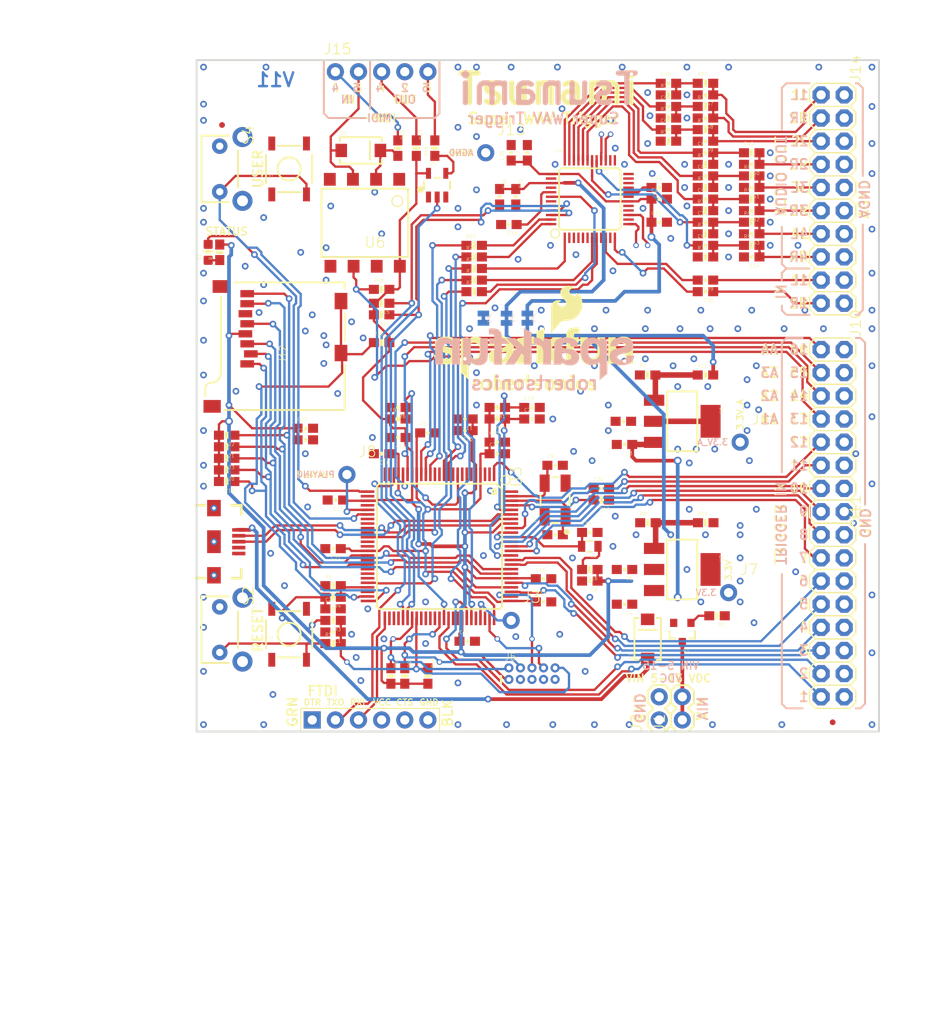
<source format=kicad_pcb>
(kicad_pcb (version 20211014) (generator pcbnew)
  (layers (0 "F.Cu" signal) (31 "B.Cu" signal) (34 "B.Paste" user) (35 "F.Paste" user) (36 "B.SilkS" user "B.Silkscreen") (37 "F.SilkS" user "F.Silkscreen") (38 "B.Mask" user) (39 "F.Mask" user) (44 "Edge.Cuts" user))
  (net 0 "")
  (net 1 "GND")
  (net 2 "N$1")
  (net 3 "N$2")
  (net 4 "N$3")
  (net 5 "VDDOUT")
  (net 6 "N$5")
  (net 7 "VBUS")
  (net 8 "REGINPUTS")
  (net 9 "3.3V")
  (net 10 "HSDM")
  (net 11 "HSDP")
  (net 12 "SDD0")
  (net 13 "SDD1")
  (net 14 "SDD2")
  (net 15 "SDD3")
  (net 16 "SDCLK")
  (net 17 "SDCMD")
  (net 18 "SDCD")
  (net 19 "N$10")
  (net 20 "I2C_SDA")
  (net 21 "I2C_SCK")
  (net 22 "BCLK")
  (net 23 "LRCK")
  (net 24 "MCLK")
  (net 25 "SWDIO/TMS")
  (net 26 "SWCLK/TCK")
  (net 27 "TDO")
  (net 28 "TDI")
  (net 29 "NRESET")
  (net 30 "N$6")
  (net 31 "N$12")
  (net 32 "APDN")
  (net 33 "RXD")
  (net 34 "TXD")
  (net 35 "TDMO")
  (net 36 "TDMI")
  (net 37 "MIN")
  (net 38 "MOUT")
  (net 39 "N$14")
  (net 40 "N$15")
  (net 41 "N$13")
  (net 42 "N$18")
  (net 43 "N$19")
  (net 44 "N$20")
  (net 45 "N$21")
  (net 46 "N$22")
  (net 47 "AOUT1L")
  (net 48 "AOUT1R")
  (net 49 "AOUT2L")
  (net 50 "AOUT2R")
  (net 51 "AOUT3L")
  (net 52 "AOUT3R")
  (net 53 "DBUG")
  (net 54 "UIA1")
  (net 55 "UIA2")
  (net 56 "UIA3")
  (net 57 "UID1")
  (net 58 "UID2")
  (net 59 "UID3")
  (net 60 "UID4")
  (net 61 "UID5")
  (net 62 "UID6")
  (net 63 "UID7")
  (net 64 "UID8")
  (net 65 "UID9")
  (net 66 "UID11")
  (net 67 "N$16")
  (net 68 "N$17")
  (net 69 "VBDET")
  (net 70 "AIN1L")
  (net 71 "AIN1R")
  (net 72 "AIN2L")
  (net 73 "AIN2R")
  (net 74 "N$11")
  (net 75 "N$4")
  (net 76 "N$24")
  (net 77 "N$25")
  (net 78 "N$29")
  (net 79 "N$26")
  (net 80 "N$31")
  (net 81 "N$32")
  (net 82 "N$33")
  (net 83 "N$34")
  (net 84 "N$75")
  (net 85 "AOUT4R")
  (net 86 "AOUT4L")
  (net 87 "UIA4")
  (net 88 "UID12")
  (net 89 "N$23")
  (net 90 "N$27")
  (net 91 "N$28")
  (net 92 "N$30")
  (net 93 "N$52")
  (net 94 "N$53")
  (net 95 "N$54")
  (net 96 "N$55")
  (net 97 "UID10")
  (net 98 "TDMI_C")
  (net 99 "MCLK_C")
  (net 100 "BCLK_C")
  (net 101 "LRCK_C")
  (net 102 "TDMO_C")
  (net 103 "56")
  (net 104 "MIDI-IN-PIN4")
  (net 105 "MIDI-OUT-PIN4")
  (net 106 "N$38")
  (net 107 "MIDI-IN-PIN5")
  (net 108 "MIDI-OUT-PIN5")
  (net 109 "USERSW")
  (net 110 "N$8")
  (net 111 "VIN")
  (net 112 "SHIELD")
  (net 113 "VCCA")
  (footprint "boardEagle:0603-RES" (layer "F.Cu") (at 162.8521 77.0636)
    (fp_text reference "R33")
    (fp_text value "100k")
  )
  (footprint "boardEagle:TP_15TH" (layer "F.Cu") (at 132.6261 131.6736 90)
    (fp_text reference "TP5" hide)
    (fp_text value "SWDIO/TMS" hide)
  )
  (footprint "boardEagle:TACTILE-SWITCH-SMD" (layer "F.Cu") (at 121.1961 80.1116 90)
    (fp_text reference "S3")
    (fp_text value "User")
  )
  (footprint "boardEagle:0603-CAP" (layer "F.Cu") (at 144.3101 83.1596 -90)
    (fp_text reference "C36")
    (fp_text value "1.0uF")
  )
  (footprint "boardEagle:0603-RES" (layer "F.Cu") (at 166.9161 75.7936)
    (fp_text reference "R39")
    (fp_text value "10")
  )
  (footprint "boardEagle:0603-RES" (layer "F.Cu") (at 162.8521 74.5236)
    (fp_text reference "R32")
    (fp_text value "100k")
  )
  (footprint "boardEagle:0603-RES" (layer "F.Cu") (at 114.3381 109.3216 180)
    (fp_text reference "R22")
    (fp_text value "100k")
  )
  (footprint "boardEagle:0603-CAP" (layer "F.Cu") (at 147.8661 107.5436)
    (fp_text reference "C23")
    (fp_text value "0.1uF")
  )
  (footprint "boardEagle:0603-RES" (layer "F.Cu") (at 166.9161 73.2536)
    (fp_text reference "R38")
    (fp_text value "10")
  )
  (footprint "boardEagle:0603-RES" (layer "F.Cu") (at 171.9961 85.9536)
    (fp_text reference "R43")
    (fp_text value "10")
  )
  (footprint "boardEagle:0603-CAP" (layer "F.Cu") (at 147.8661 106.2736)
    (fp_text reference "C19")
    (fp_text value "0.1uF")
  )
  (footprint "boardEagle:0603-RES" (layer "F.Cu") (at 160.5661 102.7176)
    (fp_text reference "R7")
    (fp_text value "390")
  )
  (footprint "boardEagle:0603-RES" (layer "F.Cu") (at 114.3381 113.1316 180)
    (fp_text reference "R20")
    (fp_text value "100k")
  )
  (footprint "boardEagle:0603-RES" (layer "F.Cu") (at 126.0221 127.1016 180)
    (fp_text reference "R4")
    (fp_text value "15K")
  )
  (footprint "boardEagle:FTDI_DEVICE_SIDE" (layer "F.Cu") (at 130.0861 140.5636)
    (fp_text reference "J9" hide)
    (fp_text value "FTDI_DEVICE" hide)
  )
  (footprint "boardEagle:1X01_NO_SILK" (layer "F.Cu") (at 127.5461 113.6396)
    (fp_text reference "J8")
    (fp_text value "PLAYING")
  )
  (footprint "boardEagle:USB-B-MICRO-SMD_V03" (layer "F.Cu") (at 112.9411 121.0056)
    (fp_text reference "J4")
    (fp_text value "USB-MICROB\"")
  )
  (footprint "boardEagle:1X01_NO_SILK" (layer "F.Cu") (at 145.5801 129.6416)
    (fp_text reference "J3")
    (fp_text value "DEBUG")
  )
  (footprint "boardEagle:0603-CAP" (layer "F.Cu") (at 146.0881 83.1596 -90)
    (fp_text reference "C35")
    (fp_text value "0.1uF")
  )
  (footprint "boardEagle:0603-CAP" (layer "F.Cu") (at 161.8361 85.9536)
    (fp_text reference "C32")
    (fp_text value "1.0uF")
  )
  (footprint "boardEagle:0603-CAP" (layer "F.Cu") (at 140.5001 107.5436 180)
    (fp_text reference "C11")
    (fp_text value "10uF")
  )
  (footprint "boardEagle:0603-RES" (layer "F.Cu") (at 160.5961 118.9236)
    (fp_text reference "R8")
    (fp_text value "390")
  )
  (footprint "boardEagle:0603-RES" (layer "F.Cu") (at 141.5161 92.3036)
    (fp_text reference "R28")
    (fp_text value "100")
  )
  (footprint "boardEagle:0603-CAP" (layer "F.Cu") (at 171.9961 87.2236 180)
    (fp_text reference "C53")
    (fp_text value "0.1uF")
  )
  (footprint "boardEagle:0603-RES" (layer "F.Cu") (at 141.5161 89.7636)
    (fp_text reference "R26")
    (fp_text value "100")
  )
  (footprint "boardEagle:0603-RES" (layer "F.Cu") (at 131.3561 96.1136 180)
    (fp_text reference "R14")
    (fp_text value "4.7K")
  )
  (footprint "boardEagle:0603-RES" (layer "F.Cu") (at 166.9461 118.9236)
    (fp_text reference "R12")
    (fp_text value "240")
  )
  (footprint "boardEagle:0603-CAP" (layer "F.Cu") (at 162.8521 73.2536)
    (fp_text reference "C43")
    (fp_text value "1.0uF")
  )
  (footprint "boardEagle:TP_15TH" (layer "F.Cu") (at 144.0561 131.6736 90)
    (fp_text reference "TP8" hide)
    (fp_text value "TDI" hide)
  )
  (footprint "boardEagle:0603-CAP" (layer "F.Cu") (at 166.9161 77.0636 180)
    (fp_text reference "C49")
    (fp_text value "0.1uF")
  )
  (footprint "boardEagle:LQFP100" (layer "F.Cu") (at 137.7061 121.5136 -90)
    (fp_text reference "U3")
    (fp_text value "ATSAMS70N20A-AN")
  )
  (footprint "boardEagle:0603-CAP" (layer "F.Cu") (at 161.8361 83.4136)
    (fp_text reference "C31")
    (fp_text value "0.1uF")
  )
  (footprint "boardEagle:0603" (layer "F.Cu") (at 144.0561 107.5436 180)
    (fp_text reference "FB2")
    (fp_text value "470")
  )
  (footprint "boardEagle:1X01_NO_SILK" (layer "F.Cu") (at 170.7261 110.0836)
    (fp_text reference "J6")
    (fp_text value "3.3VA")
  )
  (footprint "boardEagle:TP_15TH" (layer "F.Cu") (at 155.4861 76.3016 90)
    (fp_text reference "TP3" hide)
    (fp_text value "AOUT5L" hide)
  )
  (footprint "boardEagle:0603-RES" (layer "F.Cu") (at 114.3381 110.5916 180)
    (fp_text reference "R21")
    (fp_text value "100k")
  )
  (footprint "boardEagle:0603-CAP" (layer "F.Cu") (at 171.9961 79.6036 180)
    (fp_text reference "C50")
    (fp_text value "0.1uF")
  )
  (footprint "boardEagle:1X01_NO_SILK" (layer "F.Cu") (at 142.7861 78.3336)
    (fp_text reference "J13")
    (fp_text value "GND")
  )
  (footprint "boardEagle:MICRO-FIDUCIAL" (layer "F.Cu") (at 113.8301 75.2856)
    (fp_text reference "FD2" hide)
    (fp_text value "FIDUCIALUFIDUCIAL" hide)
  )
  (footprint "boardEagle:0603-CAP" (layer "F.Cu") (at 140.7541 131.9276)
    (fp_text reference "C15")
    (fp_text value "0.1uF")
  )
  (footprint "boardEagle:0603-RES" (layer "F.Cu") (at 131.3561 93.3196)
    (fp_text reference "R48")
    (fp_text value "220")
  )
  (footprint "boardEagle:0603-RES" (layer "F.Cu") (at 166.9161 87.2236)
    (fp_text reference "R29")
    (fp_text value "100k")
  )
  (footprint "boardEagle:0603" (layer "F.Cu") (at 144.0561 106.2736 180)
    (fp_text reference "FB1")
    (fp_text value "470")
  )
  (footprint "boardEagle:2X10" (layer "F.Cu") (at 180.8861 83.4136 -90)
    (fp_text reference "J14")
    (fp_text value "AUDIO I/O")
  )
  (footprint "boardEagle:0603-CAP" (layer "F.Cu") (at 166.9161 78.3336)
    (fp_text reference "C41")
    (fp_text value "1.0uF")
  )
  (footprint "boardEagle:0603-RES" (layer "F.Cu") (at 166.9161 84.6836)
    (fp_text reference "R36")
    (fp_text value "100k")
  )
  (footprint "boardEagle:SMA-DIODE" (layer "F.Cu") (at 160.5661 131.6736 90)
    (fp_text reference "D1")
    (fp_text value "MBRA140")
  )
  (footprint "boardEagle:0805" (layer "F.Cu") (at 154.2161 121.5136 180)
    (fp_text reference "L1")
    (fp_text value "10uH")
  )
  (footprint "boardEagle:0603-RES" (layer "F.Cu") (at 171.9961 80.8736)
    (fp_text reference "R41")
    (fp_text value "10")
  )
  (footprint "boardEagle:0603-RES" (layer "F.Cu") (at 166.9161 89.7636)
    (fp_text reference "R30")
    (fp_text value "100k")
  )
  (footprint "boardEagle:TP_15TH" (layer "F.Cu") (at 127.5461 134.2136)
    (fp_text reference "TP9" hide)
    (fp_text value "NRESET" hide)
  )
  (footprint "boardEagle:0603-RES" (layer "F.Cu") (at 132.3721 135.7376 -90)
    (fp_text reference "R6")
    (fp_text value "100k")
  )
  (footprint "boardEagle:SOT223" (layer "F.Cu") (at 164.3761 124.0536 -90)
    (fp_text reference "U2")
    (fp_text value "LM1117")
  )
  (footprint "boardEagle:TP_15TH" (layer "F.Cu") (at 159.2961 88.4936)
    (fp_text reference "TP1" hide)
    (fp_text value "AIN2L" hide)
  )
  (footprint "boardEagle:0603-CAP" (layer "F.Cu") (at 157.8991 107.7976 180)
    (fp_text reference "C5")
    (fp_text value "10uF")
  )
  (footprint "boardEagle:0603-RES" (layer "F.Cu") (at 166.9161 79.6036)
    (fp_text reference "R34")
    (fp_text value "100k")
  )
  (footprint "boardEagle:2X8" (layer "F.Cu") (at 179.6161 120.2436 -90)
    (fp_text reference "J11")
    (fp_text value "TRIG1")
  )
  (footprint "boardEagle:0603-RES" (layer "F.Cu") (at 133.8961 135.7376 -90)
    (fp_text reference "R9")
    (fp_text value "100k")
  )
  (footprint "boardEagle:1X05_NO_SILK" (layer "F.Cu") (at 126.2761 69.4436)
    (fp_text reference "J15")
    (fp_text value "MIDI")
  )
  (footprint "boardEagle:0603-CAP" (layer "F.Cu") (at 133.1341 106.2736 180)
    (fp_text reference "C26")
    (fp_text value "0.1uF")
  )
  (footprint "boardEagle:0603-CAP" (layer "F.Cu") (at 155.4861 115.1636)
    (fp_text reference "C20")
    (fp_text value "10pF")
  )
  (footprint "boardEagle:0603-RES" (layer "F.Cu") (at 162.8521 71.9836)
    (fp_text reference "R31")
    (fp_text value "100k")
  )
  (footprint "boardEagle:MICRO-FIDUCIAL" (layer "F.Cu") (at 180.8861 140.8176)
    (fp_text reference "FD1" hide)
    (fp_text value "FIDUCIALUFIDUCIAL" hide)
  )
  (footprint "boardEagle:0603-CAP" (layer "F.Cu") (at 166.9161 71.9836 180)
    (fp_text reference "C47")
    (fp_text value "0.1uF")
  )
  (footprint "boardEagle:TACTILE-PTH-SIDEEZ" (layer "F.Cu") (at 113.5761 80.1116 -90)
    (fp_text reference "S4")
    (fp_text value "DNS" hide)
  )
  (footprint "boardEagle:0603-CAP" (layer "F.Cu") (at 144.0561 110.0836)
    (fp_text reference "C25")
    (fp_text value "2.2uF")
  )
  (footprint "boardEagle:CREATIVE_COMMONS" (layer "F.Cu") (at 109.7661 173.5836)
    (fp_text reference "FRAME2" hide)
    (fp_text value "FRAME-LEDGER" hide)
  )
  (footprint "boardEagle:TP_15TH" (layer "F.Cu") (at 160.5661 88.4936)
    (fp_text reference "TP2" hide)
    (fp_text value "AIN2R" hide)
  )
  (footprint "boardEagle:0603-CAP" (layer "F.Cu") (at 158.0261 110.3376 180)
    (fp_text reference "C3")
    (fp_text value "0.1uF")
  )
  (footprint "boardEagle:SOT23-3" (layer "F.Cu") (at 164.3761 130.9116 180)
    (fp_text reference "Q1")
    (fp_text value "2.5A/30V")
  )
  (footprint "boardEagle:TP_15TH" (layer "F.Cu") (at 137.7061 134.2136 90)
    (fp_text reference "TP6" hide)
    (fp_text value "SWCK/TCK" hide)
  )
  (footprint "boardEagle:0603-CAP" (layer "F.Cu") (at 162.8521 70.7136)
    (fp_text reference "C40")
    (fp_text value "1.0uF")
  )
  (footprint "boardEagle:TACTILE-PTH-SIDEEZ" (layer "F.Cu") (at 113.5761 130.6576 -90)
    (fp_text reference "S2")
    (fp_text value "DNS" hide)
  )
  (footprint "boardEagle:0603-CAP" (layer "F.Cu") (at 158.0261 127.8636 180)
    (fp_text reference "C4")
    (fp_text value "0.1uF")
  )
  (footprint "boardEagle:0603-CAP" (layer "F.Cu") (at 145.3261 86.2076 180)
    (fp_text reference "C33")
    (fp_text value "1.0uF")
  )
  (footprint "boardEagle:0603-CAP" (layer "F.Cu") (at 122.9741 109.8296)
    (fp_text reference "C28")
    (fp_text value "0.1uF")
  )
  (footprint "boardEagle:2X5-PTH-1.27MM" (layer "F.Cu") (at 147.8661 135.4836)
    (fp_text reference "J5")
    (fp_text value "CORTEX_DEBUGPTH")
  )
  (footprint "boardEagle:0603-RES" (layer "F.Cu") (at 131.3561 99.1616)
    (fp_text reference "R18")
    (fp_text value "10K")
  )
  (footprint "boardEagle:0603-CAP" (layer "F.Cu") (at 149.1361 127.6096)
    (fp_text reference "C22")
    (fp_text value "0.1uF")
  )
  (footprint "boardEagle:0603-CAP" (layer "F.Cu") (at 166.9161 85.9536)
    (fp_text reference "C39")
    (fp_text value "1.0uF")
  )
  (footprint "boardEagle:0603-RES" (layer "F.Cu") (at 136.4361 135.7376 -90)
    (fp_text reference "R10")
    (fp_text value "100k")
  )
  (footprint "boardEagle:0603-CAP" (layer "F.Cu") (at 166.9161 83.4136)
    (fp_text reference "C46")
    (fp_text value "1.0uF")
  )
  (footprint "boardEagle:0603-CAP" (layer "F.Cu") (at 166.9161 74.5236 180)
    (fp_text reference "C48")
    (fp_text value "0.1uF")
  )
  (footprint "boardEagle:TP_15TH" (layer "F.Cu") (at 156.5021 76.3016 90)
    (fp_text reference "TP4" hide)
    (fp_text value "AOUT5R" hide)
  )
  (footprint "boardEagle:TP_15TH" (layer "F.Cu") (at 147.8661 131.6736 90)
    (fp_text reference "TP7" hide)
    (fp_text value "TDO" hide)
  )
  (footprint "boardEagle:TACTILE-SWITCH-SMD" (layer "F.Cu") (at 121.1961 131.1656 90)
    (fp_text reference "S1")
    (fp_text value "Reset")
  )
  (footprint "boardEagle:0603" (layer "F.Cu") (at 133.1341 107.5436)
    (fp_text reference "FB3")
    (fp_text value "470")
  )
  (footprint "boardEagle:SOT23-5" (layer "F.Cu") (at 137.4521 81.8896)
    (fp_text reference "U5")
    (fp_text value "74AHC1G125")
  )
  (footprint "boardEagle:LQFP-48" (layer "F.Cu") (at 154.2161 83.4136)
    (fp_text reference "U4")
    (fp_text value "AK4618VQ")
  )
  (footprint "boardEagle:0603-CAP" (layer "F.Cu") (at 126.0221 128.3716)
    (fp_text reference "C2")
    (fp_text value "10uF")
  )
  (footprint "boardEagle:STAND-OFF" (layer "F.Cu") (at 114.8461 71.9836)
    (fp_text reference "H1" hide)
    (fp_text value "STAND-OFF" hide)
  )
  (footprint "boardEagle:STAND-OFF" (layer "F.Cu") (at 171.9961 71.9836)
    (fp_text reference "H4" hide)
    (fp_text value "STAND-OFF" hide)
  )
  (footprint "boardEagle:0603-CAP" (layer "F.Cu") (at 166.9161 88.4936)
    (fp_text reference "C42")
    (fp_text value "1.0uF")
  )
  (footprint "boardEagle:0603-CAP" (layer "F.Cu") (at 171.9961 82.1436 180)
    (fp_text reference "C51")
    (fp_text value "0.1uF")
  )
  (footprint "boardEagle:0603-RES" (layer "F.Cu") (at 166.9161 70.7136)
    (fp_text reference "R37")
    (fp_text value "10")
  )
  (footprint "boardEagle:1X01_NO_SILK" (layer "F.Cu") (at 169.4561 126.5936)
    (fp_text reference "J7")
    (fp_text value "3.3V")
  )
  (footprint "boardEagle:0603-CAP" (layer "F.Cu") (at 158.0261 124.0536 180)
    (fp_text reference "C6")
    (fp_text value "10uF")
  )
  (footprint "boardEagle:0603-CAP" (layer "F.Cu") (at 171.9961 84.6836 180)
    (fp_text reference "C52")
    (fp_text value "0.1uF")
  )
  (footprint "boardEagle:SMA-DIODE" (layer "F.Cu") (at 129.0701 78.0796)
    (fp_text reference "D3")
    (fp_text value "MBRA140")
  )
  (footprint "boardEagle:0603-RES" (layer "F.Cu") (at 171.9961 83.4136)
    (fp_text reference "R42")
    (fp_text value "10")
  )
  (footprint "boardEagle:0603-RES" (layer "F.Cu") (at 171.9961 88.4936)
    (fp_text reference "R44")
    (fp_text value "10")
  )
  (footprint "boardEagle:0603-CAP" (layer "F.Cu") (at 166.9161 93.5736 180)
    (fp_text reference "C30")
    (fp_text value "1.0uF")
  )
  (footprint "boardEagle:0603-CAP" (layer "F.Cu") (at 162.8521 75.7936)
    (fp_text reference "C45")
    (fp_text value "1.0uF")
  )
  (footprint "boardEagle:0603-CAP" (layer "F.Cu") (at 126.0221 130.9116 180)
    (fp_text reference "C1")
    (fp_text value "10nF")
  )
  (footprint "boardEagle:CREATIVE_COMMONS" (layer "F.Cu") (at 109.7661 173.5836)
    (fp_text reference "FRAME1" hide)
    (fp_text value "FRAME-LEDGER" hide)
  )
  (footprint "boardEagle:0603-RES" (layer "F.Cu") (at 171.9961 78.3336)
    (fp_text reference "R40")
    (fp_text value "10")
  )
  (footprint "boardEagle:0603-RES" (layer "F.Cu") (at 141.5161 88.4936)
    (fp_text reference "R25")
    (fp_text value "100")
  )
  (footprint "boardEagle:STAND-OFF" (layer "F.Cu") (at 171.9961 138.0236)
    (fp_text reference "H2" hide)
    (fp_text value "STAND-OFF" hide)
  )
  (footprint "boardEagle:0603-CAP" (layer "F.Cu") (at 147.3581 78.3336 90)
    (fp_text reference "C37")
    (fp_text value "0.1uF")
  )
  (footprint "boardEagle:0603-CAP" (layer "F.Cu") (at 149.1361 125.0696)
    (fp_text reference "C16")
    (fp_text value "0.1uF")
  )
  (footprint "boardEagle:0603-CAP" (layer "F.Cu") (at 136.4361 109.0676)
    (fp_text reference "C17")
    (fp_text value "0.1uF")
  )
  (footprint "boardEagle:SOT223" (layer "F.Cu") (at 164.3761 107.7976 -90)
    (fp_text reference "U1")
    (fp_text value "LM1117")
  )
  (footprint "boardEagle:CRYSTAL-OSC-SMD-5X3" (layer "F.Cu") (at 150.4061 116.4336 90)
    (fp_text reference "Y1")
    (fp_text value "11.2896 MHz")
  )
  (footprint "boardEagle:0603-RES" (layer "F.Cu") (at 135.1661 77.8256 -90)
    (fp_text reference "R47")
    (fp_text value "220")
  )
  (footprint "boardEagle:MICRO-SD-SOCKET-SDIO" (layer "F.Cu") (at 127.2921 106.5276 90)
    (fp_text reference "J12")
    (fp_text value "USD-SDIO-SOCKET")
  )
  (footprint "boardEagle:0603-RES" (layer "F.Cu") (at 166.9161 102.7176)
    (fp_text reference "R11")
    (fp_text value "240")
  )
  (footprint "boardEagle:0603-CAP" (layer "F.Cu") (at 126.2761 116.4336 180)
    (fp_text reference "C13")
    (fp_text value "0.1uF")
  )
  (footprint "boardEagle:0603-RES" (layer "F.Cu") (at 113.5761 89.2556 90)
    (fp_text reference "R13")
    (fp_text value "330")
  )
  (footprint "boardEagle:0603-RES" (layer "F.Cu") (at 126.0221 125.8316)
    (fp_text reference "R5")
    (fp_text value "22K")
  )
  (footprint "boardEagle:0603-CAP" (layer "F.Cu") (at 126.0221 121.7676 180)
    (fp_text reference "C21")
    (fp_text value "0.1uF")
  )
  (footprint "boardEagle:0603-CAP" (layer "F.Cu") (at 122.9741 108.5596)
    (fp_text reference "C27")
    (fp_text value "10uF")
  )
  (footprint "boardEagle:0603-RES" (layer "F.Cu") (at 114.3381 114.4016 180)
    (fp_text reference "R19")
    (fp_text value "100k")
  )
  (footprint "boardEagle:0603-CAP" (layer "F.Cu") (at 133.1341 109.5756 180)
    (fp_text reference "C12")
    (fp_text value "0.1uF")
  )
  (footprint "boardEagle:0603-RES" (layer "F.Cu") (at 137.1981 77.8256 90)
    (fp_text reference "R46")
    (fp_text value "220")
  )
  (footprint "boardEagle:0603-RES" (layer "F.Cu") (at 126.0221 132.1816)
    (fp_text reference "R1")
    (fp_text value "33")
  )
  (footprint "boardEagle:STAND-OFF" (layer "F.Cu") (at 114.8461 138.0236)
    (fp_text reference "H3" hide)
    (fp_text value "STAND-OFF" hide)
  )
  (footprint "boardEagle:0603-CAP" (layer "F.Cu") (at 166.9161 80.8736)
    (fp_text reference "C44")
    (fp_text value "1.0uF")
  )
  (footprint "boardEagle:SFE_LOGO_NAME_FLAME_.2" (layer "F.Cu") (at 136.4361 103.2256)
    (fp_text reference "LOGO4" hide)
    (fp_text value "SFE_LOGO_NAME_FLAME.2_INCH" hide)
  )
  (footprint "boardEagle:0603-CAP" (layer "F.Cu") (at 154.2161 119.9896)
    (fp_text reference "C14")
    (fp_text value "4.7uF")
  )
  (footprint "boardEagle:0603-CAP" (layer "F.Cu") (at 131.3561 111.3536 180)
    (fp_text reference "C18")
    (fp_text value "0.1uF")
  )
  (footprint "boardEagle:0603-CAP" (layer "F.Cu") (at 161.8361 82.1436)
    (fp_text reference "C34")
    (fp_text value "1.0uF")
  )
  (footprint "boardEagle:0603-CAP" (layer "F.Cu") (at 145.5801 78.3336 90)
    (fp_text reference "C38")
    (fp_text value "1.0uF")
  )
  (footprint "boardEagle:0603-RES" (layer "F.Cu") (at 166.9161 82.1436)
    (fp_text reference "R35")
    (fp_text value "100k")
  )
  (footprint "boardEagle:0603-RES" (layer "F.Cu") (at 141.5161 93.5736)
    (fp_text reference "R24")
    (fp_text value "100")
  )
  (footprint "boardEagle:0603-CAP" (layer "F.Cu") (at 166.9161 92.3036 180)
    (fp_text reference "C29")
    (fp_text value "1.0uF")
  )
  (footprint "boardEagle:1X02" (layer "F.Cu") (at 164.3761 140.5636 90)
    (fp_text reference "J1")
    (fp_text value "VDC-IN")
  )
  (footprint "boardEagle:2X8" (layer "F.Cu") (at 179.6161 99.9236 -90)
    (fp_text reference "J10")
    (fp_text value "TRIG2")
  )
  (footprint "boardEagle:1X02" (layer "F.Cu") (at 161.8361 140.5636 90)
    (fp_text reference "J2")
    (fp_text value "GND-IN")
  )
  (footprint "boardEagle:0603-CAP" (layer "F.Cu") (at 171.9961 89.7636 180)
    (fp_text reference "C54")
    (fp_text value "0.1uF")
  )
  (footprint "boardEagle:0603-RES" (layer "F.Cu") (at 131.3561 94.8436 180)
    (fp_text reference "R15")
    (fp_text value "4.7K")
  )
  (footprint "boardEagle:0603-RES" (layer "F.Cu") (at 141.5161 91.0336)
    (fp_text reference "R27")
    (fp_text value "100")
  )
  (footprint "boardEagle:0603-CAP" (layer "F.Cu") (at 150.4061 120.2436 180)
    (fp_text reference "C7")
    (fp_text value "12pF")
  )
  (footprint "boardEagle:0603-RES" (layer "F.Cu") (at 126.0221 129.6416 180)
    (fp_text reference "R3")
    (fp_text value "10K")
  )
  (footprint "boardEagle:0603-RES" (layer "F.Cu") (at 133.1341 77.8256 -90)
    (fp_text reference "R45")
    (fp_text value "220")
  )
  (footprint "boardEagle:0603-RES" (layer "F.Cu") (at 154.2161 124.0536 180)
    (fp_text reference "R16")
    (fp_text value "2.2")
  )
  (footprint "boardEagle:8-SMD" (layer "F.Cu") (at 129.3241 86.2076 180)
    (fp_text reference "U6")
    (fp_text value "6N138M")
  )
  (footprint "boardEagle:0603-CAP" (layer "F.Cu") (at 140.5001 108.8136 180)
    (fp_text reference "C10")
    (fp_text value "0.1uF")
  )
  (footprint "boardEagle:0603-RES" (layer "F.Cu") (at 168.1861 129.1336 180)
    (fp_text reference "R2")
    (fp_text value "1M")
  )
  (footprint "boardEagle:0603-CAP" (layer "F.Cu") (at 144.0561 111.3536)
    (fp_text reference "C24")
    (fp_text value "0.1uF")
  )
  (footprint "boardEagle:0603-RES" (layer "F.Cu") (at 155.4861 116.4336 180)
    (fp_text reference "R17")
    (fp_text value "5.62k")
  )
  (footprint "boardEagle:LED-0603" (layer "F.Cu") (at 112.3061 89.2556)
    (fp_text reference "D2")
    (fp_text value "BLUE")
  )
  (footprint "boardEagle:0603-CAP" (layer "F.Cu") (at 150.4061 112.6236)
    (fp_text reference "C9")
    (fp_text value "12pF")
  )
  (footprint "boardEagle:0603-RES" (layer "F.Cu") (at 114.3381 111.8616 180)
    (fp_text reference "R23")
    (fp_text value "10K")
  )
  (footprint "boardEagle:0603-CAP" (layer "F.Cu") (at 154.2161 125.3236 180)
    (fp_text reference "C8")
    (fp_text value "0.1uF")
  )
  (footprint "boardEagle:PAD-JUMPER-2-NC_BY_TRACE_NO_SILK" (layer "B.Cu") (at 145.0721 96.4946 90)
    (fp_text reference "JP2")
    (fp_text value "JUMPER-PAD-2-NC_BY_TRACENO_SILK")
  )
  (footprint "boardEagle:SFE_LOGO_NAME_.2" (layer "B.Cu") (at 159.0421 103.2256 180)
    (fp_text reference "LOGO1" hide)
    (fp_text value "SFE_LOGO_NAME.2_INCH" hide)
  )
  (footprint "boardEagle:PAD-JUMPER-2-NC_BY_TRACE_NO_SILK" (layer "B.Cu") (at 147.3581 96.4786 90)
    (fp_text reference "JP1")
    (fp_text value "JUMPER-PAD-2-NC_BY_TRACENO_SILK")
  )
  (footprint "boardEagle:PAD-JUMPER-2-NC_BY_TRACE_NO_SILK" (layer "B.Cu") (at 142.5321 96.4786 90)
    (fp_text reference "JP3")
    (fp_text value "JUMPER-PAD-2-NC_BY_TRACENO_SILK")
  )
  (gr_line (start 175.2981 91.5416) (end 175.2981 92.3036) (layer "B.SilkS") (width 0.2032))
  (gr_line (start 175.8061 96.1136) (end 175.2981 95.6056) (layer "B.SilkS") (width 0.2032))
  (gr_line (start 178.3461 96.1136) (end 175.8061 96.1136) (layer "B.SilkS") (width 0.2032))
  (gr_line (start 183.6801 96.1136) (end 184.1881 95.6056) (layer "B.SilkS") (width 0.2032))
  (gr_line (start 183.9341 98.6536) (end 183.4261 98.6536) (layer "B.SilkS") (width 0.2032))
  (gr_line (start 125.5141 74.5236) (end 125.0061 74.0156) (layer "B.SilkS") (width 0.2032))
  (gr_line (start 175.2981 99.1616) (end 175.2981 113.3856) (layer "B.SilkS") (width 0.2032))
  (gr_line (start 175.2981 91.5416) (end 175.8061 91.0336) (layer "B.SilkS") (width 0.2032))
  (gr_line (start 183.4261 70.7136) (end 183.6801 70.7136) (layer "B.SilkS") (width 0.2032))
  (gr_line (start 175.2981 99.1616) (end 175.8061 98.6536) (layer "B.SilkS") (width 0.2032))
  (gr_line (start 184.1881 80.8736) (end 184.1881 71.2216) (layer "B.SilkS") (width 0.2032))
  (gr_line (start 184.1881 71.2216) (end 183.6801 70.7136) (layer "B.SilkS") (width 0.2032))
  (gr_line (start 183.4261 96.1136) (end 183.6801 96.1136) (layer "B.SilkS") (width 0.2032))
  (gr_line (start 183.9341 139.2936) (end 184.4421 138.7856) (layer "B.SilkS") (width 0.2032))
  (gr_line (start 184.1881 95.6056) (end 184.1881 86.2076) (layer "B.SilkS") (width 0.2032))
  (gr_line (start 178.3461 70.7136) (end 175.8061 70.7136) (layer "B.SilkS") (width 0.2032))
  (gr_line (start 175.2981 95.0976) (end 175.2981 95.6056) (layer "B.SilkS") (width 0.2032))
  (gr_line (start 137.7061 74.0156) (end 137.1981 74.5236) (layer "B.SilkS") (width 0.2032))
  (gr_line (start 129.5781 74.5236) (end 125.5141 74.5236) (layer "B.SilkS") (width 0.2032))
  (gr_line (start 137.7061 68.1736) (end 137.7061 74.0156) (layer "B.SilkS") (width 0.2032))
  (gr_line (start 183.4261 139.2936) (end 183.9341 139.2936) (layer "B.SilkS") (width 0.2032))
  (gr_line (start 183.9341 98.6536) (end 184.4421 99.1616) (layer "B.SilkS") (width 0.2032))
  (gr_line (start 175.2981 90.5256) (end 175.2981 86.4616) (layer "B.SilkS") (width 0.2032))
  (gr_line (start 178.3461 91.0336) (end 175.8061 91.0336) (layer "B.SilkS") (width 0.2032))
  (gr_line (start 175.2981 124.5616) (end 175.2981 138.7856) (layer "B.SilkS") (width 0.2032))
  (gr_line (start 125.0061 74.0156) (end 125.0061 68.1736) (layer "B.SilkS") (width 0.2032))
  (gr_line (start 184.4421 121.2596) (end 184.4421 138.7856) (layer "B.SilkS") (width 0.2032))
  (gr_line (start 130.0861 73.5076) (end 130.0861 68.1736) (layer "B.SilkS") (width 0.2032))
  (gr_line (start 175.2981 75.7936) (end 175.2981 71.2216) (layer "B.SilkS") (width 0.2032))
  (gr_line (start 175.8061 139.2936) (end 175.2981 138.7856) (layer "B.SilkS") (width 0.2032))
  (gr_line (start 175.2981 71.2216) (end 175.8061 70.7136) (layer "B.SilkS") (width 0.2032))
  (gr_line (start 175.8061 139.2936) (end 177.5841 139.2936) (layer "B.SilkS") (width 0.2032))
  (gr_line (start 184.4421 99.1616) (end 184.4421 116.9416) (layer "B.SilkS") (width 0.2032))
  (gr_line (start 175.8061 91.0336) (end 175.2981 90.5256) (layer "B.SilkS") (width 0.2032))
  (gr_line (start 137.1981 74.5236) (end 132.8801 74.5236) (layer "B.SilkS") (width 0.2032))
  (gr_line (start 175.8061 98.6536) (end 177.5841 98.6536) (layer "B.SilkS") (width 0.2032))
  (gr_line (start 178.3461 70.7136) (end 175.8061 70.7136) (layer "F.SilkS") (width 0.2032))
  (gr_line (start 130.0861 73.5076) (end 130.0861 68.1736) (layer "F.SilkS") (width 0.2032))
  (gr_line (start 178.3461 91.0336) (end 175.8061 91.0336) (layer "F.SilkS") (width 0.2032))
  (gr_line (start 183.9341 98.6536) (end 184.4421 99.1616) (layer "F.SilkS") (width 0.2032))
  (gr_line (start 178.3461 96.1136) (end 175.8061 96.1136) (layer "F.SilkS") (width 0.2032))
  (gr_line (start 175.8061 139.2936) (end 175.2981 138.7856) (layer "F.SilkS") (width 0.2032))
  (gr_line (start 183.9341 139.2936) (end 183.4261 139.2936) (layer "F.SilkS") (width 0.2032))
  (gr_line (start 125.5141 74.5236) (end 129.8321 74.5236) (layer "F.SilkS") (width 0.2032))
  (gr_line (start 175.2981 71.2216) (end 175.8061 70.7136) (layer "F.SilkS") (width 0.2032))
  (gr_line (start 175.2981 99.1616) (end 175.2981 113.3856) (layer "F.SilkS") (width 0.2032))
  (gr_line (start 184.4421 121.2596) (end 184.4421 138.7856) (layer "F.SilkS") (width 0.2032))
  (gr_line (start 183.4261 96.1136) (end 183.6801 96.1136) (layer "F.SilkS") (width 0.2032))
  (gr_line (start 177.5841 98.6536) (end 175.8061 98.6536) (layer "F.SilkS") (width 0.2032))
  (gr_line (start 175.2981 90.5256) (end 175.2981 86.4616) (layer "F.SilkS") (width 0.2032))
  (gr_line (start 175.2981 91.5416) (end 175.8061 91.0336) (layer "F.SilkS") (width 0.2032))
  (gr_line (start 184.1881 71.2216) (end 183.6801 70.7136) (layer "F.SilkS") (width 0.2032))
  (gr_line (start 125.0061 68.1736) (end 125.0061 74.0156) (layer "F.SilkS") (width 0.2032))
  (gr_line (start 177.5841 139.2936) (end 175.8061 139.2936) (layer "F.SilkS") (width 0.2032))
  (gr_line (start 175.8061 96.1136) (end 175.2981 95.6056) (layer "F.SilkS") (width 0.2032))
  (gr_line (start 133.1341 74.5236) (end 137.1981 74.5236) (layer "F.SilkS") (width 0.2032))
  (gr_line (start 175.2981 124.5616) (end 175.2981 138.7856) (layer "F.SilkS") (width 0.2032))
  (gr_line (start 184.4421 138.7856) (end 183.9341 139.2936) (layer "F.SilkS") (width 0.2032))
  (gr_line (start 183.4261 98.6536) (end 183.9341 98.6536) (layer "F.SilkS") (width 0.2032))
  (gr_line (start 137.7061 74.0156) (end 137.7061 68.1736) (layer "F.SilkS") (width 0.2032))
  (gr_line (start 175.2981 75.7936) (end 175.2981 71.2216) (layer "F.SilkS") (width 0.2032))
  (gr_line (start 137.1981 74.5236) (end 137.7061 74.0156) (layer "F.SilkS") (width 0.2032))
  (gr_line (start 125.0061 74.0156) (end 125.5141 74.5236) (layer "F.SilkS") (width 0.2032))
  (gr_line (start 184.1881 95.6056) (end 184.1881 86.2076) (layer "F.SilkS") (width 0.2032))
  (gr_line (start 175.8061 98.6536) (end 175.2981 99.1616) (layer "F.SilkS") (width 0.2032))
  (gr_line (start 175.2981 91.5416) (end 175.2981 92.3036) (layer "F.SilkS") (width 0.2032))
  (gr_line (start 175.2981 95.0976) (end 175.2981 95.6056) (layer "F.SilkS") (width 0.2032))
  (gr_line (start 184.1881 80.8736) (end 184.1881 71.2216) (layer "F.SilkS") (width 0.2032))
  (gr_line (start 175.8061 91.0336) (end 175.2981 90.5256) (layer "F.SilkS") (width 0.2032))
  (gr_line (start 183.4261 70.7136) (end 183.6801 70.7136) (layer "F.SilkS") (width 0.2032))
  (gr_line (start 183.6801 96.1136) (end 184.1881 95.6056) (layer "F.SilkS") (width 0.2032))
  (gr_line (start 184.4421 99.1616) (end 184.4421 116.9416) (layer "F.SilkS") (width 0.2032))
  (gr_line (start 185.9661 68.1736) (end 111.0361 68.1736) (layer "Edge.Cuts") (width 0.2032))
  (gr_line (start 185.9661 141.8336) (end 185.9661 68.1736) (layer "Edge.Cuts") (width 0.2032))
  (gr_line (start 111.0361 68.1736) (end 111.0361 141.8336) (layer "Edge.Cuts") (width 0.2032))
  (gr_line (start 111.0361 141.8336) (end 185.9661 141.8336) (layer "Edge.Cuts") (width 0.2032))
  (gr_text "V11" (at 121.9581 71.2216) (layer "B.Cu") (effects (font (size 1.5113 1.5113) (thickness 0.2667)) (justify left bottom mirror)))
  (gr_text "VIN" (at 165.9001 139.2936 -90) (layer "B.SilkS") (effects (font (size 1.0795 1.0795) (thickness 0.1905)) (justify bottom mirror)))
  (gr_text "4" (at 126.2761 70.7136) (layer "B.SilkS") (effects (font (size 0.8636 0.8636) (thickness 0.1524)) (justify top mirror)))
  (gr_text "MIDI" (at 131.1021 75.0316) (layer "B.SilkS") (effects (font (size 0.8636 0.8636) (thickness 0.1524)) (justify bottom mirror)))
  (gr_text "11" (at 178.3461 112.6236) (layer "B.SilkS") (effects (font (size 1.0795 1.0795) (thickness 0.1905)) (justify left mirror)))
  (gr_text "14" (at 178.3461 105.0036) (layer "B.SilkS") (effects (font (size 1.0795 1.0795) (thickness 0.1905)) (justify left mirror)))
  (gr_text "A3" (at 175.0441 102.4636) (layer "B.SilkS") (effects (font (size 1.0795 1.0795) (thickness 0.1905)) (justify left mirror)))
  (gr_text "15" (at 178.3461 102.4636) (layer "B.SilkS") (effects (font (size 1.0795 1.0795) (thickness 0.1905)) (justify left mirror)))
  (gr_text "GND" (at 160.3121 139.2936 -90) (layer "B.SilkS") (effects (font (size 1.0795 1.0795) (thickness 0.1905)) (justify top mirror)))
  (gr_text "IN" (at 175.8061 93.5736 -90) (layer "B.SilkS") (effects (font (size 1.0795 1.0795) (thickness 0.1905)) (justify top mirror)))
  (gr_text "2" (at 133.8961 70.7136) (layer "B.SilkS") (effects (font (size 0.8636 0.8636) (thickness 0.1524)) (justify top mirror)))
  (gr_text "OUT" (at 133.8961 72.9996) (layer "B.SilkS") (effects (font (size 0.8636 0.8636) (thickness 0.1524)) (justify bottom mirror)))
  (gr_text "8" (at 178.3461 120.2436) (layer "B.SilkS") (effects (font (size 1.0795 1.0795) (thickness 0.1905)) (justify left mirror)))
  (gr_text "3.3V" (at 168.1861 126.5936) (layer "B.SilkS") (effects (font (size 0.69088 0.69088) (thickness 0.12192)) (justify left mirror)))
  (gr_text "2L" (at 178.3461 77.0636) (layer "B.SilkS") (effects (font (size 1.0795 1.0795) (thickness 0.1905)) (justify left mirror)))
  (gr_text "3L" (at 178.3461 82.1436) (layer "B.SilkS") (effects (font (size 1.0795 1.0795) (thickness 0.1905)) (justify left mirror)))
  (gr_text "AGND" (at 141.5161 78.3336) (layer "B.SilkS") (effects (font (size 0.69088 0.69088) (thickness 0.12192)) (justify left mirror)))
  (gr_text "2" (at 178.3461 135.4836) (layer "B.SilkS") (effects (font (size 1.0795 1.0795) (thickness 0.1905)) (justify left mirror)))
  (gr_text "7" (at 178.3461 122.7836) (layer "B.SilkS") (effects (font (size 1.0795 1.0795) (thickness 0.1905)) (justify left mirror)))
  (gr_text "robertsonics" (at 148.1201 104.4956) (layer "B.SilkS") (effects (font (size 1.5113 1.5113) (thickness 0.2667)) (justify bottom mirror)))
  (gr_text "3" (at 178.3461 132.9436) (layer "B.SilkS") (effects (font (size 1.0795 1.0795) (thickness 0.1905)) (justify left mirror)))
  (gr_text "Super WAV Trigger" (at 149.1361 75.2856) (layer "B.SilkS") (effects (font (size 1.20904 1.20904) (thickness 0.21336)) (justify bottom mirror)))
  (gr_text "9" (at 178.3461 117.7036) (layer "B.SilkS") (effects (font (size 1.0795 1.0795) (thickness 0.1905)) (justify left mirror)))
  (gr_text "12" (at 178.3461 110.0836) (layer "B.SilkS") (effects (font (size 1.0795 1.0795) (thickness 0.1905)) (justify left mirror)))
  (gr_text "Tsunami" (at 149.6441 73.2536) (layer "B.SilkS") (effects (font (size 3.2385 3.2385) (thickness 0.5715)) (justify bottom mirror)))
  (gr_text "16" (at 178.3461 99.9236) (layer "B.SilkS") (effects (font (size 1.0795 1.0795) (thickness 0.1905)) (justify left mirror)))
  (gr_text "13" (at 178.3461 107.5436) (layer "B.SilkS") (effects (font (size 1.0795 1.0795) (thickness 0.1905)) (justify left mirror)))
  (gr_text "1R" (at 178.3461 94.8436) (layer "B.SilkS") (effects (font (size 1.0795 1.0795) (thickness 0.1905)) (justify left mirror)))
  (gr_text "5" (at 178.3461 127.8636) (layer "B.SilkS") (effects (font (size 1.0795 1.0795) (thickness 0.1905)) (justify left mirror)))
  (gr_text "5" (at 136.1821 70.7136) (layer "B.SilkS") (effects (font (size 0.8636 0.8636) (thickness 0.1524)) (justify top mirror)))
  (gr_text "3.3V_A" (at 169.4561 110.0836) (layer "B.SilkS") (effects (font (size 0.69088 0.69088) (thickness 0.12192)) (justify left mirror)))
  (gr_text "4" (at 178.3461 130.4036) (layer "B.SilkS") (effects (font (size 1.0795 1.0795) (thickness 0.1905)) (justify left mirror)))
  (gr_text "6" (at 178.3461 125.3236) (layer "B.SilkS") (effects (font (size 1.0795 1.0795) (thickness 0.1905)) (justify left mirror)))
  (gr_text "VIN 5-15\nVDC" (at 163.1061 136.4996) (layer "B.SilkS") (effects (font (size 0.8636 0.8636) (thickness 0.1524)) (justify bottom mirror)))
  (gr_text "4R" (at 178.3461 89.7636) (layer "B.SilkS") (effects (font (size 1.0795 1.0795) (thickness 0.1905)) (justify left mirror)))
  (gr_text "4" (at 131.1021 70.7136) (layer "B.SilkS") (effects (font (size 0.8636 0.8636) (thickness 0.1524)) (justify top mirror)))
  (gr_text "A2" (at 175.0441 105.0036) (layer "B.SilkS") (effects (font (size 1.0795 1.0795) (thickness 0.1905)) (justify left mirror)))
  (gr_text "A4" (at 175.0441 99.9236) (layer "B.SilkS") (effects (font (size 1.0795 1.0795) (thickness 0.1905)) (justify left mirror)))
  (gr_text "3R" (at 178.3461 84.6836) (layer "B.SilkS") (effects (font (size 1.0795 1.0795) (thickness 0.1905)) (justify left mirror)))
  (gr_text "1L" (at 178.3461 71.9836) (layer "B.SilkS") (effects (font (size 1.0795 1.0795) (thickness 0.1905)) (justify left mirror)))
  (gr_text "10" (at 178.3461 115.1636) (layer "B.SilkS") (effects (font (size 1.0795 1.0795) (thickness 0.1905)) (justify left mirror)))
  (gr_text "4L" (at 178.3461 87.2236) (layer "B.SilkS") (effects (font (size 1.0795 1.0795) (thickness 0.1905)) (justify left mirror)))
  (gr_text "AGND" (at 183.6801 83.4136 -90) (layer "B.SilkS") (effects (font (size 1.0795 1.0795) (thickness 0.1905)) (justify bottom mirror)))
  (gr_text "AUDIO OUT" (at 175.8061 80.8736 -90) (layer "B.SilkS") (effects (font (size 1.0795 1.0795) (thickness 0.1905)) (justify top mirror)))
  (gr_text "1" (at 178.3461 138.0236) (layer "B.SilkS") (effects (font (size 1.0795 1.0795) (thickness 0.1905)) (justify left mirror)))
  (gr_text "TRIGGER IN" (at 175.8061 118.9736 -90) (layer "B.SilkS") (effects (font (size 1.0795 1.0795) (thickness 0.1905)) (justify top mirror)))
  (gr_text "2R" (at 178.3461 79.6036) (layer "B.SilkS") (effects (font (size 1.0795 1.0795) (thickness 0.1905)) (justify left mirror)))
  (gr_text "5" (at 128.5621 70.7136) (layer "B.SilkS") (effects (font (size 0.8636 0.8636) (thickness 0.1524)) (justify top mirror)))
  (gr_text "A1" (at 175.0441 107.5436) (layer "B.SilkS") (effects (font (size 1.0795 1.0795) (thickness 0.1905)) (justify left mirror)))
  (gr_text "PLAYING" (at 126.2761 113.6396) (layer "B.SilkS") (effects (font (size 0.69088 0.69088) (thickness 0.12192)) (justify left mirror)))
  (gr_text "GND" (at 183.8071 118.9736 -90) (layer "B.SilkS") (effects (font (size 1.0795 1.0795) (thickness 0.1905)) (justify bottom mirror)))
  (gr_text "IN" (at 127.5461 72.9996) (layer "B.SilkS") (effects (font (size 0.8636 0.8636) (thickness 0.1524)) (justify bottom mirror)))
  (gr_text "1R" (at 178.3461 74.5236) (layer "B.SilkS") (effects (font (size 1.0795 1.0795) (thickness 0.1905)) (justify left mirror)))
  (gr_text "1L" (at 178.3461 92.3036) (layer "B.SilkS") (effects (font (size 1.0795 1.0795) (thickness 0.1905)) (justify left mirror)))
  (gr_text "11" (at 178.3461 112.6236) (layer "F.SilkS") (effects (font (size 1.0795 1.0795) (thickness 0.1905)) (justify right)))
  (gr_text "1" (at 178.3461 138.0236) (layer "F.SilkS") (effects (font (size 1.0795 1.0795) (thickness 0.1905)) (justify right)))
  (gr_text "VIN 5-15 VDC" (at 162.8521 136.4996) (layer "F.SilkS") (effects (font (size 0.8636 0.8636) (thickness 0.1524)) (justify bottom)))
  (gr_text "FTDI" (at 124.8791 138.0236) (layer "F.SilkS") (effects (font (size 1.0795 1.0795) (thickness 0.1905)) (justify bottom)))
  (gr_text "1L" (at 178.3461 71.9836) (layer "F.SilkS") (effects (font (size 1.0795 1.0795) (thickness 0.1905)) (justify right)))
  (gr_text "A3" (at 175.0441 102.4636) (layer "F.SilkS") (effects (font (size 1.0795 1.0795) (thickness 0.1905)) (justify right)))
  (gr_text "5" (at 136.4361 70.7136) (layer "F.SilkS") (effects (font (size 0.8636 0.8636) (thickness 0.1524)) (justify top)))
  (gr_text "AGND" (at 183.6801 83.4136 90) (layer "F.SilkS") (effects (font (size 1.0795 1.0795) (thickness 0.1905)) (justify top)))
  (gr_text "AGND" (at 141.5161 78.3336) (layer "F.SilkS") (effects (font (size 0.69088 0.69088) (thickness 0.12192)) (justify right)))
  (gr_text "A4" (at 175.0441 99.9236) (layer "F.SilkS") (effects (font (size 1.0795 1.0795) (thickness 0.1905)) (justify right)))
  (gr_text "RESET" (at 117.1321 130.6576 90) (layer "F.SilkS") (effects (font (size 1.0795 1.0795) (thickness 0.1905)) (justify top)))
  (gr_text "4L" (at 178.3461 87.2236) (layer "F.SilkS") (effects (font (size 1.0795 1.0795) (thickness 0.1905)) (justify right)))
  (gr_text "1R" (at 178.3461 94.8436) (layer "F.SilkS") (effects (font (size 1.0795 1.0795) (thickness 0.1905)) (justify right)))
  (gr_text "2" (at 178.3461 135.4836) (layer "F.SilkS") (effects (font (size 1.0795 1.0795) (thickness 0.1905)) (justify right)))
  (gr_text "4" (at 131.3561 70.7136) (layer "F.SilkS") (effects (font (size 0.8636 0.8636) (thickness 0.1524)) (justify top)))
  (gr_text "IN" (at 175.8061 93.5736 90) (layer "F.SilkS") (effects (font (size 1.0795 1.0795) (thickness 0.1905)) (justify bottom)))
  (gr_text "2R" (at 178.3461 79.6036) (layer "F.SilkS") (effects (font (size 1.0795 1.0795) (thickness 0.1905)) (justify right)))
  (gr_text "1L" (at 178.3461 92.3036) (layer "F.SilkS") (effects (font (size 1.0795 1.0795) (thickness 0.1905)) (justify right)))
  (gr_text "15" (at 178.3461 102.4636) (layer "F.SilkS") (effects (font (size 1.0795 1.0795) (thickness 0.1905)) (justify right)))
  (gr_text "3L" (at 178.3461 82.1436) (layer "F.SilkS") (effects (font (size 1.0795 1.0795) (thickness 0.1905)) (justify right)))
  (gr_text "16" (at 178.3461 99.9236) (layer "F.SilkS") (effects (font (size 1.0795 1.0795) (thickness 0.1905)) (justify right)))
  (gr_text "5" (at 178.3461 127.8636) (layer "F.SilkS") (effects (font (size 1.0795 1.0795) (thickness 0.1905)) (justify right)))
  (gr_text "10" (at 178.3461 115.1636) (layer "F.SilkS") (effects (font (size 1.0795 1.0795) (thickness 0.1905)) (justify right)))
  (gr_text "A2" (at 175.0441 105.0036) (layer "F.SilkS") (effects (font (size 1.0795 1.0795) (thickness 0.1905)) (justify right)))
  (gr_text "Super WAV Trigger" (at 149.1361 75.2856) (layer "F.SilkS") (effects (font (size 1.20904 1.20904) (thickness 0.21336)) (justify bottom)))
  (gr_text "13" (at 178.3461 107.5436) (layer "F.SilkS") (effects (font (size 1.0795 1.0795) (thickness 0.1905)) (justify right)))
  (gr_text "GND" (at 183.8071 118.9736 90) (layer "F.SilkS") (effects (font (size 1.0795 1.0795) (thickness 0.1905)) (justify top)))
  (gr_text "2" (at 133.8961 70.7136) (layer "F.SilkS") (effects (font (size 0.8636 0.8636) (thickness 0.1524)) (justify top)))
  (gr_text "12" (at 178.3461 110.0836) (layer "F.SilkS") (effects (font (size 1.0795 1.0795) (thickness 0.1905)) (justify right)))
  (gr_text "VIN" (at 165.9001 139.2936 90) (layer "F.SilkS") (effects (font (size 1.0795 1.0795) (thickness 0.1905)) (justify top)))
  (gr_text "3" (at 178.3461 132.9436) (layer "F.SilkS") (effects (font (size 1.0795 1.0795) (thickness 0.1905)) (justify right)))
  (gr_text "Tsunami" (at 149.6441 73.2536) (layer "F.SilkS") (effects (font (size 3.2385 3.2385) (thickness 0.5715)) (justify bottom)))
  (gr_text "GND" (at 160.3121 139.2936 90) (layer "F.SilkS") (effects (font (size 1.0795 1.0795) (thickness 0.1905)) (justify bottom)))
  (gr_text "3.3V" (at 169.4561 125.3236 90) (layer "F.SilkS") (effects (font (size 0.69088 0.69088) (thickness 0.12192)) (justify left)))
  (gr_text "OUT" (at 133.8961 72.9996) (layer "F.SilkS") (effects (font (size 0.8636 0.8636) (thickness 0.1524)) (justify bottom)))
  (gr_text "robertsonics" (at 148.1201 104.4956) (layer "F.SilkS") (effects (font (size 1.5113 1.5113) (thickness 0.2667)) (justify bottom)))
  (gr_text "MIDI" (at 131.6101 75.0316) (layer "F.SilkS") (effects (font (size 0.8636 0.8636) (thickness 0.1524)) (justify bottom)))
  (gr_text "TRIGGER IN" (at 175.8061 118.9736 90) (layer "F.SilkS") (effects (font (size 1.0795 1.0795) (thickness 0.1905)) (justify bottom)))
  (gr_text "3R" (at 178.3461 84.6836) (layer "F.SilkS") (effects (font (size 1.0795 1.0795) (thickness 0.1905)) (justify right)))
  (gr_text "USER" (at 118.4021 80.1116 90) (layer "F.SilkS") (effects (font (size 1.0795 1.0795) (thickness 0.1905)) (justify bottom)))
  (gr_text "4R" (at 178.3461 89.7636) (layer "F.SilkS") (effects (font (size 1.0795 1.0795) (thickness 0.1905)) (justify right)))
  (gr_text "4" (at 178.3461 130.4036) (layer "F.SilkS") (effects (font (size 1.0795 1.0795) (thickness 0.1905)) (justify right)))
  (gr_text "6" (at 178.3461 125.3236) (layer "F.SilkS") (effects (font (size 1.0795 1.0795) (thickness 0.1905)) (justify right)))
  (gr_text "A1" (at 175.0441 107.5436) (layer "F.SilkS") (effects (font (size 1.0795 1.0795) (thickness 0.1905)) (justify right)))
  (gr_text "7" (at 178.3461 122.7836) (layer "F.SilkS") (effects (font (size 1.0795 1.0795) (thickness 0.1905)) (justify right)))
  (gr_text "8" (at 178.3461 120.2436) (layer "F.SilkS") (effects (font (size 1.0795 1.0795) (thickness 0.1905)) (justify right)))
  (gr_text "2L" (at 178.3461 77.0636) (layer "F.SilkS") (effects (font (size 1.0795 1.0795) (thickness 0.1905)) (justify right)))
  (gr_text "9" (at 178.3461 117.7036) (layer "F.SilkS") (effects (font (size 1.0795 1.0795) (thickness 0.1905)) (justify right)))
  (gr_text "4" (at 126.2761 70.7136) (layer "F.SilkS") (effects (font (size 0.8636 0.8636) (thickness 0.1524)) (justify top)))
  (gr_text "5" (at 128.8161 70.7136) (layer "F.SilkS") (effects (font (size 0.8636 0.8636) (thickness 0.1524)) (justify top)))
  (gr_text "STATUS" (at 114.3381 87.4776) (layer "F.SilkS") (effects (font (size 0.8636 0.8636) (thickness 0.1524)) (justify bottom)))
  (gr_text "3.3V_A" (at 170.7261 108.8136 90) (layer "F.SilkS") (effects (font (size 0.69088 0.69088) (thickness 0.12192)) (justify left)))
  (gr_text "1R" (at 178.3461 74.5236) (layer "F.SilkS") (effects (font (size 1.0795 1.0795) (thickness 0.1905)) (justify right)))
  (gr_text "PLAYING" (at 126.2761 113.6396) (layer "F.SilkS") (effects (font (size 0.69088 0.69088) (thickness 0.12192)) (justify right)))
  (gr_text "IN" (at 127.8001 72.9996) (layer "F.SilkS") (effects (font (size 0.8636 0.8636) (thickness 0.1524)) (justify bottom)))
  (gr_text "AUDIO OUT" (at 175.8061 80.8736 90) (layer "F.SilkS") (effects (font (size 1.0795 1.0795) (thickness 0.1905)) (justify bottom)))
  (gr_text "14" (at 178.3461 105.0036) (layer "F.SilkS") (effects (font (size 1.0795 1.0795) (thickness 0.1905)) (justify right)))
  (segment (start 154.2741 127.0436) (end 154.2161 127.1016) (width 0.254) (layer "F.Cu") (net 1))
  (via (at 156.7561 91.2876) (size 0.7366) (drill 0.381) (layers "F.Cu" "B.Cu") (net 1))
  (via (at 160.5661 77.3176) (size 0.7366) (drill 0.381) (layers "F.Cu" "B.Cu") (net 1))
  (via (at 156.7561 121.5136) (size 0.7366) (drill 0.381) (layers "F.Cu" "B.Cu") (net 1))
  (via (at 111.7981 98.9076) (size 0.7366) (drill 0.381) (layers "F.Cu" "B.Cu") (net 1))
  (via (at 185.2041 77.3176) (size 0.7366) (drill 0.381) (layers "F.Cu" "B.Cu") (net 1))
  (via (at 160.5661 71.7296) (size 0.7366) (drill 0.381) (layers "F.Cu" "B.Cu") (net 1))
  (via (at 157.0101 118.2116) (size 0.7366) (drill 0.381) (layers "F.Cu" "B.Cu") (net 1))
  (via (at 167.4241 97.6376) (size 0.7366) (drill 0.381) (layers "F.Cu" "B.Cu") (net 1))
  (via (at 131.6101 131.6736) (size 0.7366) (drill 0.381) (layers "F.Cu" "B.Cu") (net 1))
  (via (at 141.7701 82.3976) (size 0.7366) (drill 0.381) (layers "F.Cu" "B.Cu") (net 1))
  (via (at 120.6881 125.8316) (size 0.7366) (drill 0.381) (layers "F.Cu" "B.Cu") (net 1))
  (via (at 111.7981 72.9996) (size 0.7366) (drill 0.381) (layers "F.Cu" "B.Cu") (net 1))
  (via (at 152.3111 122.7836) (size 0.7366) (drill 0.381) (layers "F.Cu" "B.Cu") (net 1))
  (via (at 151.1681 73.5076) (size 0.7366) (drill 0.381) (layers "F.Cu" "B.Cu") (net 1))
  (via (at 143.8021 95.3516) (size 0.7366) (drill 0.381) (layers "F.Cu" "B.Cu") (net 1))
  (via (at 175.5521 97.6376) (size 0.7366) (drill 0.381) (layers "F.Cu" "B.Cu") (net 1))
  (via (at 165.1381 112.3696) (size 0.7366) (drill 0.381) (layers "F.Cu" "B.Cu") (net 1))
  (via (at 111.7981 68.9356) (size 0.7366) (drill 0.381) (layers "F.Cu" "B.Cu") (net 1))
  (via (at 111.7981 141.0716) (size 0.7366) (drill 0.381) (layers "F.Cu" "B.Cu") (net 1))
  (via (at 125.0061 98.3996) (size 0.7366) (drill 0.381) (layers "F.Cu" "B.Cu") (net 1))
  (via (at 185.2041 86.7156) (size 0.7366) (drill 0.381) (layers "F.Cu" "B.Cu") (net 1))
  (via (at 164.6301 79.6036) (size 0.7366) (drill 0.381) (layers "F.Cu" "B.Cu") (net 1))
  (via (at 154.7241 141.0716) (size 0.7366) (drill 0.381) (layers "F.Cu" "B.Cu") (net 1))
  (via (at 164.8841 71.9836) (size 0.7366) (drill 0.381) (layers "F.Cu" "B.Cu") (net 1))
  (via (at 146.0881 131.4196) (size 0.7366) (drill 0.381) (layers "F.Cu" "B.Cu") (net 1))
  (via (at 130.3401 109.5756) (size 0.7366) (drill 0.381) (layers "F.Cu" "B.Cu") (net 1))
  (via (at 169.4561 87.2236) (size 0.7366) (drill 0.381) (layers "F.Cu" "B.Cu") (net 1))
  (via (at 165.1381 117.4496) (size 0.7366) (drill 0.381) (layers "F.Cu" "B.Cu") (net 1))
  (via (at 136.1821 132.1816) (size 0.7366) (drill 0.381) (layers "F.Cu" "B.Cu") (net 1))
  (via (at 119.4181 137.7696) (size 0.7366) (drill 0.381) (layers "F.Cu" "B.Cu") (net 1))
  (via (at 169.4561 79.6036) (size 0.7366) (drill 0.381) (layers "F.Cu" "B.Cu") (net 1))
  (via (at 185.2041 80.6196) (size 0.7366) (drill 0.381) (layers "F.Cu" "B.Cu") (net 1))
  (via (at 160.3121 97.6376) (size 0.7366) (drill 0.381) (layers "F.Cu" "B.Cu") (net 1))
  (via (at 185.2041 133.1976) (size 0.7366) (drill 0.381) (layers "F.Cu" "B.Cu") (net 1))
  (via (at 111.7981 135.2296) (size 0.7366) (drill 0.381) (layers "F.Cu" "B.Cu") (net 1))
  (via (at 125.2601 92.3036) (size 0.7366) (drill 0.381) (layers "F.Cu" "B.Cu") (net 1))
  (via (at 185.2041 68.9356) (size 0.7366) (drill 0.381) (layers "F.Cu" "B.Cu") (net 1))
  (via (at 161.0741 80.6196) (size 0.7366) (drill 0.381) (layers "F.Cu" "B.Cu") (net 1))
  (via (at 160.3121 100.9396) (size 0.7366) (drill 0.381) (layers "F.Cu" "B.Cu") (net 1))
  (via (at 125.0061 101.4476) (size 0.7366) (drill 0.381) (layers "F.Cu" "B.Cu") (net 1))
  (via (at 156.2481 108.8136) (size 0.7366) (drill 0.381) (layers "F.Cu" "B.Cu") (net 1))
  (via (at 128.0541 96.8756) (size 0.7366) (drill 0.381) (layers "F.Cu" "B.Cu") (net 1))
  (via (at 139.7381 68.9356) (size 0.7366) (drill 0.381) (layers "F.Cu" "B.Cu") (net 1))
  (via (at 174.0281 88.4936) (size 0.7366) (drill 0.381) (layers "F.Cu" "B.Cu") (net 1))
  (via (at 172.5041 117.4496) (size 0.7366) (drill 0.381) (layers "F.Cu" "B.Cu") (net 1))
  (via (at 183.4261 111.3536) (size 0.7366) (drill 0.381) (layers "F.Cu" "B.Cu") (net 1))
  (via (at 185.2041 73.2536) (size 0.7366) (drill 0.381) (layers "F.Cu" "B.Cu") (net 1))
  (via (at 185.2041 91.5416) (size 0.7366) (drill 0.381) (layers "F.Cu" "B.Cu") (net 1))
  (via (at 154.2161 127.1016) (size 0.7366) (drill 0.381) (layers "F.Cu" "B.Cu") (net 1))
  (via (at 169.4561 68.9356) (size 0.7366) (drill 0.381) (layers "F.Cu" "B.Cu") (net 1))
  (via (at 155.9941 95.6056) (size 0.7366) (drill 0.381) (layers "F.Cu" "B.Cu") (net 1))
  (via (at 172.7581 106.5276) (size 0.7366) (drill 0.381) (layers "F.Cu" "B.Cu") (net 1))
  (via (at 139.7381 75.5396) (size 0.7366) (drill 0.381) (layers "F.Cu" "B.Cu") (net 1))
  (via (at 154.4701 112.1156) (size 0.7366) (drill 0.381) (layers "F.Cu" "B.Cu") (net 1))
  (via (at 131.3561 87.2236) (size 0.7366) (drill 0.381) (layers "F.Cu" "B.Cu") (net 1))
  (via (at 128.0541 131.1656) (size 0.7366) (drill 0.381) (layers "F.Cu" "B.Cu") (net 1))
  (via (at 130.5941 82.6516) (size 0.7366) (drill 0.381) (layers "F.Cu" "B.Cu") (net 1))
  (via (at 125.2601 88.7476) (size 0.7366) (drill 0.381) (layers "F.Cu" "B.Cu") (net 1))
  (via (at 169.4561 82.1436) (size 0.7366) (drill 0.381) (layers "F.Cu" "B.Cu") (net 1))
  (via (at 169.4561 84.6836) (size 0.7366) (drill 0.381) (layers "F.Cu" "B.Cu") (net 1))
  (via (at 122.9741 111.3536) (size 0.7366) (drill 0.381) (layers "F.Cu" "B.Cu") (net 1))
  (via (at 185.2041 107.2896) (size 0.7366) (drill 0.381) (layers "F.Cu" "B.Cu") (net 1))
  (via (at 129.8321 128.3716) (size 0.7366) (drill 0.381) (layers "F.Cu" "B.Cu") (net 1))
  (via (at 139.7381 84.4296) (size 0.7366) (drill 0.381) (layers "F.Cu" "B.Cu") (net 1))
  (via (at 174.0281 78.3336) (size 0.7366) (drill 0.381) (layers "F.Cu" "B.Cu") (net 1))
  (via (at 165.6461 100.9396) (size 0.7366) (drill 0.381) (layers "F.Cu" "B.Cu") (net 1))
  (via (at 141.7701 106.0196) (size 0.7366) (drill 0.381) (layers "F.Cu" "B.Cu") (net 1))
  (via (at 158.0261 101.1936) (size 0.7366) (drill 0.381) (layers "F.Cu" "B.Cu") (net 1))
  (via (at 139.7381 136.4996) (size 0.7366) (drill 0.381) (layers "F.Cu" "B.Cu") (net 1))
  (via (at 183.1721 118.9736) (size 0.7366) (drill 0.381) (layers "F.Cu" "B.Cu") (net 1))
  (via (at 174.0281 83.4136) (size 0.7366) (drill 0.381) (layers "F.Cu" "B.Cu") (net 1))
  (via (at 152.6921 89.5096) (size 0.7366) (drill 0.381) (layers "F.Cu" "B.Cu") (net 1))
  (via (at 111.7981 102.7176) (size 0.7366) (drill 0.381) (layers "F.Cu" "B.Cu") (net 1))
  (via (at 164.8841 84.1756) (size 0.7366) (drill 0.381) (layers "F.Cu" "B.Cu") (net 1))
  (via (at 185.2041 101.7016) (size 0.7366) (drill 0.381) (layers "F.Cu" "B.Cu") (net 1))
  (via (at 172.5041 101.7016) (size 0.7366) (drill 0.381) (layers "F.Cu" "B.Cu") (net 1))
  (via (at 170.4721 97.6376) (size 0.7366) (drill 0.381) (layers "F.Cu" "B.Cu") (net 1))
  (via (at 128.5621 133.7056) (size 0.7366) (drill 0.381) (layers "F.Cu" "B.Cu") (net 1))
  (via (at 171.7421 112.1156) (size 0.7366) (drill 0.381) (layers "F.Cu" "B.Cu") (net 1))
  (via (at 150.1521 141.0716) (size 0.7366) (drill 0.381) (layers "F.Cu" "B.Cu") (net 1))
  (via (at 179.8701 97.6376) (size 0.7366) (drill 0.381) (layers "F.Cu" "B.Cu") (net 1))
  (via (at 179.3621 68.9356) (size 0.7366) (drill 0.381) (layers "F.Cu" "B.Cu") (net 1))
  (via (at 111.7981 108.8136) (size 0.7366) (drill 0.381) (layers "F.Cu" "B.Cu") (net 1))
  (via (at 166.4081 95.6056) (size 0.7366) (drill 0.381) (layers "F.Cu" "B.Cu") (net 1))
  (via (at 158.0261 79.6036) (size 0.7366) (drill 0.381) (layers "F.Cu" "B.Cu") (net 1))
  (via (at 129.0701 136.2456) (size 0.7366) (drill 0.381) (layers "F.Cu" "B.Cu") (net 1))
  (via (at 139.7381 86.4616) (size 0.7366) (drill 0.381) (layers "F.Cu" "B.Cu") (net 1))
  (via (at 150.9141 131.1656) (size 0.7366) (drill 0.381) (layers "F.Cu" "B.Cu") (net 1))
  (via (at 129.3241 98.6536) (size 0.7366) (drill 0.381) (layers "F.Cu" "B.Cu") (net 1))
  (via (at 111.7981 127.1016) (size 0.7366) (drill 0.381) (layers "F.Cu" "B.Cu") (net 1))
  (via (at 153.2001 104.4956) (size 0.7366) (drill 0.381) (layers "F.Cu" "B.Cu") (net 1))
  (via (at 164.6301 82.1436) (size 0.7366) (drill 0.381) (layers "F.Cu" "B.Cu") (net 1))
  (via (at 141.7701 76.5556) (size 0.7366) (drill 0.381) (layers "F.Cu" "B.Cu") (net 1))
  (via (at 119.1641 122.2756) (size 0.7366) (drill 0.381) (layers "F.Cu" "B.Cu") (net 1))
  (via (at 174.0281 80.8736) (size 0.7366) (drill 0.381) (layers "F.Cu" "B.Cu") (net 1))
  (via (at 154.7241 101.7016) (size 0.7366) (drill 0.381) (layers "F.Cu" "B.Cu") (net 1))
  (via (at 150.1521 107.5436) (size 0.7366) (drill 0.381) (layers "F.Cu" "B.Cu") (net 1))
  (via (at 146.5961 75.7936) (size 0.7366) (drill 0.381) (layers "F.Cu" "B.Cu") (net 1))
  (via (at 118.4021 85.4456) (size 0.7366) (drill 0.381) (layers "F.Cu" "B.Cu") (net 1))
  (via (at 163.3601 101.7016) (size 0.7366) (drill 0.381) (layers "F.Cu" "B.Cu") (net 1))
  (via (at 145.0721 141.0716) (size 0.7366) (drill 0.381) (layers "F.Cu" "B.Cu") (net 1))
  (via (at 175.2981 141.0716) (size 0.7366) (drill 0.381) (layers "F.Cu" "B.Cu") (net 1))
  (via (at 164.1221 97.6376) (size 0.7366) (drill 0.381) (layers "F.Cu" "B.Cu") (net 1))
  (via (at 143.2941 115.4176) (size 0.7366) (drill 0.381) (layers "F.Cu" "B.Cu") (net 1))
  (via (at 111.7981 94.5896) (size 0.7366) (drill 0.381) (layers "F.Cu" "B.Cu") (net 1))
  (via (at 185.2041 114.6556) (size 0.7366) (drill 0.381) (layers "F.Cu" "B.Cu") (net 1))
  (via (at 115.3541 104.4956) (size 0.7366) (drill 0.381) (layers "F.Cu" "B.Cu") (net 1))
  (via (at 177.8381 95.6056) (size 0.7366) (drill 0.381) (layers "F.Cu" "B.Cu") (net 1))
  (via (at 160.0581 84.4296) (size 0.7366) (drill 0.381) (layers "F.Cu" "B.Cu") (net 1))
  (via (at 185.2041 141.0716) (size 0.7366) (drill 0.381) (layers "F.Cu" "B.Cu") (net 1))
  (via (at 122.9741 97.8916) (size 0.7366) (drill 0.381) (layers "F.Cu" "B.Cu") (net 1))
  (via (at 185.2041 126.8476) (size 0.7366) (drill 0.381) (layers "F.Cu" "B.Cu") (net 1))
  (via (at 160.8201 74.2696) (size 0.7366) (drill 0.381) (layers "F.Cu" "B.Cu") (net 1))
  (via (at 156.2481 106.0196) (size 0.7366) (drill 0.381) (layers "F.Cu" "B.Cu") (net 1))
  (via (at 169.4561 89.7636) (size 0.7366) (drill 0.381) (layers "F.Cu" "B.Cu") (net 1))
  (via (at 141.7701 102.4636) (size 0.7366) (drill 0.381) (layers "F.Cu" "B.Cu") (net 1))
  (via (at 156.5021 74.7776) (size 0.7366) (drill 0.381) (layers "F.Cu" "B.Cu") (net 1))
  (via (at 158.5341 141.0716) (size 0.7366) (drill 0.381) (layers "F.Cu" "B.Cu") (net 1))
  (via (at 123.2281 117.1956) (size 0.7366) (drill 0.381) (layers "F.Cu" "B.Cu") (net 1))
  (via (at 111.7981 112.6236) (size 0.7366) (drill 0.381) (layers "F.Cu" "B.Cu") (net 1))
  (via (at 141.7701 68.9356) (size 0.7366) (drill 0.381) (layers "F.Cu" "B.Cu") (net 1))
  (via (at 157.7721 68.9356) (size 0.7366) (drill 0.381) (layers "F.Cu" "B.Cu") (net 1))
  (via (at 111.7981 74.7776) (size 0.7366) (drill 0.381) (layers "F.Cu" "B.Cu") (net 1))
  (via (at 125.7681 84.1756) (size 0.7366) (drill 0.381) (layers "F.Cu" "B.Cu") (net 1))
  (via (at 148.8821 95.6056) (size 0.7366) (drill 0.381) (layers "F.Cu" "B.Cu") (net 1))
  (via (at 163.1061 87.7316) (size 0.7366) (drill 0.381) (layers "F.Cu" "B.Cu") (net 1))
  (via (at 167.6781 141.0716) (size 0.7366) (drill 0.381) (layers "F.Cu" "B.Cu") (net 1))
  (via (at 139.7381 141.0716) (size 0.7366) (drill 0.381) (layers "F.Cu" "B.Cu") (net 1))
  (via (at 164.8841 68.9356) (size 0.7366) (drill 0.381) (layers "F.Cu" "B.Cu") (net 1))
  (via (at 118.6561 68.9356) (size 0.7366) (drill 0.381) (layers "F.Cu" "B.Cu") (net 1))
  (via (at 136.1821 127.6096) (size 0.7366) (drill 0.381) (layers "F.Cu" "B.Cu") (net 1))
  (via (at 116.3701 90.7796) (size 0.7366) (drill 0.381) (layers "F.Cu" "B.Cu") (net 1))
  (via (at 126.5301 104.7496) (size 0.7366) (drill 0.381) (layers "F.Cu" "B.Cu") (net 1))
  (via (at 148.1201 101.7016) (size 0.7366) (drill 0.381) (layers "F.Cu" "B.Cu") (net 1))
  (via (at 153.7081 135.2296) (size 0.7366) (drill 0.381) (layers "F.Cu" "B.Cu") (net 1))
  (via (at 160.5661 95.6056) (size 0.7366) (drill 0.381) (layers "F.Cu" "B.Cu") (net 1))
  (via (at 118.4021 92.8116) (size 0.7366) (drill 0.381) (layers "F.Cu" "B.Cu") (net 1))
  (via (at 185.2041 97.6376) (size 0.7366) (drill 0.381) (layers "F.Cu" "B.Cu") (net 1))
  (via (at 152.4381 111.0996) (size 0.7366) (drill 0.381) (layers "F.Cu" "B.Cu") (net 1))
  (via (at 158.7881 69.6976) (size 0.7366) (drill 0.381) (layers "F.Cu" "B.Cu") (net 1))
  (via (at 171.9961 95.6056) (size 0.7366) (drill 0.381) (layers "F.Cu" "B.Cu") (net 1))
  (via (at 164.8841 74.5236) (size 0.7366) (drill 0.381) (layers "F.Cu" "B.Cu") (net 1))
  (via (at 125.2601 99.4156) (size 0.7366) (drill 0.381) (layers "F.Cu" "B.Cu") (net 1))
  (via (at 118.4021 141.0716) (size 0.7366) (drill 0.381) (layers "F.Cu" "B.Cu") (net 1))
  (via (at 111.7981 114.9096) (size 0.7366) (drill 0.381) (layers "F.Cu" "B.Cu") (net 1))
  (via (at 174.0281 85.9536) (size 0.7366) (drill 0.381) (layers "F.Cu" "B.Cu") (net 1))
  (via (at 111.7981 84.4296) (size 0.7366) (drill 0.381) (layers "F.Cu" "B.Cu") (net 1))
  (via (at 141.0081 97.6376) (size 0.7366) (drill 0.381) (layers "F.Cu" "B.Cu") (net 1))
  (via (at 146.3421 90.0176) (size 0.7366) (drill 0.381) (layers "F.Cu" "B.Cu") (net 1))
  (via (at 117.8941 95.8596) (size 0.7366) (drill 0.381) (layers "F.Cu" "B.Cu") (net 1))
  (via (at 176.8221 124.3076) (size 0.7366) (drill 0.381) (layers "F.Cu" "B.Cu") (net 1))
  (via (at 145.5801 68.9356) (size 0.7366) (drill 0.381) (layers "F.Cu" "B.Cu") (net 1))
  (via (at 149.8981 88.4936) (size 0.7366) (drill 0.381) (layers "F.Cu" "B.Cu") (net 1))
  (via (at 157.0101 77.8256) (size 0.7366) (drill 0.381) (layers "F.Cu" "B.Cu") (net 1))
  (via (at 154.7241 97.6376) (size 0.7366) (drill 0.381) (layers "F.Cu" "B.Cu") (net 1))
  (via (at 122.4661 89.2556) (size 0.7366) (drill 0.381) (layers "F.Cu" "B.Cu") (net 1))
  (via (at 150.4061 79.6036) (size 0.7366) (drill 0.381) (layers "F.Cu" "B.Cu") (net 1))
  (via (at 111.7981 91.5416) (size 0.7366) (drill 0.381) (layers "F.Cu" "B.Cu") (net 1))
  (via (at 185.2041 95.6056) (size 0.7366) (drill 0.381) (layers "F.Cu" "B.Cu") (net 1))
  (via (at 148.8821 97.6376) (size 0.7366) (drill 0.381) (layers "F.Cu" "B.Cu") (net 1))
  (via (at 172.2501 129.8956) (size 0.7366) (drill 0.381) (layers "F.Cu" "B.Cu") (net 1))
  (via (at 142.5321 122.5296) (size 0.7366) (drill 0.381) (layers "F.Cu" "B.Cu") (net 1))
  (via (at 111.7981 85.9536) (size 0.7366) (drill 0.381) (layers "F.Cu" "B.Cu") (net 1))
  (via (at 150.6601 68.9356) (size 0.7366) (drill 0.381) (layers "F.Cu" "B.Cu") (net 1))
  (via (at 111.7981 130.4036) (size 0.7366) (drill 0.381) (layers "F.Cu" "B.Cu") (net 1))
  (via (at 177.0761 88.4936) (size 0.7366) (drill 0.381) (layers "F.Cu" "B.Cu") (net 1))
  (via (at 123.7361 96.1136) (size 0.7366) (drill 0.381) (layers "F.Cu" "B.Cu") (net 1))
  (segment (start 142.5321 95.9706) (end 142.5321 96.9866) (width 0.4064) (layer "B.Cu") (net 1))
  (segment (start 151.5561 118.2836) (end 151.5561 117.0756) (width 0.254) (layer "F.Cu") (net 2))
  (segment (start 151.2561 118.5836) (end 151.5561 118.2836) (width 0.254) (layer "F.Cu") (net 2))
  (segment (start 151.2561 120.2436) (end 151.2561 118.5836) (width 0.254) (layer "F.Cu") (net 2))
  (segment (start 150.9941 116.5136) (end 151.5561 117.0756) (width 0.254) (layer "F.Cu") (net 2))
  (segment (start 145.6061 116.5136) (end 150.9941 116.5136) (width 0.254) (layer "F.Cu") (net 2))
  (segment (start 149.5561 114.2836) (end 149.2561 114.5836) (width 0.254) (layer "F.Cu") (net 3))
  (segment (start 149.2561 114.5836) (end 149.2561 115.8056) (width 0.254) (layer "F.Cu") (net 3))
  (segment (start 149.2561 115.8056) (end 149.0481 116.0136) (width 0.254) (layer "F.Cu") (net 3))
  (segment (start 149.5561 112.6236) (end 149.5561 114.2836) (width 0.254) (layer "F.Cu") (net 3))
  (segment (start 145.6061 116.0136) (end 149.0481 116.0136) (width 0.254) (layer "F.Cu") (net 3))
  (segment (start 147.0161 106.2736) (end 144.9061 106.2736) (width 0.254) (layer "F.Cu") (net 4))
  (segment (start 144.9061 105.0916) (end 144.8181 105.0036) (width 0.254) (layer "F.Cu") (net 4))
  (segment (start 144.3741 117.5136) (end 144.0561 117.1956) (width 0.254) (layer "F.Cu") (net 4))
  (segment (start 145.6061 117.5136) (end 144.3741 117.5136) (width 0.254) (layer "F.Cu") (net 4))
  (segment (start 144.9061 106.2736) (end 144.9061 105.0916) (width 0.254) (layer "F.Cu") (net 4))
  (via (at 144.8181 105.0036) (size 0.7366) (drill 0.381) (layers "F.Cu" "B.Cu") (net 4))
  (via (at 144.0561 117.1956) (size 0.7366) (drill 0.381) (layers "F.Cu" "B.Cu") (net 4))
  (segment (start 144.0561 108.3056) (end 144.8181 107.5436) (width 0.254) (layer "B.Cu") (net 4))
  (segment (start 144.8181 107.5436) (end 144.8181 105.0036) (width 0.254) (layer "B.Cu") (net 4))
  (segment (start 144.3101 109.3216) (end 144.0561 109.0676) (width 0.254) (layer "B.Cu") (net 4))
  (segment (start 144.0561 109.0676) (end 144.0561 108.3056) (width 0.254) (layer "B.Cu") (net 4))
  (segment (start 144.3101 117.1956) (end 144.3101 109.3216) (width 0.254) (layer "B.Cu") (net 4))
  (segment (start 144.0561 117.1956) (end 144.3101 117.1956) (width 0.254) (layer "B.Cu") (net 4))
  (segment (start 135.2061 113.6136) (end 135.2061 109.4476) (width 0.254) (layer "F.Cu") (net 5))
  (segment (start 145.6061 127.5136) (end 144.6601 127.5136) (width 0.254) (layer "F.Cu") (net 5))
  (segment (start 132.1181 121.5136) (end 132.6261 122.0216) (width 0.254) (layer "F.Cu") (net 5))
  (segment (start 143.2061 110.0836) (end 143.2061 111.3536) (width 0.254) (layer "F.Cu") (net 5))
  (segment (start 144.5641 127.6096) (end 144.0561 127.6096) (width 0.254) (layer "F.Cu") (net 5))
  (segment (start 148.1901 127.5136) (end 148.2861 127.6096) (width 0.254) (layer "F.Cu") (net 5))
  (segment (start 142.2781 111.3536) (end 143.2061 111.3536) (width 0.254) (layer "F.Cu") (net 5))
  (segment (start 131.6101 121.5136) (end 132.1181 121.5136) (width 0.254) (layer "F.Cu") (net 5))
  (segment (start 143.0401 126.5936) (end 141.5161 126.5936) (width 0.254) (layer "F.Cu") (net 5))
  (segment (start 145.6061 127.5136) (end 148.1901 127.5136) (width 0.254) (layer "F.Cu") (net 5))
  (segment (start 131.1101 122.0136) (end 131.6101 121.5136) (width 0.254) (layer "F.Cu") (net 5))
  (segment (start 142.2061 116.2516) (end 141.0081 117.4496) (width 0.254) (layer "F.Cu") (net 5))
  (segment (start 141.0081 117.4496) (end 136.4361 117.4496) (width 0.254) (layer "F.Cu") (net 5))
  (segment (start 128.0461 122.0136) (end 127.8001 121.7676) (width 0.254) (layer "F.Cu") (net 5))
  (segment (start 133.2061 113.6136) (end 133.2061 115.5996) (width 0.254) (layer "F.Cu") (net 5))
  (segment (start 136.4361 124.3076) (end 136.1821 124.5616) (width 0.254) (layer "F.Cu") (net 5))
  (segment (start 135.2061 116.2196) (end 136.4361 117.4496) (width 0.254) (layer "F.Cu") (net 5))
  (segment (start 129.8061 122.0136) (end 131.1101 122.0136) (width 0.254) (layer "F.Cu") (net 5))
  (segment (start 129.8061 122.0136) (end 128.0461 122.0136) (width 0.254) (layer "F.Cu") (net 5))
  (segment (start 135.2061 109.4476) (end 135.5861 109.0676) (width 0.254) (layer "F.Cu") (net 5))
  (segment (start 132.6261 122.0216) (end 136.1821 122.0216) (width 0.254) (layer "F.Cu") (net 5))
  (segment (start 142.2061 111.4256) (end 142.2781 111.3536) (width 0.254) (layer "F.Cu") (net 5))
  (segment (start 142.2061 113.6136) (end 142.2061 116.2516) (width 0.254) (layer "F.Cu") (net 5))
  (segment (start 135.2061 113.6136) (end 135.2061 116.2196) (width 0.254) (layer "F.Cu") (net 5))
  (segment (start 126.8721 121.7676) (end 127.8001 121.7676) (width 0.254) (layer "F.Cu") (net 5))
  (segment (start 142.2061 113.6136) (end 142.2061 111.4256) (width 0.254) (layer "F.Cu") (net 5))
  (segment (start 139.2301 124.3076) (end 136.4361 124.3076) (width 0.254) (layer "F.Cu") (net 5))
  (segment (start 133.2061 113.6136) (end 133.2061 111.4256) (width 0.254) (layer "F.Cu") (net 5))
  (segment (start 144.0561 127.6096) (end 143.0401 126.5936) (width 0.254) (layer "F.Cu") (net 5))
  (segment (start 143.2061 110.0836) (end 143.2061 107.5436) (width 0.254) (layer "F.Cu") (net 5))
  (segment (start 133.2061 115.5996) (end 133.1341 115.6716) (width 0.254) (layer "F.Cu") (net 5))
  (segment (start 133.1341 111.3536) (end 132.2061 111.3536) (width 0.254) (layer "F.Cu") (net 5))
  (segment (start 141.5161 126.5936) (end 139.2301 124.3076) (width 0.254) (layer "F.Cu") (net 5))
  (segment (start 144.6601 127.5136) (end 144.5641 127.6096) (width 0.254) (layer "F.Cu") (net 5))
  (segment (start 133.2061 111.4256) (end 133.1341 111.3536) (width 0.254) (layer "F.Cu") (net 5))
  (segment (start 143.2061 106.2736) (end 143.2061 107.5436) (width 0.254) (layer "F.Cu") (net 5))
  (via (at 136.4361 117.4496) (size 0.7366) (drill 0.381) (layers "F.Cu" "B.Cu") (net 5))
  (via (at 136.1821 124.5616) (size 0.7366) (drill 0.381) (layers "F.Cu" "B.Cu") (net 5))
  (via (at 136.1821 122.0216) (size 0.7366) (drill 0.381) (layers "F.Cu" "B.Cu") (net 5))
  (via (at 133.1341 115.6716) (size 0.7366) (drill 0.381) (layers "F.Cu" "B.Cu") (net 5))
  (segment (start 134.1501 116.6876) (end 133.1341 115.6716) (width 0.254) (layer "B.Cu") (net 5))
  (segment (start 136.1821 122.0216) (end 136.1821 121.0056) (width 0.254) (layer "B.Cu") (net 5))
  (segment (start 135.6741 116.6876) (end 134.1501 116.6876) (width 0.254) (layer "B.Cu") (net 5))
  (segment (start 135.9281 120.7516) (end 135.9281 117.9576) (width 0.254) (layer "B.Cu") (net 5))
  (segment (start 135.9281 117.9576) (end 136.4361 117.4496) (width 0.254) (layer "B.Cu") (net 5))
  (segment (start 136.4361 117.4496) (end 135.6741 116.6876) (width 0.254) (layer "B.Cu") (net 5))
  (segment (start 136.1821 121.0056) (end 135.9281 120.7516) (width 0.254) (layer "B.Cu") (net 5))
  (segment (start 136.1821 124.5616) (end 136.1821 122.0216) (width 0.254) (layer "B.Cu") (net 5))
  (segment (start 144.9061 107.5436) (end 144.9061 108.7256) (width 0.254) (layer "F.Cu") (net 6))
  (segment (start 144.0721 122.5136) (end 144.0561 122.5296) (width 0.254) (layer "F.Cu") (net 6))
  (segment (start 144.9061 108.7256) (end 144.8181 108.8136) (width 0.254) (layer "F.Cu") (net 6))
  (segment (start 144.9061 107.5436) (end 147.0161 107.5436) (width 0.254) (layer "F.Cu") (net 6))
  (segment (start 145.6061 122.5136) (end 144.0721 122.5136) (width 0.254) (layer "F.Cu") (net 6))
  (via (at 144.8181 108.8136) (size 0.7366) (drill 0.381) (layers "F.Cu" "B.Cu") (net 6))
  (via (at 144.0561 122.5296) (size 0.7366) (drill 0.381) (layers "F.Cu" "B.Cu") (net 6))
  (segment (start 144.0561 122.5296) (end 143.2941 121.7676) (width 0.254) (layer "B.Cu") (net 6))
  (segment (start 144.8181 108.8136) (end 144.8181 117.7036) (width 0.254) (layer "B.Cu") (net 6))
  (segment (start 143.2941 119.2276) (end 143.2941 121.7676) (width 0.254) (layer "B.Cu") (net 6))
  (segment (start 144.8181 117.7036) (end 143.2941 119.2276) (width 0.254) (layer "B.Cu") (net 6))
  (segment (start 121.9581 127.1016) (end 120.4341 128.6256) (width 0.254) (layer "F.Cu") (net 7))
  (segment (start 125.1721 127.1016) (end 125.1721 128.3716) (width 0.254) (layer "F.Cu") (net 7))
  (segment (start 115.6661 119.7056) (end 116.9081 119.7056) (width 0.4064) (layer "F.Cu") (net 7))
  (segment (start 155.4861 138.2776) (end 143.0401 138.2776) (width 0.4064) (layer "F.Cu") (net 7))
  (segment (start 125.1721 127.1016) (end 121.9581 127.1016) (width 0.254) (layer "F.Cu") (net 7))
  (segment (start 116.9081 119.7056) (end 117.1321 119.4816) (width 0.4064) (layer "F.Cu") (net 7))
  (segment (start 120.4341 128.6256) (end 120.4341 129.3876) (width 0.254) (layer "F.Cu") (net 7))
  (segment (start 160.5661 134.9756) (end 159.8041 135.7376) (width 0.4064) (layer "F.Cu") (net 7))
  (segment (start 159.8041 135.7376) (end 158.0261 135.7376) (width 0.4064) (layer "F.Cu") (net 7))
  (segment (start 160.5661 133.8236) (end 160.5661 134.9756) (width 0.4064) (layer "F.Cu") (net 7))
  (segment (start 158.0261 135.7376) (end 155.4861 138.2776) (width 0.4064) (layer "F.Cu") (net 7))
  (via (at 120.4341 129.3876) (size 0.7366) (drill 0.381) (layers "F.Cu" "B.Cu") (net 7))
  (via (at 117.1321 119.4816) (size 0.7366) (drill 0.381) (layers "F.Cu" "B.Cu") (net 7))
  (via (at 143.0401 138.2776) (size 0.7366) (drill 0.381) (layers "F.Cu" "B.Cu") (net 7))
  (segment (start 117.6401 119.9896) (end 117.1321 119.4816) (width 0.4064) (layer "B.Cu") (net 7))
  (segment (start 117.6401 126.0856) (end 117.6401 119.9896) (width 0.4064) (layer "B.Cu") (net 7))
  (segment (start 120.4341 129.3876) (end 120.6881 129.1336) (width 0.254) (layer "B.Cu") (net 7))
  (segment (start 129.8321 138.2776) (end 120.6881 129.1336) (width 0.4064) (layer "B.Cu") (net 7))
  (segment (start 143.0401 138.2776) (end 129.8321 138.2776) (width 0.4064) (layer "B.Cu") (net 7))
  (segment (start 120.6881 129.1336) (end 117.6401 126.0856) (width 0.4064) (layer "B.Cu") (net 7))
  (segment (start 159.2961 112.1156) (end 163.8681 112.1156) (width 0.4064) (layer "F.Cu") (net 8))
  (segment (start 161.0487 110.3376) (end 158.8761 110.3376) (width 0.6096) (layer "F.Cu") (net 8))
  (segment (start 158.8761 111.6956) (end 159.2961 112.1156) (width 0.4064) (layer "F.Cu") (net 8))
  (segment (start 161.2773 126.365) (end 161.2573 126.365) (width 0.6096) (layer "F.Cu") (net 8))
  (segment (start 161.2573 126.365) (end 161.0787 126.5436) (width 0.6096) (layer "F.Cu") (net 8))
  (segment (start 161.2773 110.109) (end 161.0487 110.3376) (width 0.6096) (layer "F.Cu") (net 8))
  (segment (start 158.8761 110.3376) (end 158.8761 111.6956) (width 0.4064) (layer "F.Cu") (net 8))
  (via (at 163.8681 127.1016) (size 0.8636) (drill 0.508) (layers "F.Cu" "B.Cu") (net 8))
  (via (at 163.8681 112.1156) (size 0.8636) (drill 0.508) (layers "F.Cu" "B.Cu") (net 8))
  (segment (start 163.8681 127.1016) (end 163.8681 112.1156) (width 0.4064) (layer "B.Cu") (net 8))
  (segment (start 140.2061 129.4136) (end 140.2061 130.7856) (width 0.254) (layer "F.Cu") (net 9))
  (segment (start 134.7061 116.4336) (end 134.7061 116.7356) (width 0.254) (layer "F.Cu") (net 9))
  (segment (start 148.2301 125.0136) (end 148.2861 125.0696) (width 0.254) (layer "F.Cu") (net 9))
  (segment (start 167.78299 123.815374) (end 167.738762 123.909067) (width 0.6096) (layer "F.Cu") (net 9))
  (segment (start 132.3721 136.5876) (end 133.8961 136.5876) (width 0.254) (layer "F.Cu") (net 9))
  (segment (start 132.2841 108.2176) (end 132.6261 108.5596) (width 0.254) (layer "F.Cu") (net 9))
  (segment (start 113.4881 113.1316) (end 113.4881 114.4016) (width 0.254) (layer "F.Cu") (net 9))
  (segment (start 132.3721 136.4996) (end 131.6101 136.4996) (width 0.254) (layer "F.Cu") (net 9))
  (segment (start 152.9461 81.6356) (end 151.4221 81.6356) (width 0.4064) (layer "F.Cu") (net 9))
  (segment (start 141.3501 108.8136) (end 141.2621 108.9016) (width 0.254) (layer "F.Cu") (net 9))
  (segment (start 146.9381 82.3096) (end 147.5841 81.6636) (width 0.254) (layer "F.Cu") (net 9))
  (segment (start 133.3541 90.7876) (end 133.3541 85.7336) (width 0.254) (layer "F.Cu") (net 9))
  (segment (start 146.0881 82.3096) (end 144.3101 82.3096) (width 0.254) (layer "F.Cu") (net 9))
  (segment (start 130.6821 94.8436) (end 132.2061 93.3196) (width 0.254) (layer "F.Cu") (net 9))
  (segment (start 132.2061 93.3196) (end 133.1341 93.3196) (width 0.254) (layer "F.Cu") (net 9))
  (segment (start 116.3921 98.1976) (end 114.7941 98.1976) (width 0.254) (layer "F.Cu") (net 9))
  (segment (start 139.9041 131.9276) (end 139.9041 131.0876) (width 0.254) (layer "F.Cu") (net 9))
  (segment (start 131.3561 132.6896) (end 131.6101 132.6896) (width 0.254) (layer "F.Cu") (net 9))
  (segment (start 130.8481 116.4336) (end 130.7681 116.5136) (width 0.254) (layer "F.Cu") (net 9))
  (segment (start 113.4881 109.3216) (end 113.4881 110.5916) (width 0.254) (layer "F.Cu") (net 9))
  (segment (start 136.9441 121.5136) (end 140.5001 121.5136) (width 0.4064) (layer "F.Cu") (net 9))
  (segment (start 130.8481 116.4336) (end 134.7061 116.4336) (width 0.254) (layer "F.Cu") (net 9))
  (segment (start 144.9451 136.1186) (end 142.2781 133.4516) (width 0.254) (layer "F.Cu") (net 9))
  (segment (start 113.4881 108.1396) (end 113.8301 107.7976) (width 0.254) (layer "F.Cu") (net 9))
  (segment (start 131.3561 136.2456) (end 131.3561 132.6896) (width 0.254) (layer "F.Cu") (net 9))
  (segment (start 136.6901 121.2596) (end 136.9441 121.5136) (width 0.4064) (layer "F.Cu") (net 9))
  (segment (start 133.3541 93.0996) (end 133.1341 93.3196) (width 0.254) (layer "F.Cu") (net 9))
  (segment (start 132.2061 99.1616) (end 132.2061 100.0896) (width 0.254) (layer "F.Cu") (net 9))
  (segment (start 132.3721 136.4996) (end 132.3721 136.5876) (width 0.254) (layer "F.Cu") (net 9))
  (segment (start 133.9841 110.4256) (end 134.7061 111.1476) (width 0.254) (layer "F.Cu") (net 9))
  (segment (start 136.5021 80.5895) (end 135.1962 80.5895) (width 0.254) (layer "F.Cu") (net 9))
  (segment (start 140.0801 132.1036) (end 139.9041 131.9276) (width 0.254) (layer "F.Cu") (net 9))
  (segment (start 151.3941 81.6636) (end 151.4221 81.6356) (width 0.254) (layer "F.Cu") (net 9))
  (segment (start 144.5241 119.0136) (end 143.5481 119.9896) (width 0.254) (layer "F.Cu") (net 9))
  (segment (start 133.8961 136.4996) (end 133.8961 136.5876) (width 0.254) (layer "F.Cu") (net 9))
  (segment (start 145.6061 125.0136) (end 148.2301 125.0136) (width 0.254) (layer "F.Cu") (net 9))
  (segment (start 134.7061 113.6136) (end 134.7061 116.4336) (width 0.254) (layer "F.Cu") (net 9))
  (segment (start 129.3241 102.9716) (end 129.3241 105.5116) (width 0.254) (layer "F.Cu") (net 9))
  (segment (start 149.9661 81.6636) (end 151.3941 81.6636) (width 0.254) (layer "F.Cu") (net 9))
  (segment (start 167.667747 123.984507) (end 167.4751 124.0536) (width 0.6096) (layer "F.Cu") (net 9))
  (segment (start 145.6061 119.0136) (end 144.5241 119.0136) (width 0.254) (layer "F.Cu") (net 9))
  (segment (start 135.1661 80.6196) (end 135.1661 78.6756) (width 0.254) (layer "F.Cu") (net 9))
  (segment (start 155.0661 124.0536) (end 155.0661 125.3236) (width 0.254) (layer "F.Cu") (net 9))
  (segment (start 130.5061 96.7876) (end 132.2061 98.4876) (width 0.254) (layer "F.Cu") (net 9))
  (segment (start 141.3501 107.5436) (end 141.3501 108.8136) (width 0.254) (layer "F.Cu") (net 9))
  (segment (start 135.4201 121.2596) (end 136.6901 121.2596) (width 0.4064) (layer "F.Cu") (net 9))
  (segment (start 134.7061 116.7356) (end 135.4201 117.4496) (width 0.254) (layer "F.Cu") (net 9))
  (segment (start 140.0801 133.1096) (end 140.0801 132.1036) (width 0.254) (layer "F.Cu") (net 9))
  (segment (start 167.7961 123.7126) (end 167.78299 123.815374) (width 0.6096) (layer "F.Cu") (net 9))
  (segment (start 135.1962 80.5895) (end 135.1661 80.6196) (width 0.254) (layer "F.Cu") (net 9))
  (segment (start 133.9841 108.6476) (end 133.8961 108.5596) (width 0.254) (layer "F.Cu") (net 9))
  (segment (start 127.2061 116.5136) (end 127.1261 116.4336) (width 0.254) (layer "F.Cu") (net 9))
  (segment (start 156.2481 125.3236) (end 155.0661 125.3236) (width 0.4064) (layer "F.Cu") (net 9))
  (segment (start 133.8961 136.4996) (end 133.9841 136.5876) (width 0.254) (layer "F.Cu") (net 9))
  (segment (start 122.1241 108.5596) (end 117.1321 108.5596) (width 0.254) (layer "F.Cu") (net 9))
  (segment (start 132.2841 107.5436) (end 131.3561 107.5436) (width 0.254) (layer "F.Cu") (net 9))
  (segment (start 139.9041 131.0876) (end 140.2061 130.7856) (width 0.254) (layer "F.Cu") (net 9))
  (segment (start 135.1661 83.9216) (end 135.1661 80.6196) (width 0.254) (layer "F.Cu") (net 9))
  (segment (start 130.5061 96.1136) (end 130.5061 96.7876) (width 0.254) (layer "F.Cu") (net 9))
  (segment (start 129.8061 116.5136) (end 127.2061 116.5136) (width 0.254) (layer "F.Cu") (net 9))
  (segment (start 141.2621 108.9016) (end 141.2621 112.1156) (width 0.254) (layer "F.Cu") (net 9))
  (segment (start 117.1321 108.5596) (end 114.5921 106.0196) (width 0.254) (layer "F.Cu") (net 9))
  (segment (start 130.5061 94.8436) (end 130.6821 94.8436) (width 0.254) (layer "F.Cu") (net 9))
  (segment (start 113.5761 88.4056) (end 114.7581 88.4056) (width 0.254) (layer "F.Cu") (net 9))
  (segment (start 129.8061 116.5136) (end 130.7681 116.5136) (width 0.254) (layer "F.Cu") (net 9))
  (segment (start 113.4881 109.3216) (end 113.4881 108.1396) (width 0.254) (layer "F.Cu") (net 9))
  (segment (start 141.7061 113.6136) (end 141.7061 115.2276) (width 0.254) (layer "F.Cu") (net 9))
  (segment (start 133.9841 136.5876) (end 136.4361 136.5876) (width 0.254) (layer "F.Cu") (net 9))
  (segment (start 129.3241 105.5116) (end 131.3561 107.5436) (width 0.254) (layer "F.Cu") (net 9))
  (segment (start 141.7061 115.2276) (end 141.2621 115.6716) (width 0.254) (layer "F.Cu") (net 9))
  (segment (start 144.3101 82.3096) (end 144.1441 82.1436) (width 0.4064) (layer "F.Cu") (net 9))
  (segment (start 167.7961 123.7126) (end 167.7961 123.7126) (width 0.6096) (layer "F.Cu") (net 9))
  (segment (start 141.7141 125.0136) (end 140.5001 123.7996) (width 0.254) (layer "F.Cu") (net 9))
  (segment (start 141.2621 115.6716) (end 140.5001 115.6716) (width 0.254) (layer "F.Cu") (net 9))
  (segment (start 133.8961 108.5596) (end 132.6261 108.5596) (width 0.254) (layer "F.Cu") (net 9))
  (segment (start 141.7061 112.5596) (end 141.2621 112.1156) (width 0.254) (layer "F.Cu") (net 9))
  (segment (start 132.2841 107.5436) (end 132.2841 108.2176) (width 0.254) (layer "F.Cu") (net 9))
  (segment (start 133.3541 90.7876) (end 133.3541 93.0996) (width 0.254) (layer "F.Cu") (net 9))
  (segment (start 132.2061 100.0896) (end 129.3241 102.9716) (width 0.254) (layer "F.Cu") (net 9))
  (segment (start 149.9661 81.6636) (end 147.5841 81.6636) (width 0.254) (layer "F.Cu") (net 9))
  (segment (start 132.2061 99.1616) (end 132.2061 98.4876) (width 0.254) (layer "F.Cu") (net 9))
  (segment (start 114.7581 88.4056) (end 114.8461 88.4936) (width 0.254) (layer "F.Cu") (net 9))
  (segment (start 114.7941 98.1976) (end 114.5921 98.3996) (width 0.254) (layer "F.Cu") (net 9))
  (segment (start 122.1241 109.8296) (end 122.1241 108.5596) (width 0.254) (layer "F.Cu") (net 9))
  (segment (start 146.0881 82.3096) (end 146.9381 82.3096) (width 0.254) (layer "F.Cu") (net 9))
  (segment (start 113.4881 111.8616) (end 113.4881 113.1316) (width 0.254) (layer "F.Cu") (net 9))
  (segment (start 141.7061 113.6136) (end 141.7061 112.5596) (width 0.254) (layer "F.Cu") (net 9))
  (segment (start 133.9841 109.5756) (end 133.9841 110.4256) (width 0.254) (layer "F.Cu") (net 9))
  (segment (start 113.4881 110.5916) (end 113.4881 111.8616) (width 0.254) (layer "F.Cu") (net 9))
  (segment (start 124.2441 129.6416) (end 123.7361 130.1496) (width 0.254) (layer "F.Cu") (net 9))
  (segment (start 167.738762 123.909067) (end 167.667747 123.984507) (width 0.6096) (layer "F.Cu") (net 9))
  (segment (start 133.3541 85.7336) (end 135.1661 83.9216) (width 0.254) (layer "F.Cu") (net 9))
  (segment (start 130.5061 94.8436) (end 130.5061 96.1136) (width 0.254) (layer "F.Cu") (net 9))
  (segment (start 125.1721 129.6416) (end 124.2441 129.6416) (width 0.254) (layer "F.Cu") (net 9))
  (segment (start 140.4221 133.4516) (end 140.0801 133.1096) (width 0.254) (layer "F.Cu") (net 9))
  (segment (start 142.2781 133.4516) (end 140.4221 133.4516) (width 0.254) (layer "F.Cu") (net 9))
  (segment (start 145.6061 125.0136) (end 141.7141 125.0136) (width 0.254) (layer "F.Cu") (net 9))
  (segment (start 145.3261 136.1186) (end 144.9451 136.1186) (width 0.254) (layer "F.Cu") (net 9))
  (segment (start 113.8301 107.7976) (end 114.5921 107.7976) (width 0.254) (layer "F.Cu") (net 9))
  (segment (start 134.7061 113.6136) (end 134.7061 111.1476) (width 0.254) (layer "F.Cu") (net 9))
  (segment (start 133.9841 109.5756) (end 133.9841 108.6476) (width 0.254) (layer "F.Cu") (net 9))
  (segment (start 143.5481 119.9896) (end 140.5001 119.9896) (width 0.254) (layer "F.Cu") (net 9))
  (segment (start 131.6101 136.4996) (end 131.3561 136.2456) (width 0.254) (layer "F.Cu") (net 9))
  (via (at 140.5001 121.5136) (size 0.7366) (drill 0.381) (layers "F.Cu" "B.Cu") (net 9))
  (via (at 135.4201 117.4496) (size 0.7366) (drill 0.381) (layers "F.Cu" "B.Cu") (net 9))
  (via (at 164.8841 124.0536) (size 0.7366) (drill 0.381) (layers "F.Cu" "B.Cu") (net 9))
  (via (at 123.7361 130.1496) (size 0.7366) (drill 0.381) (layers "F.Cu" "B.Cu") (net 9))
  (via (at 166.9161 120.2436) (size 0.7366) (drill 0.381) (layers "F.Cu" "B.Cu") (net 9))
  (via (at 140.5001 123.7996) (size 0.7366) (drill 0.381) (layers "F.Cu" "B.Cu") (net 9))
  (via (at 135.4201 121.2596) (size 0.7366) (drill 0.381) (layers "F.Cu" "B.Cu") (net 9))
  (via (at 170.7261 125.3236) (size 0.7366) (drill 0.381) (layers "F.Cu" "B.Cu") (net 9))
  (via (at 131.6101 132.6896) (size 0.7366) (drill 0.381) (layers "F.Cu" "B.Cu") (net 9))
  (via (at 140.5001 115.6716) (size 0.7366) (drill 0.381) (layers "F.Cu" "B.Cu") (net 9))
  (via (at 156.2481 125.3236) (size 0.7366) (drill 0.381) (layers "F.Cu" "B.Cu") (net 9))
  (via (at 170.7261 120.2436) (size 0.7366) (drill 0.381) (layers "F.Cu" "B.Cu") (net 9))
  (via (at 140.0801 133.1096) (size 0.7366) (drill 0.381) (layers "F.Cu" "B.Cu") (net 9))
  (via (at 170.7261 122.7836) (size 0.7366) (drill 0.381) (layers "F.Cu" "B.Cu") (net 9))
  (via (at 163.1061 120.2436) (size 0.7366) (drill 0.381) (layers "F.Cu" "B.Cu") (net 9))
  (via (at 170.7261 119.2276) (size 0.7366) (drill 0.381) (layers "F.Cu" "B.Cu") (net 9))
  (via (at 114.8461 88.4936) (size 0.7366) (drill 0.381) (layers "F.Cu" "B.Cu") (net 9))
  (via (at 114.5921 107.7976) (size 0.8636) (drill 0.508) (layers "F.Cu" "B.Cu") (net 9))
  (via (at 170.7261 127.6096) (size 0.7366) (drill 0.381) (layers "F.Cu" "B.Cu") (net 9))
  (via (at 114.5921 98.3996) (size 0.7366) (drill 0.381) (layers "F.Cu" "B.Cu") (net 9))
  (via (at 152.9461 81.6356) (size 0.7366) (drill 0.381) (layers "F.Cu" "B.Cu") (net 9))
  (via (at 159.2961 120.2436) (size 0.7366) (drill 0.381) (layers "F.Cu" "B.Cu") (net 9))
  (via (at 114.5921 106.0196) (size 0.7366) (drill 0.381) (layers "F.Cu" "B.Cu") (net 9))
  (via (at 140.5001 119.9896) (size 0.7366) (drill 0.381) (layers "F.Cu" "B.Cu") (net 9))
  (via (at 166.4081 127.6096) (size 0.7366) (drill 0.381) (layers "F.Cu" "B.Cu") (net 9))
  (segment (start 140.5001 123.7996) (end 140.5001 121.5136) (width 0.4064) (layer "B.Cu") (net 9))
  (segment (start 131.6101 132.6896) (end 134.4041 132.6896) (width 0.4064) (layer "B.Cu") (net 9))
  (segment (start 140.0801 128.2836) (end 140.5001 127.8636) (width 0.4064) (layer "B.Cu") (net 9))
  (segment (start 162.3441 119.4816) (end 163.1061 120.2436) (width 0.4064) (layer "B.Cu") (net 9))
  (segment (start 154.2161 133.4516) (end 156.2481 131.4196) (width 0.4064) (layer "B.Cu") (net 9))
  (segment (start 154.4701 99.1616) (end 162.3441 107.0356) (width 0.4064) (layer "B.Cu") (net 9))
  (segment (start 140.5001 115.6716) (end 140.5001 115.4176) (width 0.4064) (layer "B.Cu") (net 9))
  (segment (start 145.0721 95.9866) (end 145.0721 97.0026) (width 0.4064) (layer "B.Cu") (net 9))
  (segment (start 135.4201 117.4496) (end 135.4201 121.2596) (width 0.4064) (layer "B.Cu") (net 9))
  (segment (start 134.8241 133.1096) (end 134.4041 132.6896) (width 0.4064) (layer "B.Cu") (net 9))
  (segment (start 140.5001 119.9896) (end 140.5001 115.6716) (width 0.4064) (layer "B.Cu") (net 9))
  (segment (start 114.8461 88.4936) (end 114.8461 89.5096) (width 0.4064) (layer "B.Cu") (net 9))
  (segment (start 114.5921 107.7976) (end 114.5921 115.6716) (width 0.4064) (layer "B.Cu") (net 9))
  (segment (start 156.2481 131.4196) (end 156.2481 125.3236) (width 0.4064) (layer "B.Cu") (net 9))
  (segment (start 114.8461 89.5096) (end 114.5921 89.7636) (width 0.4064) (layer "B.Cu") (net 9))
  (segment (start 123.7361 130.1496) (end 123.2281 130.6576) (width 0.254) (layer "B.Cu") (net 9))
  (segment (start 118.4021 125.8316) (end 118.4021 119.4816) (width 0.4064) (layer "B.Cu") (net 9))
  (segment (start 114.5921 89.7636) (end 114.5921 98.3996) (width 0.4064) (layer "B.Cu") (net 9))
  (segment (start 140.0801 133.1096) (end 140.1581 133.1096) (width 0.4064) (layer "B.Cu") (net 9))
  (segment (start 125.2601 132.6896) (end 131.6101 132.6896) (width 0.4064) (layer "B.Cu") (net 9))
  (segment (start 140.5001 133.4516) (end 154.2161 133.4516) (width 0.4064) (layer "B.Cu") (net 9))
  (segment (start 155.7401 92.3036) (end 155.7401 84.4296) (width 0.4064) (layer "B.Cu") (net 9))
  (segment (start 123.2281 130.6576) (end 118.4021 125.8316) (width 0.4064) (layer "B.Cu") (net 9))
  (segment (start 145.0721 97.0026) (end 145.0721 98.3996) (width 0.4064) (layer "B.Cu") (net 9))
  (segment (start 114.5921 106.0196) (end 114.5921 107.7976) (width 0.4064) (layer "B.Cu") (net 9))
  (segment (start 140.5001 121.5136) (end 140.5001 119.9896) (width 0.4064) (layer "B.Cu") (net 9))
  (segment (start 125.2601 132.6896) (end 123.2281 130.6576) (width 0.4064) (layer "B.Cu") (net 9))
  (segment (start 155.7401 84.4296) (end 152.9461 81.6356) (width 0.4064) (layer "B.Cu") (net 9))
  (segment (start 145.0721 98.3996) (end 145.8341 99.1616) (width 0.4064) (layer "B.Cu") (net 9))
  (segment (start 155.7401 92.3036) (end 154.4701 93.5736) (width 0.4064) (layer "B.Cu") (net 9))
  (segment (start 140.0801 133.1096) (end 140.0801 128.2836) (width 0.4064) (layer "B.Cu") (net 9))
  (segment (start 156.2481 125.3236) (end 158.7881 125.3236) (width 0.4064) (layer "B.Cu") (net 9))
  (segment (start 114.5921 98.3996) (end 114.5921 106.0196) (width 0.4064) (layer "B.Cu") (net 9))
  (segment (start 146.5961 93.5736) (end 145.0721 95.0976) (width 0.4064) (layer "B.Cu") (net 9))
  (segment (start 140.5001 127.8636) (end 140.5001 123.7996) (width 0.4064) (layer "B.Cu") (net 9))
  (segment (start 145.8341 99.1616) (end 154.4701 99.1616) (width 0.4064) (layer "B.Cu") (net 9))
  (segment (start 145.0721 95.0976) (end 145.0721 95.9866) (width 0.4064) (layer "B.Cu") (net 9))
  (segment (start 140.1581 133.1096) (end 140.5001 133.4516) (width 0.4064) (layer "B.Cu") (net 9))
  (segment (start 118.4021 119.4816) (end 114.5921 115.6716) (width 0.4064) (layer "B.Cu") (net 9))
  (segment (start 162.3441 107.0356) (end 162.3441 119.4816) (width 0.4064) (layer "B.Cu") (net 9))
  (segment (start 140.0801 133.1096) (end 134.8241 133.1096) (width 0.4064) (layer "B.Cu") (net 9))
  (segment (start 154.4701 93.5736) (end 146.5961 93.5736) (width 0.4064) (layer "B.Cu") (net 9))
  (segment (start 131.8641 119.9896) (end 131.3561 119.4816) (width 0.254) (layer "F.Cu") (net 10))
  (segment (start 143.5321 119.2276) (end 134.1501 119.2276) (width 0.254) (layer "F.Cu") (net 10))
  (segment (start 145.6061 118.5136) (end 144.2461 118.5136) (width 0.254) (layer "F.Cu") (net 10))
  (segment (start 115.6661 120.3556) (end 118.5441 120.3556) (width 0.254) (layer "F.Cu") (net 10))
  (segment (start 134.1501 119.2276) (end 133.3881 119.9896) (width 0.254) (layer "F.Cu") (net 10))
  (segment (start 133.3881 119.9896) (end 131.8641 119.9896) (width 0.254) (layer "F.Cu") (net 10))
  (segment (start 144.2461 118.5136) (end 143.5321 119.2276) (width 0.254) (layer "F.Cu") (net 10))
  (segment (start 119.6721 119.2276) (end 126.7841 119.2276) (width 0.254) (layer "F.Cu") (net 10))
  (segment (start 118.5441 120.3556) (end 119.6721 119.2276) (width 0.254) (layer "F.Cu") (net 10))
  (via (at 126.7841 119.2276) (size 0.7366) (drill 0.381) (layers "F.Cu" "B.Cu") (net 10))
  (via (at 131.3561 119.4816) (size 0.7366) (drill 0.381) (layers "F.Cu" "B.Cu") (net 10))
  (segment (start 127.2921 119.7356) (end 126.7841 119.2276) (width 0.254) (layer "B.Cu") (net 10))
  (segment (start 131.3561 119.4816) (end 131.1021 119.7356) (width 0.254) (layer "B.Cu") (net 10))
  (segment (start 131.1021 119.7356) (end 127.2921 119.7356) (width 0.254) (layer "B.Cu") (net 10))
  (segment (start 118.6561 121.0056) (end 119.9261 119.7356) (width 0.254) (layer "F.Cu") (net 11))
  (segment (start 145.6061 118.0136) (end 144.1061 118.0136) (width 0.254) (layer "F.Cu") (net 11))
  (segment (start 115.6661 121.0056) (end 118.6561 121.0056) (width 0.254) (layer "F.Cu") (net 11))
  (segment (start 143.4001 118.7196) (end 132.8801 118.7196) (width 0.254) (layer "F.Cu") (net 11))
  (segment (start 119.9261 119.7356) (end 126.2761 119.7356) (width 0.254) (layer "F.Cu") (net 11))
  (segment (start 126.2761 119.7356) (end 126.7841 120.2436) (width 0.254) (layer "F.Cu") (net 11))
  (segment (start 143.4001 118.7196) (end 144.1061 118.0136) (width 0.254) (layer "F.Cu") (net 11))
  (segment (start 132.8801 118.7196) (end 132.3721 119.2276) (width 0.254) (layer "F.Cu") (net 11))
  (via (at 126.7841 120.2436) (size 0.7366) (drill 0.381) (layers "F.Cu" "B.Cu") (net 11))
  (via (at 132.3721 119.2276) (size 0.7366) (drill 0.381) (layers "F.Cu" "B.Cu") (net 11))
  (segment (start 132.1181 119.4816) (end 132.1181 119.7356) (width 0.254) (layer "B.Cu") (net 11))
  (segment (start 132.3721 119.2276) (end 132.1181 119.4816) (width 0.254) (layer "B.Cu") (net 11))
  (segment (start 132.1181 119.7356) (end 131.6101 120.2436) (width 0.254) (layer "B.Cu") (net 11))
  (segment (start 131.6101 120.2436) (end 126.7841 120.2436) (width 0.254) (layer "B.Cu") (net 11))
  (segment (start 145.6061 124.5136) (end 142.2301 124.5136) (width 0.254) (layer "F.Cu") (net 12))
  (segment (start 133.8961 123.0376) (end 132.6261 123.0376) (width 0.254) (layer "F.Cu") (net 12))
  (segment (start 119.6721 110.5916) (end 119.9261 110.8456) (width 0.254) (layer "F.Cu") (net 12))
  (segment (start 132.6261 123.0376) (end 132.3721 123.2916) (width 0.254) (layer "F.Cu") (net 12))
  (segment (start 116.5921 94.8976) (end 118.8561 94.8976) (width 0.254) (layer "F.Cu") (net 12))
  (segment (start 119.9261 110.8456) (end 120.4341 110.8456) (width 0.254) (layer "F.Cu") (net 12))
  (segment (start 118.8561 94.8976) (end 118.9101 94.8436) (width 0.254) (layer "F.Cu") (net 12))
  (segment (start 115.1881 110.5916) (end 119.6721 110.5916) (width 0.254) (layer "F.Cu") (net 12))
  (segment (start 139.7381 123.2916) (end 134.1501 123.2916) (width 0.254) (layer "F.Cu") (net 12))
  (segment (start 139.9921 123.0376) (end 139.7381 123.2916) (width 0.254) (layer "F.Cu") (net 12))
  (segment (start 134.1501 123.2916) (end 133.8961 123.0376) (width 0.254) (layer "F.Cu") (net 12))
  (segment (start 142.2301 124.5136) (end 140.7541 123.0376) (width 0.254) (layer "F.Cu") (net 12))
  (segment (start 140.7541 123.0376) (end 139.9921 123.0376) (width 0.254) (layer "F.Cu") (net 12))
  (via (at 132.3721 123.2916) (size 0.7366) (drill 0.381) (layers "F.Cu" "B.Cu") (net 12))
  (via (at 120.4341 110.8456) (size 0.7366) (drill 0.381) (layers "F.Cu" "B.Cu") (net 12))
  (via (at 118.9101 94.8436) (size 0.7366) (drill 0.381) (layers "F.Cu" "B.Cu") (net 12))
  (segment (start 120.1801 109.8296) (end 120.6881 110.3376) (width 0.254) (layer "B.Cu") (net 12))
  (segment (start 118.9101 94.8436) (end 120.1801 94.8436) (width 0.254) (layer "B.Cu") (net 12))
  (segment (start 123.2281 119.7356) (end 123.2281 121.5136) (width 0.254) (layer "B.Cu") (net 12))
  (segment (start 120.6881 108.3056) (end 120.1801 108.8136) (width 0.254) (layer "B.Cu") (net 12))
  (segment (start 120.1801 94.8436) (end 120.6881 95.3516) (width 0.254) (layer "B.Cu") (net 12))
  (segment (start 123.2281 119.7356) (end 120.6881 117.1956) (width 0.254) (layer "B.Cu") (net 12))
  (segment (start 120.6881 95.3516) (end 120.6881 108.3056) (width 0.254) (layer "B.Cu") (net 12))
  (segment (start 120.6881 110.3376) (end 120.6881 110.8456) (width 0.254) (layer "B.Cu") (net 12))
  (segment (start 120.4341 110.8456) (end 120.6881 110.8456) (width 0.254) (layer "B.Cu") (net 12))
  (segment (start 125.0061 123.2916) (end 132.3721 123.2916) (width 0.254) (layer "B.Cu") (net 12))
  (segment (start 123.2281 121.5136) (end 125.0061 123.2916) (width 0.254) (layer "B.Cu") (net 12))
  (segment (start 120.6881 110.8456) (end 120.6881 117.1956) (width 0.254) (layer "B.Cu") (net 12))
  (segment (start 120.1801 108.8136) (end 120.1801 109.8296) (width 0.254) (layer "B.Cu") (net 12))
  (segment (start 145.6061 124.0136) (end 142.4921 124.0136) (width 0.254) (layer "F.Cu") (net 13))
  (segment (start 134.1501 122.5296) (end 132.1181 122.5296) (width 0.254) (layer "F.Cu") (net 13))
  (segment (start 116.5921 93.7976) (end 120.6581 93.7976) (width 0.254) (layer "F.Cu") (net 13))
  (segment (start 141.0081 122.5296) (end 139.7381 122.5296) (width 0.254) (layer "F.Cu") (net 13))
  (segment (start 139.7381 122.5296) (end 139.4841 122.7836) (width 0.254) (layer "F.Cu") (net 13))
  (segment (start 134.4041 122.7836) (end 134.1501 122.5296) (width 0.254) (layer "F.Cu") (net 13))
  (segment (start 115.1881 109.3216) (end 120.9421 109.3216) (width 0.254) (layer "F.Cu") (net 13))
  (segment (start 139.4841 122.7836) (end 134.4041 122.7836) (width 0.254) (layer "F.Cu") (net 13))
  (segment (start 120.6581 93.7976) (end 121.1961 94.3356) (width 0.254) (layer "F.Cu") (net 13))
  (segment (start 142.4921 124.0136) (end 141.0081 122.5296) (width 0.254) (layer "F.Cu") (net 13))
  (segment (start 132.1181 122.5296) (end 131.8641 122.2756) (width 0.254) (layer "F.Cu") (net 13))
  (via (at 120.9421 109.3216) (size 0.7366) (drill 0.381) (layers "F.Cu" "B.Cu") (net 13))
  (via (at 131.8641 122.2756) (size 0.7366) (drill 0.381) (layers "F.Cu" "B.Cu") (net 13))
  (via (at 121.1961 94.3356) (size 0.7366) (drill 0.381) (layers "F.Cu" "B.Cu") (net 13))
  (segment (start 123.7361 119.4816) (end 121.1961 116.9416) (width 0.254) (layer "B.Cu") (net 13))
  (segment (start 121.1961 94.3356) (end 121.1961 109.3216) (width 0.254) (layer "B.Cu") (net 13))
  (segment (start 121.1961 109.3216) (end 121.1961 116.9416) (width 0.254) (layer "B.Cu") (net 13))
  (segment (start 120.9421 109.3216) (end 121.1961 109.3216) (width 0.254) (layer "B.Cu") (net 13))
  (segment (start 131.8641 122.2756) (end 131.3561 122.7836) (width 0.254) (layer "B.Cu") (net 13))
  (segment (start 125.2601 122.7836) (end 123.7361 121.2596) (width 0.254) (layer "B.Cu") (net 13))
  (segment (start 131.3561 122.7836) (end 125.2601 122.7836) (width 0.254) (layer "B.Cu") (net 13))
  (segment (start 123.7361 121.2596) (end 123.7361 119.4816) (width 0.254) (layer "B.Cu") (net 13))
  (segment (start 117.1321 114.7826) (end 117.1321 115.4176) (width 0.254) (layer "F.Cu") (net 14))
  (segment (start 116.7511 114.4016) (end 117.1321 114.7826) (width 0.254) (layer "F.Cu") (net 14))
  (segment (start 116.5921 101.4976) (end 117.9441 101.4976) (width 0.254) (layer "F.Cu") (net 14))
  (segment (start 122.9741 123.7996) (end 122.7201 123.5456) (width 0.254) (layer "F.Cu") (net 14))
  (segment (start 117.9441 101.4976) (end 118.4021 101.9556) (width 0.254) (layer "F.Cu") (net 14))
  (segment (start 115.1881 114.4016) (end 116.7511 114.4016) (width 0.254) (layer "F.Cu") (net 14))
  (segment (start 129.8061 123.5136) (end 127.8321 123.5136) (width 0.254) (layer "F.Cu") (net 14))
  (segment (start 127.8321 123.5136) (end 127.5461 123.7996) (width 0.254) (layer "F.Cu") (net 14))
  (segment (start 127.5461 123.7996) (end 122.9741 123.7996) (width 0.254) (layer "F.Cu") (net 14))
  (via (at 118.4021 101.9556) (size 0.7366) (drill 0.381) (layers "F.Cu" "B.Cu") (net 14))
  (via (at 122.7201 123.5456) (size 0.7366) (drill 0.381) (layers "F.Cu" "B.Cu") (net 14))
  (via (at 117.1321 115.4176) (size 0.7366) (drill 0.381) (layers "F.Cu" "B.Cu") (net 14))
  (segment (start 122.7201 123.5456) (end 122.7201 123.2916) (width 0.254) (layer "B.Cu") (net 14))
  (segment (start 117.1321 115.4176) (end 118.6561 115.4176) (width 0.254) (layer "B.Cu") (net 14))
  (segment (start 120.6881 121.2596) (end 122.7201 123.2916) (width 0.254) (layer "B.Cu") (net 14))
  (segment (start 118.1481 114.4016) (end 118.6561 114.9096) (width 0.254) (layer "B.Cu") (net 14))
  (segment (start 118.1481 107.7976) (end 118.1481 114.4016) (width 0.254) (layer "B.Cu") (net 14))
  (segment (start 118.6561 114.9096) (end 118.6561 115.4176) (width 0.254) (layer "B.Cu") (net 14))
  (segment (start 118.6561 118.2116) (end 118.6561 115.4176) (width 0.254) (layer "B.Cu") (net 14))
  (segment (start 118.6561 107.2896) (end 118.1481 107.7976) (width 0.254) (layer "B.Cu") (net 14))
  (segment (start 118.6561 102.2096) (end 118.6561 107.2896) (width 0.254) (layer "B.Cu") (net 14))
  (segment (start 120.6881 120.2436) (end 120.6881 121.2596) (width 0.254) (layer "B.Cu") (net 14))
  (segment (start 118.6561 118.2116) (end 120.6881 120.2436) (width 0.254) (layer "B.Cu") (net 14))
  (segment (start 118.4021 101.9556) (end 118.6561 102.2096) (width 0.254) (layer "B.Cu") (net 14))
  (segment (start 130.6901 127.5136) (end 131.8641 126.3396) (width 0.254) (layer "F.Cu") (net 15))
  (segment (start 129.8061 127.5136) (end 130.6901 127.5136) (width 0.254) (layer "F.Cu") (net 15))
  (segment (start 117.5131 113.1316) (end 118.2751 113.8936) (width 0.254) (layer "F.Cu") (net 15))
  (segment (start 118.6221 100.3976) (end 118.9101 100.6856) (width 0.254) (layer "F.Cu") (net 15))
  (segment (start 118.2751 113.8936) (end 118.9101 113.8936) (width 0.254) (layer "F.Cu") (net 15))
  (segment (start 116.9921 100.3976) (end 118.6221 100.3976) (width 0.254) (layer "F.Cu") (net 15))
  (segment (start 115.1881 113.1316) (end 117.5131 113.1316) (width 0.254) (layer "F.Cu") (net 15))
  (via (at 118.9101 113.8936) (size 0.7366) (drill 0.381) (layers "F.Cu" "B.Cu") (net 15))
  (via (at 118.9101 100.6856) (size 0.7366) (drill 0.381) (layers "F.Cu" "B.Cu") (net 15))
  (via (at 131.8641 126.3396) (size 0.7366) (drill 0.381) (layers "F.Cu" "B.Cu") (net 15))
  (segment (start 123.4821 124.8156) (end 123.4821 123.2916) (width 0.254) (layer "B.Cu") (net 15))
  (segment (start 118.6561 112.8776) (end 119.1641 113.3856) (width 0.254) (layer "B.Cu") (net 15))
  (segment (start 121.1961 121.0056) (end 123.4821 123.2916) (width 0.254) (layer "B.Cu") (net 15))
  (segment (start 119.1641 107.5436) (end 118.6561 108.0516) (width 0.254) (layer "B.Cu") (net 15))
  (segment (start 121.1961 119.9896) (end 121.1961 121.0056) (width 0.254) (layer "B.Cu") (net 15))
  (segment (start 131.8641 126.3396) (end 125.0061 126.3396) (width 0.254) (layer "B.Cu") (net 15))
  (segment (start 118.9101 113.8936) (end 119.1641 113.8936) (width 0.254) (layer "B.Cu") (net 15))
  (segment (start 119.1641 100.9396) (end 119.1641 107.5436) (width 0.254) (layer "B.Cu") (net 15))
  (segment (start 118.9101 100.6856) (end 119.1641 100.9396) (width 0.254) (layer "B.Cu") (net 15))
  (segment (start 119.1641 117.9576) (end 121.1961 119.9896) (width 0.254) (layer "B.Cu") (net 15))
  (segment (start 123.4821 124.8156) (end 125.0061 126.3396) (width 0.254) (layer "B.Cu") (net 15))
  (segment (start 119.1641 113.8936) (end 119.1641 117.9576) (width 0.254) (layer "B.Cu") (net 15))
  (segment (start 119.1641 113.3856) (end 119.1641 113.8936) (width 0.254) (layer "B.Cu") (net 15))
  (segment (start 118.6561 108.0516) (end 118.6561 112.8776) (width 0.254) (layer "B.Cu") (net 15))
  (segment (start 116.5921 97.0976) (end 119.3861 97.0976) (width 0.254) (layer "F.Cu") (net 16))
  (segment (start 127.2921 123.2916) (end 124.4981 123.2916) (width 0.254) (layer "F.Cu") (net 16))
  (segment (start 119.3861 97.0976) (end 119.4181 97.1296) (width 0.254) (layer "F.Cu") (net 16))
  (segment (start 127.2921 123.2916) (end 128.0701 122.5136) (width 0.254) (layer "F.Cu") (net 16))
  (segment (start 129.8061 122.5136) (end 128.0701 122.5136) (width 0.254) (layer "F.Cu") (net 16))
  (segment (start 122.4661 120.4976) (end 122.4661 121.2596) (width 0.254) (layer "F.Cu") (net 16))
  (segment (start 124.4981 123.2916) (end 122.4661 121.2596) (width 0.254) (layer "F.Cu") (net 16))
  (via (at 119.4181 97.1296) (size 0.7366) (drill 0.381) (layers "F.Cu" "B.Cu") (net 16))
  (via (at 122.4661 120.4976) (size 0.7366) (drill 0.381) (layers "F.Cu" "B.Cu") (net 16))
  (segment (start 120.1801 111.6076) (end 120.1801 117.4496) (width 0.254) (layer "B.Cu") (net 16))
  (segment (start 119.6721 111.0996) (end 120.1801 111.6076) (width 0.254) (layer "B.Cu") (net 16))
  (segment (start 122.4661 120.4976) (end 122.4661 119.7356) (width 0.254) (layer "B.Cu") (net 16))
  (segment (start 119.4181 97.1296) (end 120.1801 97.8916) (width 0.254) (layer "B.Cu") (net 16))
  (segment (start 120.1801 108.0516) (end 119.6721 108.5596) (width 0.254) (layer "B.Cu") (net 16))
  (segment (start 120.1801 97.8916) (end 120.1801 108.0516) (width 0.254) (layer "B.Cu") (net 16))
  (segment (start 119.6721 108.5596) (end 119.6721 111.0996) (width 0.254) (layer "B.Cu") (net 16))
  (segment (start 122.4661 119.7356) (end 120.1801 117.4496) (width 0.254) (layer "B.Cu") (net 16))
  (segment (start 118.7831 112.3696) (end 119.4181 112.3696) (width 0.254) (layer "F.Cu") (net 17))
  (segment (start 118.2751 111.8616) (end 118.7831 112.3696) (width 0.254) (layer "F.Cu") (net 17))
  (segment (start 139.4841 123.7996) (end 132.8801 123.7996) (width 0.254) (layer "F.Cu") (net 17))
  (segment (start 141.6981 126.0136) (end 139.4841 123.7996) (width 0.254) (layer "F.Cu") (net 17))
  (segment (start 132.8801 123.7996) (end 132.3721 124.3076) (width 0.254) (layer "F.Cu") (net 17))
  (segment (start 116.5921 99.2976) (end 119.0461 99.2976) (width 0.254) (layer "F.Cu") (net 17))
  (segment (start 115.1881 111.8616) (end 118.2751 111.8616) (width 0.254) (layer "F.Cu") (net 17))
  (segment (start 145.6061 126.0136) (end 141.6981 126.0136) (width 0.254) (layer "F.Cu") (net 17))
  (via (at 132.3721 124.3076) (size 0.7366) (drill 0.381) (layers "F.Cu" "B.Cu") (net 17))
  (via (at 119.0461 99.2976) (size 0.7366) (drill 0.381) (layers "F.Cu" "B.Cu") (net 17))
  (via (at 119.4181 112.3696) (size 0.7366) (drill 0.381) (layers "F.Cu" "B.Cu") (net 17))
  (segment (start 124.7521 123.7996) (end 121.7041 120.7516) (width 0.254) (layer "B.Cu") (net 17))
  (segment (start 119.6721 111.8616) (end 119.6721 112.3696) (width 0.254) (layer "B.Cu") (net 17))
  (segment (start 119.6721 99.9236) (end 119.6721 107.7976) (width 0.254) (layer "B.Cu") (net 17))
  (segment (start 119.6721 112.3696) (end 119.6721 117.7036) (width 0.254) (layer "B.Cu") (net 17))
  (segment (start 119.6721 107.7976) (end 119.1641 108.3056) (width 0.254) (layer "B.Cu") (net 17))
  (segment (start 119.0461 99.2976) (end 119.6721 99.9236) (width 0.254) (layer "B.Cu") (net 17))
  (segment (start 119.1641 108.3056) (end 119.1641 111.3536) (width 0.254) (layer "B.Cu") (net 17))
  (segment (start 121.7041 119.7356) (end 119.6721 117.7036) (width 0.254) (layer "B.Cu") (net 17))
  (segment (start 121.7041 120.7516) (end 121.7041 119.7356) (width 0.254) (layer "B.Cu") (net 17))
  (segment (start 131.1021 123.7996) (end 124.7521 123.7996) (width 0.254) (layer "B.Cu") (net 17))
  (segment (start 131.6101 124.3076) (end 131.1021 123.7996) (width 0.254) (layer "B.Cu") (net 17))
  (segment (start 119.4181 112.3696) (end 119.6721 112.3696) (width 0.254) (layer "B.Cu") (net 17))
  (segment (start 132.3721 124.3076) (end 131.6101 124.3076) (width 0.254) (layer "B.Cu") (net 17))
  (segment (start 119.1641 111.3536) (end 119.6721 111.8616) (width 0.254) (layer "B.Cu") (net 17))
  (segment (start 127.0381 100.1776) (end 127.0221 100.1776) (width 0.254) (layer "F.Cu") (net 18))
  (segment (start 130.5061 99.1616) (end 129.2361 100.4316) (width 0.254) (layer "F.Cu") (net 18))
  (segment (start 127.0161 100.4316) (end 129.2361 100.4316) (width 0.254) (layer "F.Cu") (net 18))
  (segment (start 127.0161 100.4316) (end 127.0161 102.4856) (width 0.254) (layer "F.Cu") (net 18))
  (segment (start 126.8921 94.6076) (end 126.8921 100.3076) (width 0.254) (layer "F.Cu") (net 18))
  (segment (start 117.8941 103.9876) (end 125.5141 103.9876) (width 0.254) (layer "F.Cu") (net 18))
  (segment (start 129.8061 127.0136) (end 128.9041 127.0136) (width 0.254) (layer "F.Cu") (net 18))
  (segment (start 127.0221 100.1776) (end 126.8921 100.3076) (width 0.254) (layer "F.Cu") (net 18))
  (segment (start 128.9041 127.0136) (end 128.8161 127.1016) (width 0.254) (layer "F.Cu") (net 18))
  (segment (start 126.7841 99.9236) (end 127.0381 100.1776) (width 0.254) (layer "F.Cu") (net 18))
  (segment (start 125.5141 103.9876) (end 127.0161 102.4856) (width 0.254) (layer "F.Cu") (net 18))
  (segment (start 128.8161 127.1016) (end 128.3081 127.1016) (width 0.254) (layer "F.Cu") (net 18))
  (segment (start 127.0161 100.4316) (end 126.8921 100.3076) (width 0.254) (layer "F.Cu") (net 18))
  (via (at 128.3081 127.1016) (size 0.7366) (drill 0.381) (layers "F.Cu" "B.Cu") (net 18))
  (via (at 117.8941 103.9876) (size 0.7366) (drill 0.381) (layers "F.Cu" "B.Cu") (net 18))
  (segment (start 121.9581 124.0536) (end 121.9581 123.2916) (width 0.254) (layer "B.Cu") (net 18))
  (segment (start 116.3701 116.6876) (end 116.3701 115.1636) (width 0.254) (layer "B.Cu") (net 18))
  (segment (start 127.5461 126.8476) (end 124.7521 126.8476) (width 0.254) (layer "B.Cu") (net 18))
  (segment (start 117.6401 107.5436) (end 118.1481 107.0356) (width 0.254) (layer "B.Cu") (net 18))
  (segment (start 120.1801 120.4976) (end 120.1801 121.5136) (width 0.254) (layer "B.Cu") (net 18))
  (segment (start 116.3701 116.6876) (end 120.1801 120.4976) (width 0.254) (layer "B.Cu") (net 18))
  (segment (start 117.6401 114.6556) (end 117.6401 107.5436) (width 0.254) (layer "B.Cu") (net 18))
  (segment (start 120.1801 121.5136) (end 121.9581 123.2916) (width 0.254) (layer "B.Cu") (net 18))
  (segment (start 124.7521 126.8476) (end 121.9581 124.0536) (width 0.254) (layer "B.Cu") (net 18))
  (segment (start 127.8001 127.1016) (end 127.5461 126.8476) (width 0.254) (layer "B.Cu") (net 18))
  (segment (start 116.8781 114.6556) (end 117.6401 114.6556) (width 0.254) (layer "B.Cu") (net 18))
  (segment (start 128.3081 127.1016) (end 127.8001 127.1016) (width 0.254) (layer "B.Cu") (net 18))
  (segment (start 116.3701 115.1636) (end 116.8781 114.6556) (width 0.254) (layer "B.Cu") (net 18))
  (segment (start 118.1481 104.2416) (end 117.8941 103.9876) (width 0.254) (layer "B.Cu") (net 18))
  (segment (start 118.1481 107.0356) (end 118.1481 104.2416) (width 0.254) (layer "B.Cu") (net 18))
  (segment (start 128.7601 118.0136) (end 128.3081 118.4656) (width 0.254) (layer "F.Cu") (net 19))
  (segment (start 129.8061 118.0136) (end 128.7601 118.0136) (width 0.254) (layer "F.Cu") (net 19))
  (segment (start 112.3061 88.3786) (end 112.3061 87.7316) (width 0.254) (layer "F.Cu") (net 19))
  (segment (start 117.3861 89.5096) (end 115.3541 87.4776) (width 0.254) (layer "F.Cu") (net 19))
  (segment (start 112.3061 87.7316) (end 112.5601 87.4776) (width 0.254) (layer "F.Cu") (net 19))
  (segment (start 115.3541 87.4776) (end 112.5601 87.4776) (width 0.254) (layer "F.Cu") (net 19))
  (via (at 117.3861 89.5096) (size 0.7366) (drill 0.381) (layers "F.Cu" "B.Cu") (net 19))
  (via (at 128.3081 118.4656) (size 0.7366) (drill 0.381) (layers "F.Cu" "B.Cu") (net 19))
  (segment (start 121.9581 94.0816) (end 117.3861 89.5096) (width 0.254) (layer "B.Cu") (net 19))
  (segment (start 121.7041 95.0976) (end 121.9581 94.8436) (width 0.254) (layer "B.Cu") (net 19))
  (segment (start 121.9581 94.8436) (end 121.9581 94.0816) (width 0.254) (layer "B.Cu") (net 19))
  (segment (start 123.4821 118.4656) (end 128.3081 118.4656) (width 0.254) (layer "B.Cu") (net 19))
  (segment (start 123.4821 118.4656) (end 121.7041 116.6876) (width 0.254) (layer "B.Cu") (net 19))
  (segment (start 121.7041 116.6876) (end 121.7041 95.0976) (width 0.254) (layer "B.Cu") (net 19))
  (segment (start 135.4201 94.5896) (end 135.1661 94.3356) (width 0.254) (layer "F.Cu") (net 20))
  (segment (start 135.1661 86.4616) (end 135.9281 85.6996) (width 0.254) (layer "F.Cu") (net 20))
  (segment (start 138.2061 127.8716) (end 138.2141 127.8636) (width 0.254) (layer "F.Cu") (net 20))
  (segment (start 138.2061 129.4136) (end 138.2061 127.8716) (width 0.254) (layer "F.Cu") (net 20))
  (segment (start 135.4201 96.1136) (end 135.4201 94.5896) (width 0.254) (layer "F.Cu") (net 20))
  (segment (start 135.9281 85.6996) (end 142.2781 85.6996) (width 0.254) (layer "F.Cu") (net 20))
  (segment (start 150.9341 84.6636) (end 151.6761 83.9216) (width 0.254) (layer "F.Cu") (net 20))
  (segment (start 135.1661 94.3356) (end 135.1661 86.4616) (width 0.254) (layer "F.Cu") (net 20))
  (segment (start 132.2061 96.1136) (end 135.4201 96.1136) (width 0.254) (layer "F.Cu") (net 20))
  (segment (start 142.2781 85.6996) (end 142.2781 85.9536) (width 0.254) (layer "F.Cu") (net 20))
  (segment (start 149.9661 84.6636) (end 150.9341 84.6636) (width 0.254) (layer "F.Cu") (net 20))
  (via (at 151.6761 83.9216) (size 0.7366) (drill 0.381) (layers "F.Cu" "B.Cu") (net 20))
  (via (at 138.2141 127.8636) (size 0.7366) (drill 0.381) (layers "F.Cu" "B.Cu") (net 20))
  (via (at 135.4201 96.1136) (size 0.7366) (drill 0.381) (layers "F.Cu" "B.Cu") (net 20))
  (via (at 142.2781 85.9536) (size 0.7366) (drill 0.381) (layers "F.Cu" "B.Cu") (net 20))
  (segment (start 143.5481 84.1756) (end 151.4221 84.1756) (width 0.254) (layer "B.Cu") (net 20))
  (segment (start 142.2781 84.4296) (end 142.7861 83.9216) (width 0.254) (layer "B.Cu") (net 20))
  (segment (start 135.1661 122.0216) (end 134.6581 121.5136) (width 0.254) (layer "B.Cu") (net 20))
  (segment (start 132.3721 115.9256) (end 132.3721 99.1616) (width 0.254) (layer "B.Cu") (net 20))
  (segment (start 138.2141 127.6096) (end 135.4201 124.8156) (width 0.254) (layer "B.Cu") (net 20))
  (segment (start 134.9121 118.4656) (end 132.3721 115.9256) (width 0.254) (layer "B.Cu") (net 20))
  (segment (start 132.3721 99.1616) (end 135.4201 96.1136) (width 0.254) (layer "B.Cu") (net 20))
  (segment (start 142.2781 85.9536) (end 142.2781 84.4296) (width 0.254) (layer "B.Cu") (net 20))
  (segment (start 134.9121 120.7516) (end 134.9121 118.4656) (width 0.254) (layer "B.Cu") (net 20))
  (segment (start 135.4201 124.8156) (end 135.4201 122.0216) (width 0.254) (layer "B.Cu") (net 20))
  (segment (start 151.6761 83.9216) (end 151.4221 84.1756) (width 0.254) (layer "B.Cu") (net 20))
  (segment (start 134.6581 121.5136) (end 134.6581 121.0056) (width 0.254) (layer "B.Cu") (net 20))
  (segment (start 138.2141 127.8636) (end 138.2141 127.6096) (width 0.254) (layer "B.Cu") (net 20))
  (segment (start 135.4201 122.0216) (end 135.1661 122.0216) (width 0.254) (layer "B.Cu") (net 20))
  (segment (start 143.2941 83.9216) (end 143.5481 84.1756) (width 0.254) (layer "B.Cu") (net 20))
  (segment (start 134.6581 121.0056) (end 134.9121 120.7516) (width 0.254) (layer "B.Cu") (net 20))
  (segment (start 142.7861 83.9216) (end 143.2941 83.9216) (width 0.254) (layer "B.Cu") (net 20))
  (segment (start 132.2061 94.8436) (end 134.6581 94.8436) (width 0.254) (layer "F.Cu") (net 21))
  (segment (start 135.6741 85.1916) (end 142.5321 85.1916) (width 0.254) (layer "F.Cu") (net 21))
  (segment (start 151.7041 85.1636) (end 151.9301 84.9376) (width 0.254) (layer "F.Cu") (net 21))
  (segment (start 133.7061 129.4136) (end 133.7061 128.1816) (width 0.254) (layer "F.Cu") (net 21))
  (segment (start 134.6581 86.2076) (end 135.6741 85.1916) (width 0.254) (layer "F.Cu") (net 21))
  (segment (start 142.5321 85.1916) (end 143.0401 84.6836) (width 0.254) (layer "F.Cu") (net 21))
  (segment (start 133.7061 128.1816) (end 133.3881 127.8636) (width 0.254) (layer "F.Cu") (net 21))
  (segment (start 134.6581 94.8436) (end 134.6581 86.2076) (width 0.254) (layer "F.Cu") (net 21))
  (segment (start 149.9661 85.1636) (end 151.7041 85.1636) (width 0.254) (layer "F.Cu") (net 21))
  (via (at 133.3881 127.8636) (size 0.7366) (drill 0.381) (layers "F.Cu" "B.Cu") (net 21))
  (via (at 143.0401 84.6836) (size 0.7366) (drill 0.381) (layers "F.Cu" "B.Cu") (net 21))
  (via (at 134.6581 94.8436) (size 0.7366) (drill 0.381) (layers "F.Cu" "B.Cu") (net 21))
  (via (at 151.9301 84.9376) (size 0.7366) (drill 0.381) (layers "F.Cu" "B.Cu") (net 21))
  (segment (start 131.3561 116.4336) (end 131.3561 98.3996) (width 0.254) (layer "B.Cu") (net 21))
  (segment (start 133.6421 120.4976) (end 133.8961 120.2436) (width 0.254) (layer "B.Cu") (net 21))
  (segment (start 133.6421 122.0216) (end 133.6421 120.4976) (width 0.254) (layer "B.Cu") (net 21))
  (segment (start 134.6581 95.0976) (end 134.6581 94.8436) (width 0.254) (layer "B.Cu") (net 21))
  (segment (start 133.3881 127.8636) (end 134.4041 126.8476) (width 0.254) (layer "B.Cu") (net 21))
  (segment (start 133.8961 118.9736) (end 131.3561 116.4336) (width 0.254) (layer "B.Cu") (net 21))
  (segment (start 131.3561 98.3996) (end 134.6581 95.0976) (width 0.254) (layer "B.Cu") (net 21))
  (segment (start 134.4041 126.8476) (end 134.4041 122.7836) (width 0.254) (layer "B.Cu") (net 21))
  (segment (start 133.8961 120.2436) (end 133.8961 118.9736) (width 0.254) (layer "B.Cu") (net 21))
  (segment (start 151.6761 84.6836) (end 151.9301 84.9376) (width 0.254) (layer "B.Cu") (net 21))
  (segment (start 134.4041 122.7836) (end 133.6421 122.0216) (width 0.254) (layer "B.Cu") (net 21))
  (segment (start 143.0401 84.6836) (end 151.6761 84.6836) (width 0.254) (layer "B.Cu") (net 21))
  (segment (start 140.6661 89.7636) (end 139.4841 89.7636) (width 0.254) (layer "F.Cu") (net 22))
  (segment (start 138.7061 113.6136) (end 138.7061 112.3856) (width 0.254) (layer "F.Cu") (net 22))
  (segment (start 139.4841 111.6076) (end 139.9921 111.6076) (width 0.254) (layer "F.Cu") (net 22))
  (segment (start 138.7061 112.3856) (end 139.4841 111.6076) (width 0.254) (layer "F.Cu") (net 22))
  (via (at 139.4841 89.7636) (size 0.7366) (drill 0.381) (layers "F.Cu" "B.Cu") (net 22))
  (via (at 139.9921 111.6076) (size 0.7366) (drill 0.381) (layers "F.Cu" "B.Cu") (net 22))
  (segment (start 140.5001 111.0996) (end 140.5001 110.3376) (width 0.254) (layer "B.Cu") (net 22))
  (segment (start 139.9921 111.6076) (end 140.5001 111.0996) (width 0.254) (layer "B.Cu") (net 22))
  (segment (start 139.7381 109.5756) (end 139.7381 98.9076) (width 0.254) (layer "B.Cu") (net 22))
  (segment (start 139.7381 98.9076) (end 139.4841 98.6536) (width 0.254) (layer "B.Cu") (net 22))
  (segment (start 139.4841 98.6536) (end 139.4841 89.7636) (width 0.254) (layer "B.Cu") (net 22))
  (segment (start 140.5001 110.3376) (end 139.7381 109.5756) (width 0.254) (layer "B.Cu") (net 22))
  (segment (start 140.6661 91.0336) (end 138.7221 91.0336) (width 0.254) (layer "F.Cu") (net 23))
  (segment (start 138.2061 113.6136) (end 138.2061 112.1236) (width 0.254) (layer "F.Cu") (net 23))
  (segment (start 138.2061 112.1236) (end 139.7381 110.5916) (width 0.254) (layer "F.Cu") (net 23))
  (via (at 138.7221 91.0336) (size 0.7366) (drill 0.381) (layers "F.Cu" "B.Cu") (net 23))
  (via (at 139.7381 110.5916) (size 0.7366) (drill 0.381) (layers "F.Cu" "B.Cu") (net 23))
  (segment (start 138.9761 91.2876) (end 138.7221 91.0336) (width 0.254) (layer "B.Cu") (net 23))
  (segment (start 139.7381 110.5916) (end 139.2301 110.0836) (width 0.254) (layer "B.Cu") (net 23))
  (segment (start 139.2301 110.0836) (end 139.2301 99.1616) (width 0.254) (layer "B.Cu") (net 23))
  (segment (start 138.9761 91.2876) (end 138.9761 98.9076) (width 0.254) (layer "B.Cu") (net 23))
  (segment (start 139.2301 99.1616) (end 138.9761 98.9076) (width 0.254) (layer "B.Cu") (net 23))
  (segment (start 136.7061 112.6076) (end 137.7061 111.6076) (width 0.254) (layer "F.Cu") (net 24))
  (segment (start 136.7061 113.6136) (end 136.7061 112.6076) (width 0.254) (layer "F.Cu") (net 24))
  (segment (start 140.6661 88.4936) (end 136.9441 88.4936) (width 0.254) (layer "F.Cu") (net 24))
  (via (at 137.7061 111.6076) (size 0.7366) (drill 0.381) (layers "F.Cu" "B.Cu") (net 24))
  (via (at 136.9441 88.4936) (size 0.7366) (drill 0.381) (layers "F.Cu" "B.Cu") (net 24))
  (segment (start 137.4521 99.6696) (end 137.4521 95.0976) (width 0.254) (layer "B.Cu") (net 24))
  (segment (start 137.7061 111.6076) (end 137.7061 99.9236) (width 0.254) (layer "B.Cu") (net 24))
  (segment (start 137.4521 95.0976) (end 136.9441 94.5896) (width 0.254) (layer "B.Cu") (net 24))
  (segment (start 136.9441 94.5896) (end 136.9441 88.4936) (width 0.254) (layer "B.Cu") (net 24))
  (segment (start 137.7061 99.9236) (end 137.4521 99.6696) (width 0.254) (layer "B.Cu") (net 24))
  (segment (start 134.7061 129.4136) (end 134.7061 130.3556) (width 0.254) (layer "F.Cu") (net 25))
  (segment (start 132.6261 131.6736) (end 132.3721 131.9276) (width 0.254) (layer "F.Cu") (net 25))
  (segment (start 134.7061 130.3556) (end 133.3881 131.6736) (width 0.254) (layer "F.Cu") (net 25))
  (segment (start 132.3721 131.9276) (end 132.3721 133.7056) (width 0.254) (layer "F.Cu") (net 25))
  (segment (start 133.3881 131.6736) (end 132.6261 131.6736) (width 0.254) (layer "F.Cu") (net 25))
  (segment (start 132.3721 133.7056) (end 132.3721 134.8876) (width 0.254) (layer "F.Cu") (net 25))
  (via (at 132.3721 133.7056) (size 0.7366) (drill 0.381) (layers "F.Cu" "B.Cu") (net 25))
  (segment (start 145.1991 134.8486) (end 145.0721 134.9756) (width 0.254) (layer "B.Cu") (net 25))
  (segment (start 145.3261 134.8486) (end 145.1991 134.8486) (width 0.254) (layer "B.Cu") (net 25))
  (segment (start 132.8801 134.2136) (end 132.3721 133.7056) (width 0.254) (layer "B.Cu") (net 25))
  (segment (start 136.4361 134.9756) (end 135.6741 134.2136) (width 0.254) (layer "B.Cu") (net 25))
  (segment (start 135.6741 134.2136) (end 132.8801 134.2136) (width 0.254) (layer "B.Cu") (net 25))
  (segment (start 145.0721 134.9756) (end 136.4361 134.9756) (width 0.254) (layer "B.Cu") (net 25))
  (segment (start 133.8961 132.1816) (end 133.8961 133.4516) (width 0.254) (layer "F.Cu") (net 26))
  (segment (start 137.7061 129.4136) (end 137.7061 130.4036) (width 0.254) (layer "F.Cu") (net 26))
  (segment (start 133.8961 133.4516) (end 133.8961 134.8876) (width 0.254) (layer "F.Cu") (net 26))
  (segment (start 137.7061 130.4036) (end 136.9441 131.1656) (width 0.254) (layer "F.Cu") (net 26))
  (segment (start 134.4041 131.6736) (end 133.8961 132.1816) (width 0.254) (layer "F.Cu") (net 26))
  (via (at 134.4041 131.6736) (size 0.7366) (drill 0.381) (layers "F.Cu" "B.Cu") (net 26))
  (via (at 133.8961 133.4516) (size 0.7366) (drill 0.381) (layers "F.Cu" "B.Cu") (net 26))
  (via (at 136.9441 131.1656) (size 0.7366) (drill 0.381) (layers "F.Cu" "B.Cu") (net 26))
  (segment (start 137.1981 133.7056) (end 134.1501 133.7056) (width 0.254) (layer "B.Cu") (net 26))
  (segment (start 146.5961 134.7216) (end 145.8341 133.9596) (width 0.254) (layer "B.Cu") (net 26))
  (segment (start 134.9121 131.1656) (end 134.4041 131.6736) (width 0.254) (layer "B.Cu") (net 26))
  (segment (start 145.8341 133.9596) (end 139.2301 133.9596) (width 0.254) (layer "B.Cu") (net 26))
  (segment (start 134.1501 133.7056) (end 133.8961 133.4516) (width 0.254) (layer "B.Cu") (net 26))
  (segment (start 136.9441 131.1656) (end 134.9121 131.1656) (width 0.254) (layer "B.Cu") (net 26))
  (segment (start 139.2301 133.9596) (end 138.9761 134.2136) (width 0.254) (layer "B.Cu") (net 26))
  (segment (start 138.9761 134.2136) (end 137.7061 134.2136) (width 0.254) (layer "B.Cu") (net 26))
  (segment (start 137.7061 134.2136) (end 137.1981 133.7056) (width 0.254) (layer "B.Cu") (net 26))
  (segment (start 146.5961 134.8486) (end 146.5961 134.7216) (width 0.254) (layer "B.Cu") (net 26))
  (segment (start 144.4761 127.0136) (end 144.3101 126.8476) (width 0.254) (layer "F.Cu") (net 27))
  (segment (start 147.8661 131.6736) (end 147.8661 134.8486) (width 0.254) (layer "F.Cu") (net 27))
  (segment (start 145.6061 127.0136) (end 144.4761 127.0136) (width 0.254) (layer "F.Cu") (net 27))
  (via (at 144.3101 126.8476) (size 0.7366) (drill 0.381) (layers "F.Cu" "B.Cu") (net 27))
  (segment (start 144.3101 126.8476) (end 147.3581 126.8476) (width 0.254) (layer "B.Cu") (net 27))
  (segment (start 147.8661 127.3556) (end 147.8661 131.6736) (width 0.254) (layer "B.Cu") (net 27))
  (segment (start 147.3581 126.8476) (end 147.8661 127.3556) (width 0.254) (layer "B.Cu") (net 27))
  (segment (start 143.2061 129.4136) (end 143.2061 130.8236) (width 0.254) (layer "F.Cu") (net 28))
  (segment (start 149.1361 134.8486) (end 148.6281 134.3406) (width 0.254) (layer "F.Cu") (net 28))
  (segment (start 148.6281 134.3406) (end 148.6281 132.6896) (width 0.254) (layer "F.Cu") (net 28))
  (segment (start 143.2061 130.8236) (end 144.0561 131.6736) (width 0.254) (layer "F.Cu") (net 28))
  (via (at 148.6281 132.6896) (size 0.7366) (drill 0.381) (layers "F.Cu" "B.Cu") (net 28))
  (segment (start 148.6281 132.6896) (end 145.0721 132.6896) (width 0.254) (layer "B.Cu") (net 28))
  (segment (start 145.0721 132.6896) (end 144.0561 131.6736) (width 0.254) (layer "B.Cu") (net 28))
  (segment (start 136.4361 134.8876) (end 136.3481 134.9756) (width 0.254) (layer "F.Cu") (net 29))
  (segment (start 126.8721 133.5396) (end 127.5461 134.2136) (width 0.254) (layer "F.Cu") (net 29))
  (segment (start 136.3481 134.9756) (end 135.1661 134.9756) (width 0.254) (layer "F.Cu") (net 29))
  (segment (start 126.8721 132.1816) (end 126.8721 133.5396) (width 0.254) (layer "F.Cu") (net 29))
  (segment (start 135.2061 129.4136) (end 135.1661 129.4536) (width 0.254) (layer "F.Cu") (net 29))
  (segment (start 126.8721 130.9116) (end 126.8721 132.1816) (width 0.254) (layer "F.Cu") (net 29))
  (segment (start 135.1661 129.4536) (end 135.1661 134.9756) (width 0.254) (layer "F.Cu") (net 29))
  (segment (start 126.8721 129.6416) (end 126.8721 130.9116) (width 0.254) (layer "F.Cu") (net 29))
  (via (at 135.1661 134.9756) (size 0.7366) (drill 0.381) (layers "F.Cu" "B.Cu") (net 29))
  (segment (start 127.5461 134.2136) (end 128.3081 134.9756) (width 0.254) (layer "B.Cu") (net 29))
  (segment (start 151.9301 137.0076) (end 151.9301 135.4836) (width 0.254) (layer "B.Cu") (net 29))
  (segment (start 151.4221 137.5156) (end 151.9301 137.0076) (width 0.254) (layer "B.Cu") (net 29))
  (segment (start 151.2951 134.8486) (end 151.9301 135.4836) (width 0.254) (layer "B.Cu") (net 29))
  (segment (start 135.1661 134.9756) (end 135.6741 134.9756) (width 0.254) (layer "B.Cu") (net 29))
  (segment (start 142.2781 135.4836) (end 144.3101 137.5156) (width 0.254) (layer "B.Cu") (net 29))
  (segment (start 144.3101 137.5156) (end 151.4221 137.5156) (width 0.254) (layer "B.Cu") (net 29))
  (segment (start 150.4061 134.8486) (end 151.2951 134.8486) (width 0.254) (layer "B.Cu") (net 29))
  (segment (start 136.1821 135.4836) (end 142.2781 135.4836) (width 0.254) (layer "B.Cu") (net 29))
  (segment (start 135.6741 134.9756) (end 136.1821 135.4836) (width 0.254) (layer "B.Cu") (net 29))
  (segment (start 128.3081 134.9756) (end 135.1661 134.9756) (width 0.254) (layer "B.Cu") (net 29))
  (segment (start 148.8821 84.6836) (end 148.8821 82.9056) (width 0.254) (layer "F.Cu") (net 30))
  (segment (start 146.1761 86.2076) (end 147.3581 86.2076) (width 0.254) (layer "F.Cu") (net 30))
  (segment (start 149.1241 82.6636) (end 148.8821 82.9056) (width 0.254) (layer "F.Cu") (net 30))
  (segment (start 147.3581 86.2076) (end 148.8821 84.6836) (width 0.254) (layer "F.Cu") (net 30))
  (segment (start 149.9661 82.6636) (end 149.1241 82.6636) (width 0.254) (layer "F.Cu") (net 30))
  (segment (start 160.0581 82.1436) (end 160.9861 82.1436) (width 0.254) (layer "F.Cu") (net 31))
  (segment (start 158.4661 82.6636) (end 159.5381 82.6636) (width 0.254) (layer "F.Cu") (net 31))
  (segment (start 159.5381 82.6636) (end 160.0581 82.1436) (width 0.254) (layer "F.Cu") (net 31))
  (segment (start 153.9621 92.8116) (end 154.4701 92.3036) (width 0.254) (layer "F.Cu") (net 32))
  (segment (start 154.4701 92.3036) (end 154.4701 91.0336) (width 0.254) (layer "F.Cu") (net 32))
  (segment (start 141.2621 128.1176) (end 141.2061 128.1736) (width 0.254) (layer "F.Cu") (net 32))
  (segment (start 154.9661 88.4816) (end 154.9781 88.4936) (width 0.254) (layer "F.Cu") (net 32))
  (segment (start 144.3101 93.3196) (end 152.9461 93.3196) (width 0.254) (layer "F.Cu") (net 32))
  (segment (start 153.4541 92.8116) (end 153.9621 92.8116) (width 0.254) (layer "F.Cu") (net 32))
  (segment (start 142.7861 94.8436) (end 144.3101 93.3196) (width 0.254) (layer "F.Cu") (net 32))
  (segment (start 141.2061 129.4136) (end 141.2061 128.1736) (width 0.254) (layer "F.Cu") (net 32))
  (segment (start 152.9461 93.3196) (end 153.4541 92.8116) (width 0.254) (layer "F.Cu") (net 32))
  (segment (start 141.2621 128.1176) (end 141.2621 127.8636) (width 0.254) (layer "F.Cu") (net 32))
  (segment (start 140.2461 94.8436) (end 142.7861 94.8436) (width 0.254) (layer "F.Cu") (net 32))
  (segment (start 154.4701 91.0336) (end 154.9781 90.5256) (width 0.254) (layer "F.Cu") (net 32))
  (segment (start 154.9781 90.5256) (end 154.9781 88.4936) (width 0.254) (layer "F.Cu") (net 32))
  (segment (start 154.9661 87.6636) (end 154.9661 88.4816) (width 0.254) (layer "F.Cu") (net 32))
  (via (at 141.2621 127.8636) (size 0.7366) (drill 0.381) (layers "F.Cu" "B.Cu") (net 32))
  (via (at 140.2461 94.8436) (size 0.7366) (drill 0.381) (layers "F.Cu" "B.Cu") (net 32))
  (segment (start 141.5161 116.9416) (end 141.5161 109.8296) (width 0.254) (layer "B.Cu") (net 32))
  (segment (start 141.5161 109.8296) (end 140.7541 109.0676) (width 0.254) (layer "B.Cu") (net 32))
  (segment (start 141.2621 119.7356) (end 141.0081 119.4816) (width 0.254) (layer "B.Cu") (net 32))
  (segment (start 141.2621 100.6856) (end 140.2461 99.6696) (width 0.254) (layer "B.Cu") (net 32))
  (segment (start 141.0081 119.4816) (end 141.0081 117.4496) (width 0.254) (layer "B.Cu") (net 32))
  (segment (start 141.2621 125.8316) (end 141.2621 119.7356) (width 0.254) (layer "B.Cu") (net 32))
  (segment (start 140.2461 98.6536) (end 139.9921 98.3996) (width 0.254) (layer "B.Cu") (net 32))
  (segment (start 141.0081 117.4496) (end 141.5161 116.9416) (width 0.254) (layer "B.Cu") (net 32))
  (segment (start 141.2621 101.1936) (end 141.2621 100.6856) (width 0.254) (layer "B.Cu") (net 32))
  (segment (start 140.7541 109.0676) (end 140.7541 101.7016) (width 0.254) (layer "B.Cu") (net 32))
  (segment (start 141.0081 127.8636) (end 141.0081 126.0856) (width 0.254) (layer "B.Cu") (net 32))
  (segment (start 139.9921 95.0976) (end 140.2461 94.8436) (width 0.254) (layer "B.Cu") (net 32))
  (segment (start 141.2621 127.8636) (end 141.0081 127.8636) (width 0.254) (layer "B.Cu") (net 32))
  (segment (start 141.0081 126.0856) (end 141.2621 125.8316) (width 0.254) (layer "B.Cu") (net 32))
  (segment (start 140.7541 101.7016) (end 141.2621 101.1936) (width 0.254) (layer "B.Cu") (net 32))
  (segment (start 140.2461 99.6696) (end 140.2461 98.6536) (width 0.254) (layer "B.Cu") (net 32))
  (segment (start 139.9921 98.3996) (end 139.9921 95.0976) (width 0.254) (layer "B.Cu") (net 32))
  (segment (start 131.7061 129.4136) (end 131.7061 130.5616) (width 0.254) (layer "F.Cu") (net 33))
  (segment (start 130.8481 131.4196) (end 130.8481 138.5316) (width 0.254) (layer "F.Cu") (net 33))
  (segment (start 131.7061 130.5616) (end 130.8481 131.4196) (width 0.254) (layer "F.Cu") (net 33))
  (segment (start 130.8481 138.5316) (end 128.8161 140.5636) (width 0.254) (layer "F.Cu") (net 33))
  (segment (start 128.5621 138.7856) (end 129.8321 138.7856) (width 0.254) (layer "F.Cu") (net 34))
  (segment (start 130.3401 138.2776) (end 130.3401 131.1656) (width 0.254) (layer "F.Cu") (net 34))
  (segment (start 132.7061 114.5756) (end 132.3721 114.9096) (width 0.254) (layer "F.Cu") (net 34))
  (segment (start 131.1021 114.9096) (end 130.8481 114.6556) (width 0.254) (layer "F.Cu") (net 34))
  (segment (start 130.8481 114.6556) (end 130.5941 114.6556) (width 0.254) (layer "F.Cu") (net 34))
  (segment (start 132.3721 114.9096) (end 131.1021 114.9096) (width 0.254) (layer "F.Cu") (net 34))
  (segment (start 131.1021 128.3716) (end 133.1341 126.3396) (width 0.254) (layer "F.Cu") (net 34))
  (segment (start 132.7061 113.6136) (end 132.7061 114.5756) (width 0.254) (layer "F.Cu") (net 34))
  (segment (start 129.8321 138.7856) (end 130.3401 138.2776) (width 0.254) (layer "F.Cu") (net 34))
  (segment (start 126.2761 140.5636) (end 126.7841 140.5636) (width 0.254) (layer "F.Cu") (net 34))
  (segment (start 130.8481 114.6556) (end 130.5941 114.4016) (width 0.254) (layer "F.Cu") (net 34))
  (segment (start 126.7841 140.5636) (end 128.5621 138.7856) (width 0.254) (layer "F.Cu") (net 34))
  (segment (start 130.3401 131.1656) (end 131.1021 130.4036) (width 0.254) (layer "F.Cu") (net 34))
  (segment (start 131.1021 130.4036) (end 131.1021 128.3716) (width 0.254) (layer "F.Cu") (net 34))
  (via (at 133.1341 126.3396) (size 0.7366) (drill 0.381) (layers "F.Cu" "B.Cu") (net 34))
  (via (at 130.5941 114.6556) (size 0.7366) (drill 0.381) (layers "F.Cu" "B.Cu") (net 34))
  (segment (start 133.1341 126.3396) (end 133.8961 125.5776) (width 0.254) (layer "B.Cu") (net 34))
  (segment (start 133.8961 123.0376) (end 133.1341 122.2756) (width 0.254) (layer "B.Cu") (net 34))
  (segment (start 133.1341 120.2436) (end 133.3881 119.9896) (width 0.254) (layer "B.Cu") (net 34))
  (segment (start 133.3881 119.9896) (end 133.3881 119.2276) (width 0.254) (layer "B.Cu") (net 34))
  (segment (start 130.5941 114.6556) (end 130.8481 114.6556) (width 0.254) (layer "B.Cu") (net 34))
  (segment (start 130.8481 114.6556) (end 130.8481 116.6876) (width 0.254) (layer "B.Cu") (net 34))
  (segment (start 133.8961 125.5776) (end 133.8961 123.0376) (width 0.254) (layer "B.Cu") (net 34))
  (segment (start 133.3881 119.2276) (end 130.8481 116.6876) (width 0.254) (layer "B.Cu") (net 34))
  (segment (start 133.1341 122.2756) (end 133.1341 120.2436) (width 0.254) (layer "B.Cu") (net 34))
  (segment (start 130.8481 120.4976) (end 133.6421 120.4976) (width 0.254) (layer "F.Cu") (net 35))
  (segment (start 129.8061 120.5136) (end 130.8321 120.5136) (width 0.254) (layer "F.Cu") (net 35))
  (segment (start 140.6661 92.3036) (end 137.9601 92.3036) (width 0.254) (layer "F.Cu") (net 35))
  (segment (start 134.4041 119.7356) (end 136.9441 119.7356) (width 0.254) (layer "F.Cu") (net 35))
  (segment (start 136.9441 119.7356) (end 137.1981 119.9896) (width 0.254) (layer "F.Cu") (net 35))
  (segment (start 130.8321 120.5136) (end 130.8481 120.4976) (width 0.254) (layer "F.Cu") (net 35))
  (segment (start 133.6421 120.4976) (end 134.4041 119.7356) (width 0.254) (layer "F.Cu") (net 35))
  (via (at 137.1981 119.9896) (size 0.7366) (drill 0.381) (layers "F.Cu" "B.Cu") (net 35))
  (via (at 137.9601 92.3036) (size 0.7366) (drill 0.381) (layers "F.Cu" "B.Cu") (net 35))
  (segment (start 137.9601 99.4156) (end 137.9601 94.8436) (width 0.254) (layer "B.Cu") (net 35))
  (segment (start 138.4681 111.3536) (end 138.2141 111.0996) (width 0.254) (layer "B.Cu") (net 35))
  (segment (start 138.2141 99.6696) (end 137.9601 99.4156) (width 0.254) (layer "B.Cu") (net 35))
  (segment (start 137.1981 119.9896) (end 137.1981 117.1956) (width 0.254) (layer "B.Cu") (net 35))
  (segment (start 137.4521 94.3356) (end 137.4521 92.8116) (width 0.254) (layer "B.Cu") (net 35))
  (segment (start 137.1981 117.1956) (end 138.4681 115.9256) (width 0.254) (layer "B.Cu") (net 35))
  (segment (start 137.9601 92.3036) (end 137.4521 92.8116) (width 0.254) (layer "B.Cu") (net 35))
  (segment (start 137.9601 94.8436) (end 137.4521 94.3356) (width 0.254) (layer "B.Cu") (net 35))
  (segment (start 138.4681 115.9256) (end 138.4681 111.3536) (width 0.254) (layer "B.Cu") (net 35))
  (segment (start 138.2141 111.0996) (end 138.2141 99.6696) (width 0.254) (layer "B.Cu") (net 35))
  (segment (start 138.7221 93.5736) (end 138.2141 94.0816) (width 0.254) (layer "F.Cu") (net 36))
  (segment (start 130.7841 125.5136) (end 130.8481 125.5776) (width 0.254) (layer "F.Cu") (net 36))
  (segment (start 130.8481 125.5776) (end 136.6901 125.5776) (width 0.254) (layer "F.Cu") (net 36))
  (segment (start 136.6901 125.5776) (end 137.1981 125.0696) (width 0.254) (layer "F.Cu") (net 36))
  (segment (start 129.8061 125.5136) (end 130.7841 125.5136) (width 0.254) (layer "F.Cu") (net 36))
  (segment (start 140.6661 93.5736) (end 138.7221 93.5736) (width 0.254) (layer "F.Cu") (net 36))
  (via (at 138.2141 94.0816) (size 0.7366) (drill 0.381) (layers "F.Cu" "B.Cu") (net 36))
  (via (at 137.1981 125.0696) (size 0.7366) (drill 0.381) (layers "F.Cu" "B.Cu") (net 36))
  (segment (start 138.7221 110.8456) (end 138.7221 99.4156) (width 0.254) (layer "B.Cu") (net 36))
  (segment (start 137.9601 120.2436) (end 137.9601 119.7356) (width 0.254) (layer "B.Cu") (net 36))
  (segment (start 137.9601 119.7356) (end 137.7061 119.4816) (width 0.254) (layer "B.Cu") (net 36))
  (segment (start 138.9761 111.0996) (end 138.7221 110.8456) (width 0.254) (layer "B.Cu") (net 36))
  (segment (start 136.9441 121.2596) (end 137.9601 120.2436) (width 0.254) (layer "B.Cu") (net 36))
  (segment (start 138.4681 99.1616) (end 138.4681 94.3356) (width 0.254) (layer "B.Cu") (net 36))
  (segment (start 137.7061 117.4496) (end 138.9761 116.1796) (width 0.254) (layer "B.Cu") (net 36))
  (segment (start 136.9441 124.8156) (end 136.9441 121.2596) (width 0.254) (layer "B.Cu") (net 36))
  (segment (start 137.1981 125.0696) (end 136.9441 124.8156) (width 0.254) (layer "B.Cu") (net 36))
  (segment (start 138.7221 99.4156) (end 138.4681 99.1616) (width 0.254) (layer "B.Cu") (net 36))
  (segment (start 138.4681 94.3356) (end 138.2141 94.0816) (width 0.254) (layer "B.Cu") (net 36))
  (segment (start 138.9761 116.1796) (end 138.9761 111.0996) (width 0.254) (layer "B.Cu") (net 36))
  (segment (start 137.7061 119.4816) (end 137.7061 117.4496) (width 0.254) (layer "B.Cu") (net 36))
  (segment (start 128.2741 90.7876) (end 128.2741 92.0156) (width 0.254) (layer "F.Cu") (net 37))
  (segment (start 139.2301 125.0696) (end 138.9761 125.0696) (width 0.254) (layer "F.Cu") (net 37))
  (segment (start 143.7061 129.4136) (end 143.7061 128.0216) (width 0.254) (layer "F.Cu") (net 37))
  (segment (start 140.5001 100.9396) (end 140.2461 100.6856) (width 0.254) (layer "F.Cu") (net 37))
  (segment (start 141.2621 127.1016) (end 139.2301 125.0696) (width 0.254) (layer "F.Cu") (net 37))
  (segment (start 133.8961 101.7016) (end 131.8641 101.7016) (width 0.254) (layer "F.Cu") (net 37))
  (segment (start 128.2741 92.0156) (end 128.5621 92.3036) (width 0.254) (layer "F.Cu") (net 37))
  (segment (start 142.7861 127.1016) (end 141.2621 127.1016) (width 0.254) (layer "F.Cu") (net 37))
  (segment (start 128.5621 92.3036) (end 128.5621 93.3196) (width 0.254) (layer "F.Cu") (net 37))
  (segment (start 128.5621 93.3196) (end 130.5061 93.3196) (width 0.254) (layer "F.Cu") (net 37))
  (segment (start 134.4041 101.1936) (end 133.8961 101.7016) (width 0.254) (layer "F.Cu") (net 37))
  (segment (start 140.2461 100.6856) (end 137.1981 100.6856) (width 0.254) (layer "F.Cu") (net 37))
  (segment (start 131.8641 101.7016) (end 130.5941 102.9716) (width 0.254) (layer "F.Cu") (net 37))
  (segment (start 143.7061 128.0216) (end 142.7861 127.1016) (width 0.254) (layer "F.Cu") (net 37))
  (segment (start 137.1981 100.6856) (end 136.6901 101.1936) (width 0.254) (layer "F.Cu") (net 37))
  (segment (start 136.6901 101.1936) (end 134.4041 101.1936) (width 0.254) (layer "F.Cu") (net 37))
  (via (at 130.5941 102.9716) (size 0.7366) (drill 0.381) (layers "F.Cu" "B.Cu") (net 37))
  (via (at 138.9761 125.0696) (size 0.7366) (drill 0.381) (layers "F.Cu" "B.Cu") (net 37))
  (via (at 140.5001 100.9396) (size 0.7366) (drill 0.381) (layers "F.Cu" "B.Cu") (net 37))
  (via (at 128.5621 93.3196) (size 0.7366) (drill 0.381) (layers "F.Cu" "B.Cu") (net 37))
  (segment (start 141.0081 110.0836) (end 140.2461 109.3216) (width 0.254) (layer "B.Cu") (net 37))
  (segment (start 139.9921 116.1796) (end 139.7381 115.9256) (width 0.254) (layer "B.Cu") (net 37))
  (segment (start 139.7381 115.9256) (end 139.7381 115.4176) (width 0.254) (layer "B.Cu") (net 37))
  (segment (start 130.5941 102.9716) (end 130.8481 102.9716) (width 0.254) (layer "B.Cu") (net 37))
  (segment (start 138.9761 125.0696) (end 138.9761 124.3076) (width 0.254) (layer "B.Cu") (net 37))
  (segment (start 138.9761 124.3076) (end 139.9921 123.2916) (width 0.254) (layer "B.Cu") (net 37))
  (segment (start 139.9921 119.4816) (end 139.9921 116.1796) (width 0.254) (layer "B.Cu") (net 37))
  (segment (start 140.2461 101.1936) (end 140.5001 100.9396) (width 0.254) (layer "B.Cu") (net 37))
  (segment (start 141.0081 114.1476) (end 141.0081 110.0836) (width 0.254) (layer "B.Cu") (net 37))
  (segment (start 140.2461 109.3216) (end 140.2461 101.1936) (width 0.254) (layer "B.Cu") (net 37))
  (segment (start 130.8481 95.6056) (end 128.5621 93.3196) (width 0.254) (layer "B.Cu") (net 37))
  (segment (start 139.7381 119.7356) (end 139.9921 119.4816) (width 0.254) (layer "B.Cu") (net 37))
  (segment (start 139.9921 122.0216) (end 139.7381 121.7676) (width 0.254) (layer "B.Cu") (net 37))
  (segment (start 139.7381 115.4176) (end 141.0081 114.1476) (width 0.254) (layer "B.Cu") (net 37))
  (segment (start 139.9921 123.2916) (end 139.9921 122.0216) (width 0.254) (layer "B.Cu") (net 37))
  (segment (start 130.8481 102.9716) (end 130.8481 95.6056) (width 0.254) (layer "B.Cu") (net 37))
  (segment (start 139.7381 121.7676) (end 139.7381 119.7356) (width 0.254) (layer "B.Cu") (net 37))
  (segment (start 134.2061 128.3156) (end 134.6581 127.8636) (width 0.254) (layer "F.Cu") (net 38))
  (segment (start 134.2061 129.4136) (end 134.2061 128.3156) (width 0.254) (layer "F.Cu") (net 38))
  (segment (start 137.4521 83.1897) (end 137.4521 84.4296) (width 0.254) (layer "F.Cu") (net 38))
  (via (at 134.6581 127.8636) (size 0.7366) (drill 0.381) (layers "F.Cu" "B.Cu") (net 38))
  (via (at 137.4521 84.4296) (size 0.7366) (drill 0.381) (layers "F.Cu" "B.Cu") (net 38))
  (segment (start 134.9121 122.5296) (end 134.1501 121.7676) (width 0.254) (layer "B.Cu") (net 38))
  (segment (start 131.8641 98.6536) (end 135.4201 95.0976) (width 0.254) (layer "B.Cu") (net 38))
  (segment (start 134.9121 127.6096) (end 134.9121 122.5296) (width 0.254) (layer "B.Cu") (net 38))
  (segment (start 135.4201 86.4616) (end 137.4521 84.4296) (width 0.254) (layer "B.Cu") (net 38))
  (segment (start 134.1501 121.7676) (end 134.1501 120.7516) (width 0.254) (layer "B.Cu") (net 38))
  (segment (start 134.4041 120.4976) (end 134.4041 118.7196) (width 0.254) (layer "B.Cu") (net 38))
  (segment (start 134.4041 118.7196) (end 131.8641 116.1796) (width 0.254) (layer "B.Cu") (net 38))
  (segment (start 134.6581 127.8636) (end 134.9121 127.6096) (width 0.254) (layer "B.Cu") (net 38))
  (segment (start 135.4201 95.0976) (end 135.4201 86.4616) (width 0.254) (layer "B.Cu") (net 38))
  (segment (start 131.8641 116.1796) (end 131.8641 98.6536) (width 0.254) (layer "B.Cu") (net 38))
  (segment (start 134.1501 120.7516) (end 134.4041 120.4976) (width 0.254) (layer "B.Cu") (net 38))
  (segment (start 157.2641 89.2556) (end 157.7721 89.2556) (width 0.254) (layer "F.Cu") (net 39))
  (segment (start 166.0661 93.5736) (end 164.8841 93.5736) (width 0.254) (layer "F.Cu") (net 39))
  (segment (start 156.9661 87.6636) (end 156.9661 88.9576) (width 0.254) (layer "F.Cu") (net 39))
  (segment (start 162.3441 91.0336) (end 160.5661 91.0336) (width 0.254) (layer "F.Cu") (net 39))
  (segment (start 156.9661 88.9576) (end 157.2641 89.2556) (width 0.254) (layer "F.Cu") (net 39))
  (segment (start 164.8841 93.5736) (end 162.3441 91.0336) (width 0.254) (layer "F.Cu") (net 39))
  (segment (start 160.5661 91.0336) (end 160.0581 91.5416) (width 0.254) (layer "F.Cu") (net 39))
  (via (at 160.0581 91.5416) (size 0.7366) (drill 0.381) (layers "F.Cu" "B.Cu") (net 39))
  (via (at 157.7721 89.2556) (size 0.7366) (drill 0.381) (layers "F.Cu" "B.Cu") (net 39))
  (segment (start 157.7721 89.2556) (end 160.0581 91.5416) (width 0.254) (layer "B.Cu") (net 39))
  (segment (start 157.2641 90.5256) (end 155.9661 89.2276) (width 0.254) (layer "F.Cu") (net 40))
  (segment (start 162.5981 90.5256) (end 157.2641 90.5256) (width 0.254) (layer "F.Cu") (net 40))
  (segment (start 155.9661 87.6636) (end 155.9661 89.2276) (width 0.254) (layer "F.Cu") (net 40))
  (segment (start 164.3761 92.3036) (end 162.5981 90.5256) (width 0.254) (layer "F.Cu") (net 40))
  (segment (start 166.0661 92.3036) (end 164.3761 92.3036) (width 0.254) (layer "F.Cu") (net 40))
  (segment (start 151.4661 74.7336) (end 155.4861 70.7136) (width 0.254) (layer "F.Cu") (net 41))
  (segment (start 155.4861 70.7136) (end 162.0021 70.7136) (width 0.254) (layer "F.Cu") (net 41))
  (segment (start 151.4661 79.1636) (end 151.4661 74.7336) (width 0.254) (layer "F.Cu") (net 41))
  (segment (start 151.9661 79.1636) (end 151.9661 74.9956) (width 0.254) (layer "F.Cu") (net 42))
  (segment (start 151.9661 74.9956) (end 155.7401 71.2216) (width 0.254) (layer "F.Cu") (net 42))
  (segment (start 160.8201 73.2536) (end 158.7881 71.2216) (width 0.254) (layer "F.Cu") (net 42))
  (segment (start 162.0021 73.2536) (end 160.8201 73.2536) (width 0.254) (layer "F.Cu") (net 42))
  (segment (start 158.7881 71.2216) (end 155.7401 71.2216) (width 0.254) (layer "F.Cu") (net 42))
  (segment (start 152.4661 79.1636) (end 152.4661 75.2576) (width 0.254) (layer "F.Cu") (net 43))
  (segment (start 155.9941 71.7296) (end 152.4661 75.2576) (width 0.254) (layer "F.Cu") (net 43))
  (segment (start 158.5341 71.7296) (end 155.9941 71.7296) (width 0.254) (layer "F.Cu") (net 43))
  (segment (start 161.0741 75.7936) (end 160.0581 74.7776) (width 0.254) (layer "F.Cu") (net 43))
  (segment (start 162.0021 75.7936) (end 161.0741 75.7936) (width 0.254) (layer "F.Cu") (net 43))
  (segment (start 160.0581 74.7776) (end 160.0581 73.2536) (width 0.254) (layer "F.Cu") (net 43))
  (segment (start 160.0581 73.2536) (end 158.5341 71.7296) (width 0.254) (layer "F.Cu") (net 43))
  (segment (start 158.2801 72.2376) (end 156.2481 72.2376) (width 0.254) (layer "F.Cu") (net 44))
  (segment (start 159.5501 73.5076) (end 158.2801 72.2376) (width 0.254) (layer "F.Cu") (net 44))
  (segment (start 166.0661 78.3336) (end 159.8041 78.3336) (width 0.254) (layer "F.Cu") (net 44))
  (segment (start 156.2481 72.2376) (end 152.9661 75.5196) (width 0.254) (layer "F.Cu") (net 44))
  (segment (start 159.5501 78.0796) (end 159.5501 73.5076) (width 0.254) (layer "F.Cu") (net 44))
  (segment (start 152.9661 79.1636) (end 152.9661 75.5196) (width 0.254) (layer "F.Cu") (net 44))
  (segment (start 159.8041 78.3336) (end 159.5501 78.0796) (width 0.254) (layer "F.Cu") (net 44))
  (segment (start 159.0421 78.3336) (end 159.5501 78.8416) (width 0.254) (layer "F.Cu") (net 45))
  (segment (start 153.4661 79.1636) (end 153.4661 75.7816) (width 0.254) (layer "F.Cu") (net 45))
  (segment (start 162.0901 78.8416) (end 159.5501 78.8416) (width 0.254) (layer "F.Cu") (net 45))
  (segment (start 159.0421 73.7616) (end 158.0261 72.7456) (width 0.254) (layer "F.Cu") (net 45))
  (segment (start 164.1221 80.8736) (end 162.0901 78.8416) (width 0.254) (layer "F.Cu") (net 45))
  (segment (start 156.5021 72.7456) (end 153.4661 75.7816) (width 0.254) (layer "F.Cu") (net 45))
  (segment (start 159.0421 78.3336) (end 159.0421 73.7616) (width 0.254) (layer "F.Cu") (net 45))
  (segment (start 158.0261 72.7456) (end 156.5021 72.7456) (width 0.254) (layer "F.Cu") (net 45))
  (segment (start 166.0661 80.8736) (end 164.1221 80.8736) (width 0.254) (layer "F.Cu") (net 45))
  (segment (start 153.9661 76.0436) (end 156.7561 73.2536) (width 0.254) (layer "F.Cu") (net 46))
  (segment (start 158.5341 74.0156) (end 157.7721 73.2536) (width 0.254) (layer "F.Cu") (net 46))
  (segment (start 163.8681 82.6516) (end 163.8681 81.3816) (width 0.254) (layer "F.Cu") (net 46))
  (segment (start 153.9661 79.1636) (end 153.9661 76.0436) (width 0.254) (layer "F.Cu") (net 46))
  (segment (start 164.6301 83.4136) (end 163.8681 82.6516) (width 0.254) (layer "F.Cu") (net 46))
  (segment (start 163.8681 81.3816) (end 161.8361 79.3496) (width 0.254) (layer "F.Cu") (net 46))
  (segment (start 166.0661 83.4136) (end 164.6301 83.4136) (width 0.254) (layer "F.Cu") (net 46))
  (segment (start 158.5341 78.5876) (end 158.5341 74.0156) (width 0.254) (layer "F.Cu") (net 46))
  (segment (start 158.5341 78.5876) (end 159.2961 79.3496) (width 0.254) (layer "F.Cu") (net 46))
  (segment (start 157.7721 73.2536) (end 156.7561 73.2536) (width 0.254) (layer "F.Cu") (net 46))
  (segment (start 161.8361 79.3496) (end 159.2961 79.3496) (width 0.254) (layer "F.Cu") (net 46))
  (segment (start 167.7661 70.7136) (end 167.7661 71.9836) (width 0.254) (layer "F.Cu") (net 47))
  (segment (start 169.9641 75.7936) (end 170.2181 76.0476) (width 0.254) (layer "F.Cu") (net 47))
  (segment (start 177.8381 73.7616) (end 179.6161 71.9836) (width 0.254) (layer "F.Cu") (net 47))
  (segment (start 170.2181 76.0476) (end 176.8221 76.0476) (width 0.254) (layer "F.Cu") (net 47))
  (segment (start 176.8221 76.0476) (end 177.8381 75.0316) (width 0.254) (layer "F.Cu") (net 47))
  (segment (start 169.2021 74.0156) (end 169.9641 74.7776) (width 0.254) (layer "F.Cu") (net 47))
  (segment (start 169.2021 72.4916) (end 169.2021 74.0156) (width 0.254) (layer "F.Cu") (net 47))
  (segment (start 177.8381 75.0316) (end 177.8381 73.7616) (width 0.254) (layer "F.Cu") (net 47))
  (segment (start 169.9641 74.7776) (end 169.9641 75.7936) (width 0.254) (layer "F.Cu") (net 47))
  (segment (start 168.6941 71.9836) (end 169.2021 72.4916) (width 0.254) (layer "F.Cu") (net 47))
  (segment (start 167.7661 71.9836) (end 168.6941 71.9836) (width 0.254) (layer "F.Cu") (net 47))
  (segment (start 169.4561 75.0316) (end 169.4561 76.0476) (width 0.254) (layer "F.Cu") (net 48))
  (segment (start 169.4561 76.0476) (end 169.9641 76.5556) (width 0.254) (layer "F.Cu") (net 48))
  (segment (start 168.9481 74.5236) (end 169.4561 75.0316) (width 0.254) (layer "F.Cu") (net 48))
  (segment (start 177.5841 76.5556) (end 179.6161 74.5236) (width 0.254) (layer "F.Cu") (net 48))
  (segment (start 169.9641 76.5556) (end 177.5841 76.5556) (width 0.254) (layer "F.Cu") (net 48))
  (segment (start 167.7661 73.2536) (end 167.7661 74.5236) (width 0.254) (layer "F.Cu") (net 48))
  (segment (start 167.7661 74.5236) (end 168.9481 74.5236) (width 0.254) (layer "F.Cu") (net 48))
  (segment (start 167.7661 77.0636) (end 167.7661 75.7936) (width 0.254) (layer "F.Cu") (net 49))
  (segment (start 167.7661 77.0636) (end 179.6161 77.0636) (width 0.254) (layer "F.Cu") (net 49))
  (segment (start 172.8461 79.6036) (end 172.8461 78.3336) (width 0.254) (layer "F.Cu") (net 50))
  (segment (start 172.8461 79.6036) (end 179.6161 79.6036) (width 0.254) (layer "F.Cu") (net 50))
  (segment (start 179.6161 82.1436) (end 172.8461 82.1436) (width 0.254) (layer "F.Cu") (net 51))
  (segment (start 172.8461 82.1436) (end 172.8461 80.8736) (width 0.254) (layer "F.Cu") (net 51))
  (segment (start 172.8461 84.6836) (end 172.8461 83.4136) (width 0.254) (layer "F.Cu") (net 52))
  (segment (start 179.6161 84.6836) (end 172.8461 84.6836) (width 0.254) (layer "F.Cu") (net 52))
  (segment (start 142.2061 127.9356) (end 142.2781 127.8636) (width 0.254) (layer "F.Cu") (net 53))
  (segment (start 142.2061 129.4136) (end 142.2061 127.9356) (width 0.254) (layer "F.Cu") (net 53))
  (via (at 142.2781 127.8636) (size 0.7366) (drill 0.381) (layers "F.Cu" "B.Cu") (net 53))
  (segment (start 145.5801 129.6416) (end 144.0561 129.6416) (width 0.254) (layer "B.Cu") (net 53))
  (segment (start 144.0561 129.6416) (end 142.2781 127.8636) (width 0.254) (layer "B.Cu") (net 53))
  (segment (start 136.6901 100.1776) (end 136.4361 100.4316) (width 0.254) (layer "F.Cu") (net 54))
  (segment (start 136.6901 100.1776) (end 175.8061 100.1776) (width 0.254) (layer "F.Cu") (net 54))
  (segment (start 177.5841 101.9556) (end 177.5841 105.5116) (width 0.254) (layer "F.Cu") (net 54))
  (segment (start 135.7061 111.0676) (end 136.4361 110.3376) (width 0.254) (layer "F.Cu") (net 54))
  (segment (start 177.5841 105.5116) (end 179.6161 107.5436) (width 0.254) (layer "F.Cu") (net 54))
  (segment (start 175.8061 100.1776) (end 177.5841 101.9556) (width 0.254) (layer "F.Cu") (net 54))
  (segment (start 135.7061 113.6136) (end 135.7061 111.0676) (width 0.254) (layer "F.Cu") (net 54))
  (via (at 136.4361 100.4316) (size 0.7366) (drill 0.381) (layers "F.Cu" "B.Cu") (net 54))
  (via (at 136.4361 110.3376) (size 0.7366) (drill 0.381) (layers "F.Cu" "B.Cu") (net 54))
  (segment (start 136.4361 110.3376) (end 136.6901 110.0836) (width 0.254) (layer "B.Cu") (net 54))
  (segment (start 136.6901 100.6856) (end 136.4361 100.4316) (width 0.254) (layer "B.Cu") (net 54))
  (segment (start 136.6901 110.0836) (end 136.6901 100.6856) (width 0.254) (layer "B.Cu") (net 54))
  (segment (start 178.0921 101.7016) (end 178.0921 103.4796) (width 0.254) (layer "F.Cu") (net 55))
  (segment (start 134.9121 99.6696) (end 133.8961 100.6856) (width 0.254) (layer "F.Cu") (net 55))
  (segment (start 176.0601 99.6696) (end 178.0921 101.7016) (width 0.254) (layer "F.Cu") (net 55))
  (segment (start 134.2061 111.6636) (end 133.8961 111.3536) (width 0.254) (layer "F.Cu") (net 55))
  (segment (start 178.0921 103.4796) (end 179.6161 105.0036) (width 0.254) (layer "F.Cu") (net 55))
  (segment (start 134.2061 113.6136) (end 134.2061 111.6636) (width 0.254) (layer "F.Cu") (net 55))
  (segment (start 176.0601 99.6696) (end 134.9121 99.6696) (width 0.254) (layer "F.Cu") (net 55))
  (via (at 133.8961 100.6856) (size 0.7366) (drill 0.381) (layers "F.Cu" "B.Cu") (net 55))
  (via (at 133.8961 111.3536) (size 0.7366) (drill 0.381) (layers "F.Cu" "B.Cu") (net 55))
  (segment (start 133.8961 111.3536) (end 134.1501 111.3536) (width 0.254) (layer "B.Cu") (net 55))
  (segment (start 134.1501 105.7656) (end 133.8961 105.5116) (width 0.254) (layer "B.Cu") (net 55))
  (segment (start 133.8961 105.5116) (end 133.8961 100.6856) (width 0.254) (layer "B.Cu") (net 55))
  (segment (start 134.1501 111.3536) (end 134.1501 105.7656) (width 0.254) (layer "B.Cu") (net 55))
  (segment (start 133.7061 113.6136) (end 133.7061 114.7196) (width 0.254) (layer "F.Cu") (net 56))
  (segment (start 133.7061 114.7196) (end 133.8961 114.9096) (width 0.254) (layer "F.Cu") (net 56))
  (segment (start 176.3141 99.1616) (end 179.6161 102.4636) (width 0.254) (layer "F.Cu") (net 56))
  (segment (start 176.3141 99.1616) (end 133.8961 99.1616) (width 0.254) (layer "F.Cu") (net 56))
  (via (at 133.8961 99.1616) (size 0.7366) (drill 0.381) (layers "F.Cu" "B.Cu") (net 56))
  (via (at 133.8961 114.9096) (size 0.7366) (drill 0.381) (layers "F.Cu" "B.Cu") (net 56))
  (segment (start 133.8961 114.9096) (end 132.8801 113.8936) (width 0.254) (layer "B.Cu") (net 56))
  (segment (start 132.8801 100.1776) (end 133.8961 99.1616) (width 0.254) (layer "B.Cu") (net 56))
  (segment (start 132.8801 113.8936) (end 132.8801 100.1776) (width 0.254) (layer "B.Cu") (net 56))
  (segment (start 157.7721 135.2296) (end 155.2321 137.7696) (width 0.254) (layer "F.Cu") (net 57))
  (segment (start 155.2321 137.7696) (end 145.0721 137.7696) (width 0.254) (layer "F.Cu") (net 57))
  (segment (start 138.7061 130.4196) (end 137.7061 131.4196) (width 0.254) (layer "F.Cu") (net 57))
  (segment (start 138.7061 129.4136) (end 138.7061 130.4196) (width 0.254) (layer "F.Cu") (net 57))
  (segment (start 137.7061 131.4196) (end 137.7061 132.6896) (width 0.254) (layer "F.Cu") (net 57))
  (segment (start 137.7061 132.6896) (end 139.4841 134.4676) (width 0.254) (layer "F.Cu") (net 57))
  (segment (start 158.7881 134.9756) (end 158.5341 135.2296) (width 0.254) (layer "F.Cu") (net 57))
  (segment (start 141.7701 134.4676) (end 145.0721 137.7696) (width 0.254) (layer "F.Cu") (net 57))
  (segment (start 139.4841 134.4676) (end 141.7701 134.4676) (width 0.254) (layer "F.Cu") (net 57))
  (segment (start 158.5341 135.2296) (end 157.7721 135.2296) (width 0.254) (layer "F.Cu") (net 57))
  (via (at 158.7881 134.9756) (size 0.7366) (drill 0.381) (layers "F.Cu" "B.Cu") (net 57))
  (segment (start 159.5501 134.9756) (end 158.7881 134.9756) (width 0.254) (layer "B.Cu") (net 57))
  (segment (start 176.0601 134.4676) (end 160.0581 134.4676) (width 0.254) (layer "B.Cu") (net 57))
  (segment (start 160.0581 134.4676) (end 159.5501 134.9756) (width 0.254) (layer "B.Cu") (net 57))
  (segment (start 179.6161 138.0236) (end 176.0601 134.4676) (width 0.254) (layer "B.Cu") (net 57))
  (segment (start 139.9921 127.6096) (end 139.4841 127.6096) (width 0.254) (layer "F.Cu") (net 58))
  (segment (start 140.7541 128.3716) (end 139.9921 127.6096) (width 0.254) (layer "F.Cu") (net 58))
  (segment (start 140.7061 129.4136) (end 140.7061 128.4196) (width 0.254) (layer "F.Cu") (net 58))
  (segment (start 157.2641 134.7216) (end 154.7241 137.2616) (width 0.254) (layer "F.Cu") (net 58))
  (segment (start 154.7241 137.2616) (end 145.3261 137.2616) (width 0.254) (layer "F.Cu") (net 58))
  (segment (start 140.7061 128.4196) (end 140.7541 128.3716) (width 0.254) (layer "F.Cu") (net 58))
  (segment (start 142.0241 133.9596) (end 139.7381 133.9596) (width 0.254) (layer "F.Cu") (net 58))
  (segment (start 145.3261 137.2616) (end 142.0241 133.9596) (width 0.254) (layer "F.Cu") (net 58))
  (segment (start 138.4681 132.6896) (end 138.4681 131.6736) (width 0.254) (layer "F.Cu") (net 58))
  (segment (start 139.7381 133.9596) (end 138.4681 132.6896) (width 0.254) (layer "F.Cu") (net 58))
  (via (at 139.4841 127.6096) (size 0.7366) (drill 0.381) (layers "F.Cu" "B.Cu") (net 58))
  (via (at 157.2641 134.7216) (size 0.7366) (drill 0.381) (layers "F.Cu" "B.Cu") (net 58))
  (via (at 138.4681 131.6736) (size 0.7366) (drill 0.381) (layers "F.Cu" "B.Cu") (net 58))
  (segment (start 179.6161 135.4836) (end 178.0921 133.9596) (width 0.254) (layer "B.Cu") (net 58))
  (segment (start 159.5501 134.2136) (end 158.0261 134.2136) (width 0.254) (layer "B.Cu") (net 58))
  (segment (start 159.8041 133.9596) (end 159.5501 134.2136) (width 0.254) (layer "B.Cu") (net 58))
  (segment (start 158.0261 134.2136) (end 157.5181 134.7216) (width 0.254) (layer "B.Cu") (net 58))
  (segment (start 139.4841 127.6096) (end 139.4841 130.6576) (width 0.254) (layer "B.Cu") (net 58))
  (segment (start 178.0921 133.9596) (end 159.8041 133.9596) (width 0.254) (layer "B.Cu") (net 58))
  (segment (start 138.4681 131.6736) (end 139.4841 130.6576) (width 0.254) (layer "B.Cu") (net 58))
  (segment (start 157.5181 134.7216) (end 157.2641 134.7216) (width 0.254) (layer "B.Cu") (net 58))
  (segment (start 146.5161 126.5136) (end 146.5961 126.5936) (width 0.254) (layer "F.Cu") (net 59))
  (segment (start 148.8821 126.5936) (end 149.1361 126.3396) (width 0.254) (layer "F.Cu") (net 59))
  (segment (start 146.5961 126.5936) (end 148.8821 126.5936) (width 0.254) (layer "F.Cu") (net 59))
  (segment (start 152.6921 128.8796) (end 152.4381 128.8796) (width 0.254) (layer "F.Cu") (net 59))
  (segment (start 157.2641 133.7056) (end 155.7401 132.1816) (width 0.254) (layer "F.Cu") (net 59))
  (segment (start 155.7401 131.9276) (end 152.6921 128.8796) (width 0.254) (layer "F.Cu") (net 59))
  (segment (start 145.6061 126.5136) (end 146.5161 126.5136) (width 0.254) (layer "F.Cu") (net 59))
  (segment (start 155.7401 132.1816) (end 155.7401 131.9276) (width 0.254) (layer "F.Cu") (net 59))
  (via (at 149.1361 126.3396) (size 0.7366) (drill 0.381) (layers "F.Cu" "B.Cu") (net 59))
  (via (at 157.2641 133.7056) (size 0.7366) (drill 0.381) (layers "F.Cu" "B.Cu") (net 59))
  (via (at 152.4381 128.8796) (size 0.7366) (drill 0.381) (layers "F.Cu" "B.Cu") (net 59))
  (segment (start 152.1841 128.6256) (end 152.4381 128.8796) (width 0.254) (layer "B.Cu") (net 59))
  (segment (start 179.6161 132.9436) (end 177.8381 132.9436) (width 0.254) (layer "B.Cu") (net 59))
  (segment (start 151.4221 127.3556) (end 151.4221 128.1176) (width 0.254) (layer "B.Cu") (net 59))
  (segment (start 150.4061 126.3396) (end 151.4221 127.3556) (width 0.254) (layer "B.Cu") (net 59))
  (segment (start 177.8381 132.9436) (end 177.3301 133.4516) (width 0.254) (layer "B.Cu") (net 59))
  (segment (start 151.4221 128.1176) (end 151.9301 128.6256) (width 0.254) (layer "B.Cu") (net 59))
  (segment (start 177.3301 133.4516) (end 157.5181 133.4516) (width 0.254) (layer "B.Cu") (net 59))
  (segment (start 151.9301 128.6256) (end 152.1841 128.6256) (width 0.254) (layer "B.Cu") (net 59))
  (segment (start 152.4381 128.8796) (end 152.6921 128.8796) (width 0.254) (layer "B.Cu") (net 59))
  (segment (start 157.5181 133.4516) (end 157.2641 133.7056) (width 0.254) (layer "B.Cu") (net 59))
  (segment (start 149.1361 126.3396) (end 150.4061 126.3396) (width 0.254) (layer "B.Cu") (net 59))
  (segment (start 145.6061 125.5136) (end 146.7861 125.5136) (width 0.254) (layer "F.Cu") (net 60))
  (segment (start 156.2481 131.9276) (end 156.2481 131.6736) (width 0.254) (layer "F.Cu") (net 60))
  (segment (start 146.7861 125.5136) (end 147.1041 125.8316) (width 0.254) (layer "F.Cu") (net 60))
  (segment (start 156.2481 131.6736) (end 152.4381 127.8636) (width 0.254) (layer "F.Cu") (net 60))
  (segment (start 157.2641 132.6896) (end 157.0101 132.6896) (width 0.254) (layer "F.Cu") (net 60))
  (segment (start 157.0101 132.6896) (end 156.2481 131.9276) (width 0.254) (layer "F.Cu") (net 60))
  (segment (start 152.4381 127.8636) (end 152.1841 127.8636) (width 0.254) (layer "F.Cu") (net 60))
  (via (at 157.2641 132.6896) (size 0.7366) (drill 0.381) (layers "F.Cu" "B.Cu") (net 60))
  (via (at 152.1841 127.8636) (size 0.7366) (drill 0.381) (layers "F.Cu" "B.Cu") (net 60))
  (via (at 147.1041 125.8316) (size 0.7366) (drill 0.381) (layers "F.Cu" "B.Cu") (net 60))
  (segment (start 157.7721 132.9436) (end 157.5181 132.6896) (width 0.254) (layer "B.Cu") (net 60))
  (segment (start 152.1841 127.3556) (end 150.6601 125.8316) (width 0.254) (layer "B.Cu") (net 60))
  (segment (start 179.6161 130.4036) (end 177.0761 132.9436) (width 0.254) (layer "B.Cu") (net 60))
  (segment (start 152.1841 127.8636) (end 152.1841 127.3556) (width 0.254) (layer "B.Cu") (net 60))
  (segment (start 149.6441 125.8316) (end 150.6601 125.8316) (width 0.254) (layer "B.Cu") (net 60))
  (segment (start 157.5181 132.6896) (end 157.2641 132.6896) (width 0.254) (layer "B.Cu") (net 60))
  (segment (start 147.3581 125.5776) (end 149.3901 125.5776) (width 0.254) (layer "B.Cu") (net 60))
  (segment (start 149.3901 125.5776) (end 149.6441 125.8316) (width 0.254) (layer "B.Cu") (net 60))
  (segment (start 177.0761 132.9436) (end 157.7721 132.9436) (width 0.254) (layer "B.Cu") (net 60))
  (segment (start 147.1041 125.8316) (end 147.3581 125.5776) (width 0.254) (layer "B.Cu") (net 60))
  (segment (start 147.1041 123.5456) (end 147.3581 123.2916) (width 0.254) (layer "F.Cu") (net 61))
  (segment (start 147.3581 123.2916) (end 150.6601 123.2916) (width 0.254) (layer "F.Cu") (net 61))
  (segment (start 147.1041 123.5456) (end 146.5961 123.5456) (width 0.254) (layer "F.Cu") (net 61))
  (segment (start 145.6061 123.5136) (end 146.5641 123.5136) (width 0.254) (layer "F.Cu") (net 61))
  (segment (start 150.6601 123.2916) (end 151.6761 124.3076) (width 0.254) (layer "F.Cu") (net 61))
  (segment (start 151.6761 126.3396) (end 157.0101 131.6736) (width 0.254) (layer "F.Cu") (net 61))
  (segment (start 146.5641 123.5136) (end 146.5961 123.5456) (width 0.254) (layer "F.Cu") (net 61))
  (segment (start 151.6761 124.3076) (end 151.6761 126.3396) (width 0.254) (layer "F.Cu") (net 61))
  (via (at 157.0101 131.6736) (size 0.7366) (drill 0.381) (layers "F.Cu" "B.Cu") (net 61))
  (segment (start 158.0261 132.4356) (end 157.2641 131.6736) (width 0.254) (layer "B.Cu") (net 61))
  (segment (start 175.0441 132.4356) (end 158.0261 132.4356) (width 0.254) (layer "B.Cu") (net 61))
  (segment (start 157.2641 131.6736) (end 157.0101 131.6736) (width 0.254) (layer "B.Cu") (net 61))
  (segment (start 179.6161 127.8636) (end 175.0441 132.4356) (width 0.254) (layer "B.Cu") (net 61))
  (segment (start 152.1841 124.0536) (end 150.9141 122.7836) (width 0.254) (layer "F.Cu") (net 62))
  (segment (start 152.1841 126.0856) (end 152.1841 124.0536) (width 0.254) (layer "F.Cu") (net 62))
  (segment (start 158.0261 131.4196) (end 157.5181 130.9116) (width 0.254) (layer "F.Cu") (net 62))
  (segment (start 157.5181 130.9116) (end 157.0101 130.9116) (width 0.254) (layer "F.Cu") (net 62))
  (segment (start 157.0101 130.9116) (end 152.1841 126.0856) (width 0.254) (layer "F.Cu") (net 62))
  (segment (start 145.6061 123.0136) (end 146.5721 123.0136) (width 0.254) (layer "F.Cu") (net 62))
  (segment (start 150.9141 122.7836) (end 147.1041 122.7836) (width 0.254) (layer "F.Cu") (net 62))
  (segment (start 146.5721 123.0136) (end 146.5961 123.0376) (width 0.254) (layer "F.Cu") (net 62))
  (segment (start 146.5961 123.0376) (end 146.8501 123.0376) (width 0.254) (layer "F.Cu") (net 62))
  (segment (start 146.8501 123.0376) (end 147.1041 122.7836) (width 0.254) (layer "F.Cu") (net 62))
  (via (at 158.0261 131.4196) (size 0.7366) (drill 0.381) (layers "F.Cu" "B.Cu") (net 62))
  (segment (start 173.0121 131.9276) (end 158.5341 131.9276) (width 0.254) (layer "B.Cu") (net 62))
  (segment (start 158.5341 131.9276) (end 158.0261 131.4196) (width 0.254) (layer "B.Cu") (net 62))
  (segment (start 179.6161 125.3236) (end 173.0121 131.9276) (width 0.254) (layer "B.Cu") (net 62))
  (segment (start 178.8541 122.7836) (end 177.8381 121.7676) (width 0.254) (layer "F.Cu") (net 63))
  (segment (start 160.8201 116.6876) (end 161.0741 116.4336) (width 0.254) (layer "F.Cu") (net 63))
  (segment (start 145.6061 122.0136) (end 146.5881 122.0136) (width 0.254) (layer "F.Cu") (net 63))
  (segment (start 177.8381 121.7676) (end 177.8381 117.4496) (width 0.254) (layer "F.Cu") (net 63))
  (segment (start 177.8381 117.4496) (end 176.8221 116.4336) (width 0.254) (layer "F.Cu") (net 63))
  (segment (start 146.5961 122.0216) (end 148.3741 122.0216) (width 0.254) (layer "F.Cu") (net 63))
  (segment (start 176.8221 116.4336) (end 161.0741 116.4336) (width 0.254) (layer "F.Cu") (net 63))
  (segment (start 179.6161 122.7836) (end 178.8541 122.7836) (width 0.254) (layer "F.Cu") (net 63))
  (segment (start 146.5881 122.0136) (end 146.5961 122.0216) (width 0.254) (layer "F.Cu") (net 63))
  (via (at 160.8201 116.6876) (size 0.7366) (drill 0.381) (layers "F.Cu" "B.Cu") (net 63))
  (via (at 148.3741 122.0216) (size 0.7366) (drill 0.381) (layers "F.Cu" "B.Cu") (net 63))
  (segment (start 153.4541 119.2276) (end 155.4861 117.1956) (width 0.254) (layer "B.Cu") (net 63))
  (segment (start 159.0421 117.1956) (end 159.2961 116.9416) (width 0.254) (layer "B.Cu") (net 63))
  (segment (start 160.5661 116.6876) (end 160.8201 116.6876) (width 0.254) (layer "B.Cu") (net 63))
  (segment (start 148.3741 122.0216) (end 148.3741 121.0056) (width 0.254) (layer "B.Cu") (net 63))
  (segment (start 148.3741 121.0056) (end 150.1521 119.2276) (width 0.254) (layer "B.Cu") (net 63))
  (segment (start 155.4861 117.1956) (end 159.0421 117.1956) (width 0.254) (layer "B.Cu") (net 63))
  (segment (start 159.2961 116.9416) (end 160.3121 116.9416) (width 0.254) (layer "B.Cu") (net 63))
  (segment (start 150.1521 119.2276) (end 153.4541 119.2276) (width 0.254) (layer "B.Cu") (net 63))
  (segment (start 160.3121 116.9416) (end 160.5661 116.6876) (width 0.254) (layer "B.Cu") (net 63))
  (segment (start 160.0581 115.9256) (end 159.8041 116.1796) (width 0.254) (layer "F.Cu") (net 64))
  (segment (start 145.6061 121.5136) (end 147.3581 121.5136) (width 0.254) (layer "F.Cu") (net 64))
  (segment (start 179.6161 120.2436) (end 178.3461 118.9736) (width 0.254) (layer "F.Cu") (net 64))
  (segment (start 177.0761 115.9256) (end 160.0581 115.9256) (width 0.254) (layer "F.Cu") (net 64))
  (segment (start 178.3461 118.9736) (end 178.3461 117.1956) (width 0.254) (layer "F.Cu") (net 64))
  (segment (start 147.3581 121.5136) (end 147.6121 121.2596) (width 0.254) (layer "F.Cu") (net 64))
  (segment (start 178.3461 117.1956) (end 177.0761 115.9256) (width 0.254) (layer "F.Cu") (net 64))
  (via (at 159.8041 116.1796) (size 0.7366) (drill 0.381) (layers "F.Cu" "B.Cu") (net 64))
  (via (at 147.6121 121.2596) (size 0.7366) (drill 0.381) (layers "F.Cu" "B.Cu") (net 64))
  (segment (start 147.6121 121.2596) (end 147.6121 121.0056) (width 0.254) (layer "B.Cu") (net 64))
  (segment (start 159.0421 116.4336) (end 158.7881 116.6876) (width 0.254) (layer "B.Cu") (net 64))
  (segment (start 147.6121 121.0056) (end 149.8981 118.7196) (width 0.254) (layer "B.Cu") (net 64))
  (segment (start 159.5501 116.4336) (end 159.0421 116.4336) (width 0.254) (layer "B.Cu") (net 64))
  (segment (start 159.8041 116.1796) (end 159.5501 116.4336) (width 0.254) (layer "B.Cu") (net 64))
  (segment (start 155.2321 116.6876) (end 158.7881 116.6876) (width 0.254) (layer "B.Cu") (net 64))
  (segment (start 149.8981 118.7196) (end 153.2001 118.7196) (width 0.254) (layer "B.Cu") (net 64))
  (segment (start 153.2001 118.7196) (end 155.2321 116.6876) (width 0.254) (layer "B.Cu") (net 64))
  (segment (start 145.6061 121.0136) (end 144.8261 121.0136) (width 0.254) (layer "F.Cu") (net 65))
  (segment (start 179.6161 117.7036) (end 177.3301 115.4176) (width 0.254) (layer "F.Cu") (net 65))
  (segment (start 177.3301 115.4176) (end 159.2961 115.4176) (width 0.254) (layer "F.Cu") (net 65))
  (segment (start 144.8181 121.0056) (end 144.5641 121.0056) (width 0.254) (layer "F.Cu") (net 65))
  (segment (start 144.5641 121.0056) (end 144.0561 121.5136) (width 0.254) (layer "F.Cu") (net 65))
  (segment (start 144.8261 121.0136) (end 144.8181 121.0056) (width 0.254) (layer "F.Cu") (net 65))
  (segment (start 159.2961 115.4176) (end 159.0421 115.6716) (width 0.254) (layer "F.Cu") (net 65))
  (via (at 144.0561 121.5136) (size 0.7366) (drill 0.381) (layers "F.Cu" "B.Cu") (net 65))
  (via (at 159.0421 115.6716) (size 0.7366) (drill 0.381) (layers "F.Cu" "B.Cu") (net 65))
  (segment (start 146.8501 121.0056) (end 149.6441 118.2116) (width 0.254) (layer "B.Cu") (net 65))
  (segment (start 152.9461 118.2116) (end 154.9781 116.1796) (width 0.254) (layer "B.Cu") (net 65))
  (segment (start 154.9781 116.1796) (end 158.5341 116.1796) (width 0.254) (layer "B.Cu") (net 65))
  (segment (start 159.0421 115.6716) (end 158.5341 116.1796) (width 0.254) (layer "B.Cu") (net 65))
  (segment (start 152.9461 118.2116) (end 149.6441 118.2116) (width 0.254) (layer "B.Cu") (net 65))
  (segment (start 144.5641 121.0056) (end 146.8501 121.0056) (width 0.254) (layer "B.Cu") (net 65))
  (segment (start 144.0561 121.5136) (end 144.5641 121.0056) (width 0.254) (layer "B.Cu") (net 65))
  (segment (start 176.0601 114.4016) (end 158.0261 114.4016) (width 0.254) (layer "F.Cu") (net 66))
  (segment (start 179.6161 112.6236) (end 177.8381 112.6236) (width 0.254) (layer "F.Cu") (net 66))
  (segment (start 177.8381 112.6236) (end 176.0601 114.4016) (width 0.254) (layer "F.Cu") (net 66))
  (segment (start 147.1041 119.2276) (end 147.1041 117.9576) (width 0.254) (layer "F.Cu") (net 66))
  (segment (start 146.8181 119.5136) (end 147.1041 119.2276) (width 0.254) (layer "F.Cu") (net 66))
  (segment (start 145.6061 119.5136) (end 146.8181 119.5136) (width 0.254) (layer "F.Cu") (net 66))
  (via (at 158.0261 114.4016) (size 0.7366) (drill 0.381) (layers "F.Cu" "B.Cu") (net 66))
  (via (at 147.1041 117.9576) (size 0.7366) (drill 0.381) (layers "F.Cu" "B.Cu") (net 66))
  (segment (start 148.1201 116.4336) (end 148.3741 116.6876) (width 0.254) (layer "B.Cu") (net 66))
  (segment (start 147.1041 117.9576) (end 147.1041 116.9416) (width 0.254) (layer "B.Cu") (net 66))
  (segment (start 157.2641 115.1636) (end 158.0261 114.4016) (width 0.254) (layer "B.Cu") (net 66))
  (segment (start 147.6121 116.4336) (end 148.1201 116.4336) (width 0.254) (layer "B.Cu") (net 66))
  (segment (start 152.4381 115.6716) (end 153.9621 115.6716) (width 0.254) (layer "B.Cu") (net 66))
  (segment (start 147.1041 116.9416) (end 147.6121 116.4336) (width 0.254) (layer "B.Cu") (net 66))
  (segment (start 154.4701 115.1636) (end 157.2641 115.1636) (width 0.254) (layer "B.Cu") (net 66))
  (segment (start 151.4221 116.6876) (end 152.4381 115.6716) (width 0.254) (layer "B.Cu") (net 66))
  (segment (start 148.3741 116.6876) (end 151.4221 116.6876) (width 0.254) (layer "B.Cu") (net 66))
  (segment (start 153.9621 115.6716) (end 154.4701 115.1636) (width 0.254) (layer "B.Cu") (net 66))
  (segment (start 152.6921 116.4336) (end 154.6361 116.4336) (width 0.254) (layer "F.Cu") (net 67))
  (segment (start 145.6061 117.0136) (end 147.6841 117.0136) (width 0.254) (layer "F.Cu") (net 67))
  (segment (start 154.6361 115.1636) (end 154.6361 116.4336) (width 0.254) (layer "F.Cu") (net 67))
  (segment (start 147.6841 117.0136) (end 147.8661 117.1956) (width 0.254) (layer "F.Cu") (net 67))
  (via (at 152.6921 116.4336) (size 0.7366) (drill 0.381) (layers "F.Cu" "B.Cu") (net 67))
  (via (at 147.8661 117.1956) (size 0.7366) (drill 0.381) (layers "F.Cu" "B.Cu") (net 67))
  (segment (start 151.9301 117.1956) (end 152.6921 116.4336) (width 0.254) (layer "B.Cu") (net 67))
  (segment (start 147.8661 117.1956) (end 151.9301 117.1956) (width 0.254) (layer "B.Cu") (net 67))
  (segment (start 136.9441 116.9416) (end 136.4361 116.4336) (width 0.254) (layer "F.Cu") (net 68))
  (segment (start 133.9841 105.4236) (end 134.6581 104.7496) (width 0.254) (layer "F.Cu") (net 68))
  (segment (start 136.1821 116.4336) (end 136.1821 116.1796) (width 0.254) (layer "F.Cu") (net 68))
  (segment (start 139.4841 116.9416) (end 136.9441 116.9416) (width 0.254) (layer "F.Cu") (net 68))
  (segment (start 133.9841 106.2736) (end 133.9841 107.5436) (width 0.254) (layer "F.Cu") (net 68))
  (segment (start 139.7061 113.6136) (end 139.7061 114.6236) (width 0.254) (layer "F.Cu") (net 68))
  (segment (start 139.7381 114.6556) (end 139.7381 116.6876) (width 0.254) (layer "F.Cu") (net 68))
  (segment (start 136.4361 116.4336) (end 136.1821 116.4336) (width 0.254) (layer "F.Cu") (net 68))
  (segment (start 139.7381 116.6876) (end 139.4841 116.9416) (width 0.254) (layer "F.Cu") (net 68))
  (segment (start 139.7061 114.6236) (end 139.7381 114.6556) (width 0.254) (layer "F.Cu") (net 68))
  (segment (start 133.9841 106.2736) (end 133.9841 105.4236) (width 0.254) (layer "F.Cu") (net 68))
  (via (at 136.1821 116.1796) (size 0.7366) (drill 0.381) (layers "F.Cu" "B.Cu") (net 68))
  (via (at 134.6581 104.7496) (size 0.7366) (drill 0.381) (layers "F.Cu" "B.Cu") (net 68))
  (segment (start 136.1821 116.1796) (end 134.6581 114.6556) (width 0.254) (layer "B.Cu") (net 68))
  (segment (start 134.6581 114.6556) (end 134.6581 104.7496) (width 0.254) (layer "B.Cu") (net 68))
  (segment (start 126.8721 127.1016) (end 126.8721 125.8316) (width 0.254) (layer "F.Cu") (net 69))
  (segment (start 127.0541 126.0136) (end 126.8721 125.8316) (width 0.254) (layer "F.Cu") (net 69))
  (segment (start 129.8061 126.0136) (end 127.0541 126.0136) (width 0.254) (layer "F.Cu") (net 69))
  (segment (start 167.7661 92.3036) (end 179.6161 92.3036) (width 0.254) (layer "F.Cu") (net 70))
  (segment (start 176.8221 94.8436) (end 175.5521 93.5736) (width 0.254) (layer "F.Cu") (net 71))
  (segment (start 179.6161 94.8436) (end 176.8221 94.8436) (width 0.254) (layer "F.Cu") (net 71))
  (segment (start 175.5521 93.5736) (end 167.7661 93.5736) (width 0.254) (layer "F.Cu") (net 71))
  (segment (start 159.5501 86.7156) (end 159.2961 86.9696) (width 0.254) (layer "F.Cu") (net 72))
  (segment (start 159.5501 86.4616) (end 159.5501 86.7156) (width 0.254) (layer "F.Cu") (net 72))
  (segment (start 159.2961 86.9696) (end 159.2961 88.4936) (width 0.254) (layer "F.Cu") (net 72))
  (segment (start 158.4661 86.1636) (end 159.2521 86.1636) (width 0.254) (layer "F.Cu") (net 72))
  (segment (start 159.2521 86.1636) (end 159.5501 86.4616) (width 0.254) (layer "F.Cu") (net 72))
  (segment (start 159.7761 85.1636) (end 160.0581 85.4456) (width 0.254) (layer "F.Cu") (net 73))
  (segment (start 160.5661 88.2396) (end 160.5661 88.4936) (width 0.254) (layer "F.Cu") (net 73))
  (segment (start 158.4661 85.1636) (end 159.7761 85.1636) (width 0.254) (layer "F.Cu") (net 73))
  (segment (start 160.0581 87.7316) (end 160.5661 88.2396) (width 0.254) (layer "F.Cu") (net 73))
  (segment (start 160.0581 85.4456) (end 160.0581 87.7316) (width 0.254) (layer "F.Cu") (net 73))
  (segment (start 113.5491 90.1326) (end 113.5761 90.1056) (width 0.254) (layer "F.Cu") (net 74))
  (segment (start 112.3061 90.1326) (end 113.5491 90.1326) (width 0.254) (layer "F.Cu") (net 74))
  (segment (start 145.6061 120.5136) (end 148.1361 120.5136) (width 0.254) (layer "F.Cu") (net 75))
  (segment (start 153.3161 121.5136) (end 149.1361 121.5136) (width 0.254) (layer "F.Cu") (net 75))
  (segment (start 153.3661 121.4636) (end 153.3161 121.5136) (width 0.254) (layer "F.Cu") (net 75))
  (segment (start 153.3661 119.9896) (end 153.3661 121.4636) (width 0.254) (layer "F.Cu") (net 75))
  (segment (start 148.1361 120.5136) (end 149.1361 121.5136) (width 0.254) (layer "F.Cu") (net 75))
  (segment (start 153.4541 124.0536) (end 153.3661 124.0536) (width 0.254) (layer "F.Cu") (net 76))
  (segment (start 153.4541 123.0376) (end 153.7081 122.7836) (width 0.254) (layer "F.Cu") (net 76))
  (segment (start 153.7081 122.7836) (end 154.9781 122.7836) (width 0.254) (layer "F.Cu") (net 76))
  (segment (start 155.2321 121.5136) (end 155.2321 122.5296) (width 0.254) (layer "F.Cu") (net 76))
  (segment (start 155.2321 121.5136) (end 155.1161 121.5136) (width 0.254) (layer "F.Cu") (net 76))
  (segment (start 153.4541 124.0536) (end 153.4541 123.0376) (width 0.254) (layer "F.Cu") (net 76))
  (segment (start 154.9781 122.7836) (end 155.2321 122.5296) (width 0.254) (layer "F.Cu") (net 76))
  (segment (start 161.4161 102.7176) (end 161.4161 105.3474) (width 0.6096) (layer "F.Cu") (net 77))
  (segment (start 166.0661 102.7176) (end 161.4161 102.7176) (width 0.6096) (layer "F.Cu") (net 77))
  (segment (start 161.4161 105.3474) (end 161.2773 105.4862) (width 0.6096) (layer "F.Cu") (net 77))
  (segment (start 161.4461 118.9236) (end 161.4461 121.5734) (width 0.6096) (layer "F.Cu") (net 78))
  (segment (start 161.4461 121.5734) (end 161.2773 121.7422) (width 0.6096) (layer "F.Cu") (net 78))
  (segment (start 166.0961 118.9236) (end 161.4461 118.9236) (width 0.6096) (layer "F.Cu") (net 78))
  (segment (start 113.6161 133.1576) (end 114.5921 132.1816) (width 0.254) (layer "F.Cu") (net 79))
  (segment (start 123.1011 133.9596) (end 123.1011 132.3086) (width 0.254) (layer "F.Cu") (net 79))
  (segment (start 123.1011 132.3086) (end 123.2281 132.1816) (width 0.254) (layer "F.Cu") (net 79))
  (segment (start 113.5761 133.1576) (end 113.6161 133.1576) (width 0.254) (layer "F.Cu") (net 79))
  (segment (start 123.2281 132.1816) (end 114.5921 132.1816) (width 0.254) (layer "F.Cu") (net 79))
  (segment (start 125.1721 132.1816) (end 123.2281 132.1816) (width 0.254) (layer "F.Cu") (net 79))
  (segment (start 154.4701 81.3816) (end 155.9941 82.9056) (width 0.254) (layer "F.Cu") (net 80))
  (segment (start 154.4661 79.1636) (end 154.4661 80.8696) (width 0.254) (layer "F.Cu") (net 80))
  (segment (start 154.4701 80.8736) (end 154.4701 81.3816) (width 0.254) (layer "F.Cu") (net 80))
  (segment (start 154.4661 80.8696) (end 154.4701 80.8736) (width 0.254) (layer "F.Cu") (net 80))
  (segment (start 164.1221 85.9536) (end 166.0661 85.9536) (width 0.254) (layer "F.Cu") (net 80))
  (segment (start 155.9941 82.9056) (end 156.2481 82.9056) (width 0.254) (layer "F.Cu") (net 80))
  (via (at 156.2481 82.9056) (size 0.7366) (drill 0.381) (layers "F.Cu" "B.Cu") (net 80))
  (via (at 164.1221 85.9536) (size 0.7366) (drill 0.381) (layers "F.Cu" "B.Cu") (net 80))
  (segment (start 161.0741 82.9056) (end 164.1221 85.9536) (width 0.254) (layer "B.Cu") (net 80))
  (segment (start 156.2481 82.9056) (end 161.0741 82.9056) (width 0.254) (layer "B.Cu") (net 80))
  (segment (start 164.8841 88.4936) (end 166.0661 88.4936) (width 0.254) (layer "F.Cu") (net 81))
  (segment (start 154.9661 80.0996) (end 155.2321 80.3656) (width 0.254) (layer "F.Cu") (net 81))
  (segment (start 154.9661 79.1636) (end 154.9661 80.0996) (width 0.254) (layer "F.Cu") (net 81))
  (via (at 164.8841 88.4936) (size 0.7366) (drill 0.381) (layers "F.Cu" "B.Cu") (net 81))
  (via (at 155.2321 80.3656) (size 0.7366) (drill 0.381) (layers "F.Cu" "B.Cu") (net 81))
  (segment (start 157.2641 82.3976) (end 161.3281 82.3976) (width 0.254) (layer "B.Cu") (net 81))
  (segment (start 155.2321 80.3656) (end 157.2641 82.3976) (width 0.254) (layer "B.Cu") (net 81))
  (segment (start 164.1221 85.1916) (end 164.3761 85.1916) (width 0.254) (layer "B.Cu") (net 81))
  (segment (start 164.3761 85.1916) (end 164.8841 85.6996) (width 0.254) (layer "B.Cu") (net 81))
  (segment (start 164.8841 85.6996) (end 164.8841 88.4936) (width 0.254) (layer "B.Cu") (net 81))
  (segment (start 161.3281 82.3976) (end 164.1221 85.1916) (width 0.254) (layer "B.Cu") (net 81))
  (segment (start 155.4661 79.1636) (end 155.4661 78.3536) (width 0.254) (layer "F.Cu") (net 82))
  (segment (start 155.4861 78.3336) (end 155.4861 76.3016) (width 0.254) (layer "F.Cu") (net 82))
  (segment (start 155.4661 78.3536) (end 155.4861 78.3336) (width 0.254) (layer "F.Cu") (net 82))
  (segment (start 155.9661 79.1636) (end 155.9661 76.8376) (width 0.254) (layer "F.Cu") (net 83))
  (segment (start 155.9661 76.8376) (end 156.5021 76.3016) (width 0.254) (layer "F.Cu") (net 83))
  (segment (start 165.3261 129.9116) (end 165.3761 129.9116) (width 0.254) (layer "F.Cu") (net 84))
  (segment (start 166.1541 129.1336) (end 167.3361 129.1336) (width 0.254) (layer "F.Cu") (net 84))
  (segment (start 167.0661 129.4036) (end 167.3361 129.1336) (width 0.254) (layer "F.Cu") (net 84))
  (segment (start 165.3761 129.9116) (end 166.1541 129.1336) (width 0.254) (layer "F.Cu") (net 84))
  (segment (start 172.8461 89.2556) (end 172.8461 88.4936) (width 0.254) (layer "F.Cu") (net 85))
  (segment (start 179.6161 89.7636) (end 173.3541 89.7636) (width 0.254) (layer "F.Cu") (net 85))
  (segment (start 172.8461 89.7636) (end 172.8461 89.2556) (width 0.254) (layer "F.Cu") (net 85))
  (segment (start 173.3541 89.7636) (end 172.8461 89.2556) (width 0.254) (layer "F.Cu") (net 85))
  (segment (start 172.8461 87.2236) (end 172.8461 85.9536) (width 0.254) (layer "F.Cu") (net 86))
  (segment (start 179.6161 87.2236) (end 172.8461 87.2236) (width 0.254) (layer "F.Cu") (net 86))
  (segment (start 136.2061 111.8376) (end 136.6901 111.3536) (width 0.254) (layer "F.Cu") (net 87))
  (segment (start 136.6901 98.3996) (end 136.9441 98.6536) (width 0.254) (layer "F.Cu") (net 87))
  (segment (start 178.3461 98.6536) (end 136.9441 98.6536) (width 0.254) (layer "F.Cu") (net 87))
  (segment (start 178.3461 98.6536) (end 179.6161 99.9236) (width 0.254) (layer "F.Cu") (net 87))
  (segment (start 136.2061 113.6136) (end 136.2061 111.8376) (width 0.254) (layer "F.Cu") (net 87))
  (via (at 136.6901 111.3536) (size 0.7366) (drill 0.381) (layers "F.Cu" "B.Cu") (net 87))
  (via (at 136.6901 98.3996) (size 0.7366) (drill 0.381) (layers "F.Cu" "B.Cu") (net 87))
  (segment (start 136.6901 99.6696) (end 136.6901 98.3996) (width 0.254) (layer "B.Cu") (net 87))
  (segment (start 137.1981 100.1776) (end 136.6901 99.6696) (width 0.254) (layer "B.Cu") (net 87))
  (segment (start 137.1981 110.8456) (end 137.1981 100.1776) (width 0.254) (layer "B.Cu") (net 87))
  (segment (start 136.6901 111.3536) (end 137.1981 110.8456) (width 0.254) (layer "B.Cu") (net 87))
  (segment (start 158.5341 113.8936) (end 158.0261 113.3856) (width 0.254) (layer "F.Cu") (net 88))
  (segment (start 179.6161 110.0836) (end 175.8061 113.8936) (width 0.254) (layer "F.Cu") (net 88))
  (segment (start 144.5641 112.3696) (end 145.5801 113.3856) (width 0.254) (layer "F.Cu") (net 88))
  (segment (start 144.0561 112.3696) (end 144.5641 112.3696) (width 0.254) (layer "F.Cu") (net 88))
  (segment (start 143.7061 113.6136) (end 143.7061 112.7196) (width 0.254) (layer "F.Cu") (net 88))
  (segment (start 143.7061 112.7196) (end 144.0561 112.3696) (width 0.254) (layer "F.Cu") (net 88))
  (segment (start 175.8061 113.8936) (end 158.5341 113.8936) (width 0.254) (layer "F.Cu") (net 88))
  (via (at 158.0261 113.3856) (size 0.7366) (drill 0.381) (layers "F.Cu" "B.Cu") (net 88))
  (via (at 145.5801 113.3856) (size 0.7366) (drill 0.381) (layers "F.Cu" "B.Cu") (net 88))
  (segment (start 148.3741 115.9256) (end 148.1201 115.9256) (width 0.254) (layer "B.Cu") (net 88))
  (segment (start 158.0261 113.3856) (end 156.7561 114.6556) (width 0.254) (layer "B.Cu") (net 88))
  (segment (start 148.6281 116.1796) (end 148.3741 115.9256) (width 0.254) (layer "B.Cu") (net 88))
  (segment (start 154.2161 114.6556) (end 153.7081 115.1636) (width 0.254) (layer "B.Cu") (net 88))
  (segment (start 151.1681 116.1796) (end 148.6281 116.1796) (width 0.254) (layer "B.Cu") (net 88))
  (segment (start 153.7081 115.1636) (end 152.1841 115.1636) (width 0.254) (layer "B.Cu") (net 88))
  (segment (start 156.7561 114.6556) (end 154.2161 114.6556) (width 0.254) (layer "B.Cu") (net 88))
  (segment (start 148.1201 115.9256) (end 145.5801 113.3856) (width 0.254) (layer "B.Cu") (net 88))
  (segment (start 152.1841 115.1636) (end 151.1681 116.1796) (width 0.254) (layer "B.Cu") (net 88))
  (segment (start 163.7021 70.7136) (end 166.0661 70.7136) (width 0.254) (layer "F.Cu") (net 89))
  (segment (start 163.7021 70.7136) (end 163.7021 71.9836) (width 0.254) (layer "F.Cu") (net 89))
  (segment (start 171.1461 88.4936) (end 167.7661 88.4936) (width 0.254) (layer "F.Cu") (net 90))
  (segment (start 167.7661 89.7636) (end 167.7661 88.4936) (width 0.254) (layer "F.Cu") (net 90))
  (segment (start 171.1461 85.9536) (end 167.7661 85.9536) (width 0.254) (layer "F.Cu") (net 91))
  (segment (start 167.7661 87.2236) (end 167.7661 85.9536) (width 0.254) (layer "F.Cu") (net 91))
  (segment (start 167.7661 83.4136) (end 167.7661 84.6836) (width 0.254) (layer "F.Cu") (net 92))
  (segment (start 171.1461 83.4136) (end 167.7661 83.4136) (width 0.254) (layer "F.Cu") (net 92))
  (segment (start 171.1461 80.8736) (end 167.7661 80.8736) (width 0.254) (layer "F.Cu") (net 93))
  (segment (start 167.7661 80.8736) (end 167.7661 82.1436) (width 0.254) (layer "F.Cu") (net 93))
  (segment (start 167.7661 78.3336) (end 171.1461 78.3336) (width 0.254) (layer "F.Cu") (net 94))
  (segment (start 167.7661 78.3336) (end 167.7661 79.6036) (width 0.254) (layer "F.Cu") (net 94))
  (segment (start 163.7021 73.2536) (end 166.0661 73.2536) (width 0.254) (layer "F.Cu") (net 95))
  (segment (start 163.7021 73.2536) (end 163.7021 74.5236) (width 0.254) (layer "F.Cu") (net 95))
  (segment (start 163.7021 75.7936) (end 166.0661 75.7936) (width 0.254) (layer "F.Cu") (net 96))
  (segment (start 163.7021 75.7936) (end 163.7021 77.0636) (width 0.254) (layer "F.Cu") (net 96))
  (segment (start 177.8381 115.1636) (end 177.5841 114.9096) (width 0.254) (layer "F.Cu") (net 97))
  (segment (start 177.5841 114.9096) (end 158.5341 114.9096) (width 0.254) (layer "F.Cu") (net 97))
  (segment (start 145.6061 120.0136) (end 144.5881 120.0136) (width 0.254) (layer "F.Cu") (net 97))
  (segment (start 179.6161 115.1636) (end 177.8381 115.1636) (width 0.254) (layer "F.Cu") (net 97))
  (segment (start 144.5881 120.0136) (end 144.5641 119.9896) (width 0.254) (layer "F.Cu") (net 97))
  (segment (start 144.5641 119.9896) (end 144.3101 119.9896) (width 0.254) (layer "F.Cu") (net 97))
  (segment (start 144.0561 120.2436) (end 144.0561 120.4976) (width 0.254) (layer "F.Cu") (net 97))
  (segment (start 158.5341 114.9096) (end 158.0261 115.4176) (width 0.254) (layer "F.Cu") (net 97))
  (segment (start 144.3101 119.9896) (end 144.0561 120.2436) (width 0.254) (layer "F.Cu") (net 97))
  (via (at 158.0261 115.4176) (size 0.7366) (drill 0.381) (layers "F.Cu" "B.Cu") (net 97))
  (via (at 144.0561 120.4976) (size 0.7366) (drill 0.381) (layers "F.Cu" "B.Cu") (net 97))
  (segment (start 144.0561 120.4976) (end 146.5961 120.4976) (width 0.254) (layer "B.Cu") (net 97))
  (segment (start 157.7721 115.6716) (end 158.0261 115.4176) (width 0.254) (layer "B.Cu") (net 97))
  (segment (start 152.6921 117.7036) (end 149.3901 117.7036) (width 0.254) (layer "B.Cu") (net 97))
  (segment (start 146.5961 120.4976) (end 149.3901 117.7036) (width 0.254) (layer "B.Cu") (net 97))
  (segment (start 154.7241 115.6716) (end 157.7721 115.6716) (width 0.254) (layer "B.Cu") (net 97))
  (segment (start 152.6921 117.7036) (end 154.7241 115.6716) (width 0.254) (layer "B.Cu") (net 97))
  (segment (start 153.2041 83.1636) (end 154.7241 84.6836) (width 0.254) (layer "F.Cu") (net 98))
  (segment (start 142.3661 93.5736) (end 143.2941 93.5736) (width 0.254) (layer "F.Cu") (net 98))
  (segment (start 153.4541 92.0496) (end 153.7081 92.0496) (width 0.254) (layer "F.Cu") (net 98))
  (segment (start 149.9661 83.1636) (end 153.2041 83.1636) (width 0.254) (layer "F.Cu") (net 98))
  (segment (start 144.0561 92.8116) (end 152.6921 92.8116) (width 0.254) (layer "F.Cu") (net 98))
  (segment (start 143.2941 93.5736) (end 144.0561 92.8116) (width 0.254) (layer "F.Cu") (net 98))
  (segment (start 152.6921 92.8116) (end 153.4541 92.0496) (width 0.254) (layer "F.Cu") (net 98))
  (via (at 154.7241 84.6836) (size 0.7366) (drill 0.381) (layers "F.Cu" "B.Cu") (net 98))
  (via (at 153.7081 92.0496) (size 0.7366) (drill 0.381) (layers "F.Cu" "B.Cu") (net 98))
  (segment (start 154.7241 84.6836) (end 154.7241 90.5256) (width 0.254) (layer "B.Cu") (net 98))
  (segment (start 153.7081 92.0496) (end 153.7081 91.5416) (width 0.254) (layer "B.Cu") (net 98))
  (segment (start 153.7081 91.5416) (end 154.7241 90.5256) (width 0.254) (layer "B.Cu") (net 98))
  (segment (start 145.8341 88.4936) (end 142.3661 88.4936) (width 0.254) (layer "F.Cu") (net 99))
  (segment (start 148.6641 85.6636) (end 145.8341 88.4936) (width 0.254) (layer "F.Cu") (net 99))
  (segment (start 149.9661 85.6636) (end 148.6641 85.6636) (width 0.254) (layer "F.Cu") (net 99))
  (segment (start 149.9661 86.1636) (end 148.9261 86.1636) (width 0.254) (layer "F.Cu") (net 100))
  (segment (start 148.9261 86.1636) (end 145.3261 89.7636) (width 0.254) (layer "F.Cu") (net 100))
  (segment (start 145.3261 89.7636) (end 142.3661 89.7636) (width 0.254) (layer "F.Cu") (net 100))
  (segment (start 150.6601 91.0336) (end 142.3661 91.0336) (width 0.254) (layer "F.Cu") (net 101))
  (segment (start 151.4661 90.2276) (end 150.6601 91.0336) (width 0.254) (layer "F.Cu") (net 101))
  (segment (start 151.4661 87.6636) (end 151.4661 90.2276) (width 0.254) (layer "F.Cu") (net 101))
  (segment (start 154.4661 90.2756) (end 152.4381 92.3036) (width 0.254) (layer "F.Cu") (net 102))
  (segment (start 152.4381 92.3036) (end 142.3661 92.3036) (width 0.254) (layer "F.Cu") (net 102))
  (segment (start 154.4661 87.6636) (end 154.4661 90.2756) (width 0.254) (layer "F.Cu") (net 102))
  (segment (start 130.7441 80.2156) (end 131.2201 79.7396) (width 0.254) (layer "F.Cu") (net 103))
  (segment (start 130.7441 81.2476) (end 130.7441 80.2156) (width 0.254) (layer "F.Cu") (net 103))
  (segment (start 131.2201 78.0796) (end 132.5381 78.0796) (width 0.254) (layer "F.Cu") (net 103))
  (segment (start 132.5381 78.0796) (end 133.1341 78.6756) (width 0.254) (layer "F.Cu") (net 103))
  (segment (start 131.2201 78.0796) (end 131.2201 79.7396) (width 0.254) (layer "F.Cu") (net 103))
  (segment (start 133.1341 75.5396) (end 133.1341 76.9756) (width 0.254) (layer "F.Cu") (net 104))
  (via (at 133.1341 75.5396) (size 0.7366) (drill 0.381) (layers "F.Cu" "B.Cu") (net 104))
  (segment (start 133.1341 75.0316) (end 133.1341 75.5396) (width 0.254) (layer "B.Cu") (net 104))
  (segment (start 126.2761 69.4436) (end 131.1021 74.2696) (width 0.254) (layer "B.Cu") (net 104))
  (segment (start 131.1021 74.2696) (end 132.3721 74.2696) (width 0.254) (layer "B.Cu") (net 104))
  (segment (start 132.3721 74.2696) (end 133.1341 75.0316) (width 0.254) (layer "B.Cu") (net 104))
  (segment (start 135.1661 76.9756) (end 135.1661 74.5236) (width 0.254) (layer "F.Cu") (net 105))
  (segment (start 131.3561 70.7136) (end 131.3561 69.4436) (width 0.254) (layer "F.Cu") (net 105))
  (segment (start 135.1661 74.5236) (end 131.3561 70.7136) (width 0.254) (layer "F.Cu") (net 105))
  (segment (start 138.5561 78.6756) (end 139.2301 79.3496) (width 0.254) (layer "F.Cu") (net 106))
  (segment (start 138.4021 80.5895) (end 139.0062 80.5895) (width 0.254) (layer "F.Cu") (net 106))
  (segment (start 139.0062 80.5895) (end 139.2301 80.3656) (width 0.254) (layer "F.Cu") (net 106))
  (segment (start 139.2301 80.3656) (end 139.2301 79.3496) (width 0.254) (layer "F.Cu") (net 106))
  (segment (start 137.1981 78.6756) (end 138.5561 78.6756) (width 0.254) (layer "F.Cu") (net 106))
  (segment (start 126.9201 78.0796) (end 125.7681 78.0796) (width 0.254) (layer "F.Cu") (net 107))
  (segment (start 128.2041 81.2476) (end 128.2041 80.2616) (width 0.254) (layer "F.Cu") (net 107))
  (segment (start 125.7681 78.0796) (end 125.7681 76.5556) (width 0.254) (layer "F.Cu") (net 107))
  (segment (start 128.8161 73.5076) (end 128.8161 69.4436) (width 0.254) (layer "F.Cu") (net 107))
  (segment (start 125.7681 76.5556) (end 128.8161 73.5076) (width 0.254) (layer "F.Cu") (net 107))
  (segment (start 126.2761 79.8576) (end 125.7681 79.3496) (width 0.254) (layer "F.Cu") (net 107))
  (segment (start 125.7681 79.3496) (end 125.7681 78.0796) (width 0.254) (layer "F.Cu") (net 107))
  (segment (start 128.2041 80.2616) (end 127.8001 79.8576) (width 0.254) (layer "F.Cu") (net 107))
  (segment (start 127.8001 79.8576) (end 126.2761 79.8576) (width 0.254) (layer "F.Cu") (net 107))
  (segment (start 136.4361 69.4436) (end 136.4361 71.9836) (width 0.254) (layer "F.Cu") (net 108))
  (segment (start 136.4361 71.9836) (end 137.1981 72.7456) (width 0.254) (layer "F.Cu") (net 108))
  (segment (start 137.1981 76.9756) (end 137.1981 72.7456) (width 0.254) (layer "F.Cu") (net 108))
  (segment (start 123.1011 82.9056) (end 123.1011 81.7626) (width 0.254) (layer "F.Cu") (net 109))
  (segment (start 129.8061 115.5136) (end 128.9121 115.5136) (width 0.254) (layer "F.Cu") (net 109))
  (segment (start 123.4821 115.4176) (end 122.9741 114.9096) (width 0.254) (layer "F.Cu") (net 109))
  (segment (start 123.1011 81.7626) (end 122.2121 80.8736) (width 0.254) (layer "F.Cu") (net 109))
  (segment (start 128.9121 115.5136) (end 128.8161 115.4176) (width 0.254) (layer "F.Cu") (net 109))
  (segment (start 128.8161 115.4176) (end 123.4821 115.4176) (width 0.254) (layer "F.Cu") (net 109))
  (segment (start 122.2121 80.8736) (end 115.3141 80.8736) (width 0.254) (layer "F.Cu") (net 109))
  (segment (start 115.3141 80.8736) (end 113.5761 82.6116) (width 0.254) (layer "F.Cu") (net 109))
  (via (at 122.9741 114.9096) (size 0.7366) (drill 0.381) (layers "F.Cu" "B.Cu") (net 109))
  (segment (start 113.5761 85.6996) (end 113.5761 82.6116) (width 0.254) (layer "B.Cu") (net 109))
  (segment (start 117.6401 88.7476) (end 116.6241 88.7476) (width 0.254) (layer "B.Cu") (net 109))
  (segment (start 122.2121 114.1476) (end 122.2121 95.3516) (width 0.254) (layer "B.Cu") (net 109))
  (segment (start 118.1481 89.5096) (end 118.1481 89.2556) (width 0.254) (layer "B.Cu") (net 109))
  (segment (start 122.4661 93.8276) (end 118.1481 89.5096) (width 0.254) (layer "B.Cu") (net 109))
  (segment (start 116.6241 88.7476) (end 113.5761 85.6996) (width 0.254) (layer "B.Cu") (net 109))
  (segment (start 122.4661 95.0976) (end 122.4661 93.8276) (width 0.254) (layer "B.Cu") (net 109))
  (segment (start 122.2121 95.3516) (end 122.4661 95.0976) (width 0.254) (layer "B.Cu") (net 109))
  (segment (start 122.2121 114.1476) (end 122.9741 114.9096) (width 0.254) (layer "B.Cu") (net 109))
  (segment (start 118.1481 89.2556) (end 117.6401 88.7476) (width 0.254) (layer "B.Cu") (net 109))
  (segment (start 127.7361 117.5136) (end 127.5461 117.7036) (width 0.254) (layer "F.Cu") (net 110))
  (segment (start 129.8061 117.5136) (end 127.7361 117.5136) (width 0.254) (layer "F.Cu") (net 110))
  (via (at 127.5461 117.7036) (size 0.7366) (drill 0.381) (layers "F.Cu" "B.Cu") (net 110))
  (segment (start 127.5461 117.7036) (end 127.5461 113.6396) (width 0.254) (layer "B.Cu") (net 110))
  (segment (start 164.3761 140.5636) (end 164.3761 138.0236) (width 0.4064) (layer "F.Cu") (net 111))
  (segment (start 164.3761 132.0116) (end 164.3761 138.0236) (width 0.4064) (layer "F.Cu") (net 111))
  (via (at 112.9411 124.6886) (size 0.7366) (drill 0.381) (layers "F.Cu" "B.Cu") (net 112))
  (via (at 112.9411 117.3226) (size 0.7366) (drill 0.381) (layers "F.Cu" "B.Cu") (net 112))
  (via (at 112.9411 121.0056) (size 0.7366) (drill 0.381) (layers "F.Cu" "B.Cu") (net 112))
  (segment (start 167.7661 102.7176) (end 167.7661 101.2816) (width 0.4064) (layer "F.Cu") (net 113))
  (segment (start 160.9861 85.9536) (end 161.0741 85.8656) (width 0.6096) (layer "F.Cu") (net 113))
  (segment (start 159.8041 83.4136) (end 160.9861 83.4136) (width 0.254) (layer "F.Cu") (net 113))
  (segment (start 155.9901 83.6636) (end 152.9901 80.6636) (width 0.254) (layer "F.Cu") (net 113))
  (segment (start 167.4751 107.7976) (end 161.2773 107.7976) (width 0.6096) (layer "F.Cu") (net 113))
  (segment (start 160.9861 85.9536) (end 160.9861 87.5656) (width 0.4064) (layer "F.Cu") (net 113))
  (segment (start 145.5801 79.3496) (end 147.3581 79.3496) (width 0.254) (layer "F.Cu") (net 113))
  (segment (start 167.4241 107.8486) (end 167.4751 107.7976) (width 0.254) (layer "F.Cu") (net 113))
  (segment (start 158.4661 83.6636) (end 155.9901 83.6636) (width 0.254) (layer "F.Cu") (net 113))
  (segment (start 149.9661 80.6636) (end 152.9901 80.6636) (width 0.254) (layer "F.Cu") (net 113))
  (segment (start 147.3581 79.3496) (end 147.3581 79.1836) (width 0.254) (layer "F.Cu") (net 113))
  (segment (start 167.7661 107.5066) (end 167.4751 107.7976) (width 0.6096) (layer "F.Cu") (net 113))
  (segment (start 158.4661 83.6636) (end 159.5541 83.6636) (width 0.254) (layer "F.Cu") (net 113))
  (segment (start 147.3581 79.1836) (end 147.1921 79.1836) (width 0.254) (layer "F.Cu") (net 113))
  (segment (start 145.5801 79.3496) (end 145.5801 79.1836) (width 0.254) (layer "F.Cu") (net 113))
  (segment (start 147.1921 79.1836) (end 148.6721 80.6636) (width 0.254) (layer "F.Cu") (net 113))
  (segment (start 159.5541 83.6636) (end 159.8041 83.4136) (width 0.254) (layer "F.Cu") (net 113))
  (segment (start 149.9661 80.6636) (end 148.6721 80.6636) (width 0.254) (layer "F.Cu") (net 113))
  (segment (start 160.9861 83.4136) (end 160.9861 85.9536) (width 0.4064) (layer "F.Cu") (net 113))
  (via (at 163.8681 103.9876) (size 0.7366) (drill 0.381) (layers "F.Cu" "B.Cu") (net 113))
  (via (at 165.9001 110.8456) (size 0.7366) (drill 0.381) (layers "F.Cu" "B.Cu") (net 113))
  (via (at 171.4881 108.8136) (size 0.7366) (drill 0.381) (layers "F.Cu" "B.Cu") (net 113))
  (via (at 167.1701 103.9876) (size 0.7366) (drill 0.381) (layers "F.Cu" "B.Cu") (net 113))
  (via (at 167.7661 101.2816) (size 0.7366) (drill 0.381) (layers "F.Cu" "B.Cu") (net 113))
  (via (at 171.4881 103.2256) (size 0.7366) (drill 0.381) (layers "F.Cu" "B.Cu") (net 113))
  (via (at 163.8681 110.8456) (size 0.7366) (drill 0.381) (layers "F.Cu" "B.Cu") (net 113))
  (via (at 167.9321 110.8456) (size 0.7366) (drill 0.381) (layers "F.Cu" "B.Cu") (net 113))
  (via (at 171.4881 106.0196) (size 0.7366) (drill 0.381) (layers "F.Cu" "B.Cu") (net 113))
  (via (at 160.9861 87.5656) (size 0.8636) (drill 0.508) (layers "F.Cu" "B.Cu") (net 113))
  (segment (start 147.3581 98.1456) (end 147.3581 96.9866) (width 0.4064) (layer "B.Cu") (net 113))
  (segment (start 158.0261 93.5736) (end 157.0101 94.5896) (width 0.4064) (layer "B.Cu") (net 113))
  (segment (start 147.3581 95.0976) (end 147.3581 95.9706) (width 0.4064) (layer "B.Cu") (net 113))
  (segment (start 166.6621 98.3996) (end 147.6121 98.3996) (width 0.4064) (layer "B.Cu") (net 113))
  (segment (start 147.6121 98.3996) (end 147.3581 98.1456) (width 0.4064) (layer "B.Cu") (net 113))
  (segment (start 157.0101 94.5896) (end 147.8661 94.5896) (width 0.4064) (layer "B.Cu") (net 113))
  (segment (start 167.7661 101.2816) (end 167.7661 99.5036) (width 0.4064) (layer "B.Cu") (net 113))
  (segment (start 147.3581 95.9706) (end 147.3581 96.9866) (width 0.4064) (layer "B.Cu") (net 113))
  (segment (start 147.8661 94.5896) (end 147.3581 95.0976) (width 0.4064) (layer "B.Cu") (net 113))
  (segment (start 167.7661 99.5036) (end 166.6621 98.3996) (width 0.4064) (layer "B.Cu") (net 113))
  (segment (start 161.8361 93.5736) (end 158.0261 93.5736) (width 0.4064) (layer "B.Cu") (net 113))
  (segment (start 161.8361 88.4156) (end 160.9861 87.5656) (width 0.4064) (layer "B.Cu") (net 113))
  (segment (start 161.8361 93.5736) (end 161.8361 88.4156) (width 0.4064) (layer "B.Cu") (net 113))
)
</source>
